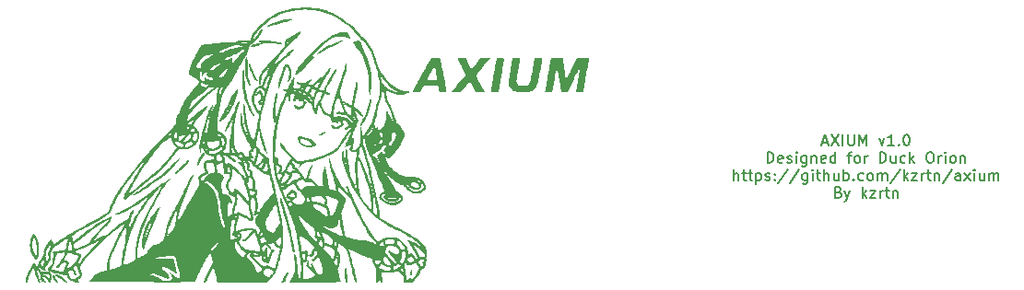
<source format=gbr>
%TF.GenerationSoftware,KiCad,Pcbnew,(6.0.5)*%
%TF.CreationDate,2022-07-03T10:27:10+08:00*%
%TF.ProjectId,orion-PCB,6f72696f-6e2d-4504-9342-2e6b69636164,rev?*%
%TF.SameCoordinates,Original*%
%TF.FileFunction,Legend,Top*%
%TF.FilePolarity,Positive*%
%FSLAX46Y46*%
G04 Gerber Fmt 4.6, Leading zero omitted, Abs format (unit mm)*
G04 Created by KiCad (PCBNEW (6.0.5)) date 2022-07-03 10:27:10*
%MOMM*%
%LPD*%
G01*
G04 APERTURE LIST*
%ADD10C,0.150000*%
%ADD11C,3.048000*%
%ADD12C,3.987800*%
%ADD13C,1.750000*%
%ADD14C,0.650000*%
%ADD15O,1.000000X1.600000*%
%ADD16O,1.000000X2.100000*%
G04 APERTURE END LIST*
D10*
X141145000Y-151254166D02*
X141621190Y-151254166D01*
X141049761Y-151539880D02*
X141383095Y-150539880D01*
X141716428Y-151539880D01*
X141954523Y-150539880D02*
X142621190Y-151539880D01*
X142621190Y-150539880D02*
X141954523Y-151539880D01*
X143002142Y-151539880D02*
X143002142Y-150539880D01*
X143478333Y-150539880D02*
X143478333Y-151349404D01*
X143525952Y-151444642D01*
X143573571Y-151492261D01*
X143668809Y-151539880D01*
X143859285Y-151539880D01*
X143954523Y-151492261D01*
X144002142Y-151444642D01*
X144049761Y-151349404D01*
X144049761Y-150539880D01*
X144525952Y-151539880D02*
X144525952Y-150539880D01*
X144859285Y-151254166D01*
X145192619Y-150539880D01*
X145192619Y-151539880D01*
X146335476Y-150873214D02*
X146573571Y-151539880D01*
X146811666Y-150873214D01*
X147716428Y-151539880D02*
X147145000Y-151539880D01*
X147430714Y-151539880D02*
X147430714Y-150539880D01*
X147335476Y-150682738D01*
X147240238Y-150777976D01*
X147145000Y-150825595D01*
X148145000Y-151444642D02*
X148192619Y-151492261D01*
X148145000Y-151539880D01*
X148097380Y-151492261D01*
X148145000Y-151444642D01*
X148145000Y-151539880D01*
X148811666Y-150539880D02*
X148906904Y-150539880D01*
X149002142Y-150587500D01*
X149049761Y-150635119D01*
X149097380Y-150730357D01*
X149145000Y-150920833D01*
X149145000Y-151158928D01*
X149097380Y-151349404D01*
X149049761Y-151444642D01*
X149002142Y-151492261D01*
X148906904Y-151539880D01*
X148811666Y-151539880D01*
X148716428Y-151492261D01*
X148668809Y-151444642D01*
X148621190Y-151349404D01*
X148573571Y-151158928D01*
X148573571Y-150920833D01*
X148621190Y-150730357D01*
X148668809Y-150635119D01*
X148716428Y-150587500D01*
X148811666Y-150539880D01*
X136073571Y-153149880D02*
X136073571Y-152149880D01*
X136311666Y-152149880D01*
X136454523Y-152197500D01*
X136549761Y-152292738D01*
X136597380Y-152387976D01*
X136645000Y-152578452D01*
X136645000Y-152721309D01*
X136597380Y-152911785D01*
X136549761Y-153007023D01*
X136454523Y-153102261D01*
X136311666Y-153149880D01*
X136073571Y-153149880D01*
X137454523Y-153102261D02*
X137359285Y-153149880D01*
X137168809Y-153149880D01*
X137073571Y-153102261D01*
X137025952Y-153007023D01*
X137025952Y-152626071D01*
X137073571Y-152530833D01*
X137168809Y-152483214D01*
X137359285Y-152483214D01*
X137454523Y-152530833D01*
X137502142Y-152626071D01*
X137502142Y-152721309D01*
X137025952Y-152816547D01*
X137883095Y-153102261D02*
X137978333Y-153149880D01*
X138168809Y-153149880D01*
X138264047Y-153102261D01*
X138311666Y-153007023D01*
X138311666Y-152959404D01*
X138264047Y-152864166D01*
X138168809Y-152816547D01*
X138025952Y-152816547D01*
X137930714Y-152768928D01*
X137883095Y-152673690D01*
X137883095Y-152626071D01*
X137930714Y-152530833D01*
X138025952Y-152483214D01*
X138168809Y-152483214D01*
X138264047Y-152530833D01*
X138740238Y-153149880D02*
X138740238Y-152483214D01*
X138740238Y-152149880D02*
X138692619Y-152197500D01*
X138740238Y-152245119D01*
X138787857Y-152197500D01*
X138740238Y-152149880D01*
X138740238Y-152245119D01*
X139645000Y-152483214D02*
X139645000Y-153292738D01*
X139597380Y-153387976D01*
X139549761Y-153435595D01*
X139454523Y-153483214D01*
X139311666Y-153483214D01*
X139216428Y-153435595D01*
X139645000Y-153102261D02*
X139549761Y-153149880D01*
X139359285Y-153149880D01*
X139264047Y-153102261D01*
X139216428Y-153054642D01*
X139168809Y-152959404D01*
X139168809Y-152673690D01*
X139216428Y-152578452D01*
X139264047Y-152530833D01*
X139359285Y-152483214D01*
X139549761Y-152483214D01*
X139645000Y-152530833D01*
X140121190Y-152483214D02*
X140121190Y-153149880D01*
X140121190Y-152578452D02*
X140168809Y-152530833D01*
X140264047Y-152483214D01*
X140406904Y-152483214D01*
X140502142Y-152530833D01*
X140549761Y-152626071D01*
X140549761Y-153149880D01*
X141406904Y-153102261D02*
X141311666Y-153149880D01*
X141121190Y-153149880D01*
X141025952Y-153102261D01*
X140978333Y-153007023D01*
X140978333Y-152626071D01*
X141025952Y-152530833D01*
X141121190Y-152483214D01*
X141311666Y-152483214D01*
X141406904Y-152530833D01*
X141454523Y-152626071D01*
X141454523Y-152721309D01*
X140978333Y-152816547D01*
X142311666Y-153149880D02*
X142311666Y-152149880D01*
X142311666Y-153102261D02*
X142216428Y-153149880D01*
X142025952Y-153149880D01*
X141930714Y-153102261D01*
X141883095Y-153054642D01*
X141835476Y-152959404D01*
X141835476Y-152673690D01*
X141883095Y-152578452D01*
X141930714Y-152530833D01*
X142025952Y-152483214D01*
X142216428Y-152483214D01*
X142311666Y-152530833D01*
X143406904Y-152483214D02*
X143787857Y-152483214D01*
X143549761Y-153149880D02*
X143549761Y-152292738D01*
X143597380Y-152197500D01*
X143692619Y-152149880D01*
X143787857Y-152149880D01*
X144264047Y-153149880D02*
X144168809Y-153102261D01*
X144121190Y-153054642D01*
X144073571Y-152959404D01*
X144073571Y-152673690D01*
X144121190Y-152578452D01*
X144168809Y-152530833D01*
X144264047Y-152483214D01*
X144406904Y-152483214D01*
X144502142Y-152530833D01*
X144549761Y-152578452D01*
X144597380Y-152673690D01*
X144597380Y-152959404D01*
X144549761Y-153054642D01*
X144502142Y-153102261D01*
X144406904Y-153149880D01*
X144264047Y-153149880D01*
X145025952Y-153149880D02*
X145025952Y-152483214D01*
X145025952Y-152673690D02*
X145073571Y-152578452D01*
X145121190Y-152530833D01*
X145216428Y-152483214D01*
X145311666Y-152483214D01*
X146406904Y-153149880D02*
X146406904Y-152149880D01*
X146645000Y-152149880D01*
X146787857Y-152197500D01*
X146883095Y-152292738D01*
X146930714Y-152387976D01*
X146978333Y-152578452D01*
X146978333Y-152721309D01*
X146930714Y-152911785D01*
X146883095Y-153007023D01*
X146787857Y-153102261D01*
X146645000Y-153149880D01*
X146406904Y-153149880D01*
X147835476Y-152483214D02*
X147835476Y-153149880D01*
X147406904Y-152483214D02*
X147406904Y-153007023D01*
X147454523Y-153102261D01*
X147549761Y-153149880D01*
X147692619Y-153149880D01*
X147787857Y-153102261D01*
X147835476Y-153054642D01*
X148740238Y-153102261D02*
X148645000Y-153149880D01*
X148454523Y-153149880D01*
X148359285Y-153102261D01*
X148311666Y-153054642D01*
X148264047Y-152959404D01*
X148264047Y-152673690D01*
X148311666Y-152578452D01*
X148359285Y-152530833D01*
X148454523Y-152483214D01*
X148645000Y-152483214D01*
X148740238Y-152530833D01*
X149168809Y-153149880D02*
X149168809Y-152149880D01*
X149264047Y-152768928D02*
X149549761Y-153149880D01*
X149549761Y-152483214D02*
X149168809Y-152864166D01*
X150930714Y-152149880D02*
X151121190Y-152149880D01*
X151216428Y-152197500D01*
X151311666Y-152292738D01*
X151359285Y-152483214D01*
X151359285Y-152816547D01*
X151311666Y-153007023D01*
X151216428Y-153102261D01*
X151121190Y-153149880D01*
X150930714Y-153149880D01*
X150835476Y-153102261D01*
X150740238Y-153007023D01*
X150692619Y-152816547D01*
X150692619Y-152483214D01*
X150740238Y-152292738D01*
X150835476Y-152197500D01*
X150930714Y-152149880D01*
X151787857Y-153149880D02*
X151787857Y-152483214D01*
X151787857Y-152673690D02*
X151835476Y-152578452D01*
X151883095Y-152530833D01*
X151978333Y-152483214D01*
X152073571Y-152483214D01*
X152406904Y-153149880D02*
X152406904Y-152483214D01*
X152406904Y-152149880D02*
X152359285Y-152197500D01*
X152406904Y-152245119D01*
X152454523Y-152197500D01*
X152406904Y-152149880D01*
X152406904Y-152245119D01*
X153025952Y-153149880D02*
X152930714Y-153102261D01*
X152883095Y-153054642D01*
X152835476Y-152959404D01*
X152835476Y-152673690D01*
X152883095Y-152578452D01*
X152930714Y-152530833D01*
X153025952Y-152483214D01*
X153168809Y-152483214D01*
X153264047Y-152530833D01*
X153311666Y-152578452D01*
X153359285Y-152673690D01*
X153359285Y-152959404D01*
X153311666Y-153054642D01*
X153264047Y-153102261D01*
X153168809Y-153149880D01*
X153025952Y-153149880D01*
X153787857Y-152483214D02*
X153787857Y-153149880D01*
X153787857Y-152578452D02*
X153835476Y-152530833D01*
X153930714Y-152483214D01*
X154073571Y-152483214D01*
X154168809Y-152530833D01*
X154216428Y-152626071D01*
X154216428Y-153149880D01*
X132978333Y-154759880D02*
X132978333Y-153759880D01*
X133406904Y-154759880D02*
X133406904Y-154236071D01*
X133359285Y-154140833D01*
X133264047Y-154093214D01*
X133121190Y-154093214D01*
X133025952Y-154140833D01*
X132978333Y-154188452D01*
X133740238Y-154093214D02*
X134121190Y-154093214D01*
X133883095Y-153759880D02*
X133883095Y-154617023D01*
X133930714Y-154712261D01*
X134025952Y-154759880D01*
X134121190Y-154759880D01*
X134311666Y-154093214D02*
X134692619Y-154093214D01*
X134454523Y-153759880D02*
X134454523Y-154617023D01*
X134502142Y-154712261D01*
X134597380Y-154759880D01*
X134692619Y-154759880D01*
X135025952Y-154093214D02*
X135025952Y-155093214D01*
X135025952Y-154140833D02*
X135121190Y-154093214D01*
X135311666Y-154093214D01*
X135406904Y-154140833D01*
X135454523Y-154188452D01*
X135502142Y-154283690D01*
X135502142Y-154569404D01*
X135454523Y-154664642D01*
X135406904Y-154712261D01*
X135311666Y-154759880D01*
X135121190Y-154759880D01*
X135025952Y-154712261D01*
X135883095Y-154712261D02*
X135978333Y-154759880D01*
X136168809Y-154759880D01*
X136264047Y-154712261D01*
X136311666Y-154617023D01*
X136311666Y-154569404D01*
X136264047Y-154474166D01*
X136168809Y-154426547D01*
X136025952Y-154426547D01*
X135930714Y-154378928D01*
X135883095Y-154283690D01*
X135883095Y-154236071D01*
X135930714Y-154140833D01*
X136025952Y-154093214D01*
X136168809Y-154093214D01*
X136264047Y-154140833D01*
X136740238Y-154664642D02*
X136787857Y-154712261D01*
X136740238Y-154759880D01*
X136692619Y-154712261D01*
X136740238Y-154664642D01*
X136740238Y-154759880D01*
X136740238Y-154140833D02*
X136787857Y-154188452D01*
X136740238Y-154236071D01*
X136692619Y-154188452D01*
X136740238Y-154140833D01*
X136740238Y-154236071D01*
X137930714Y-153712261D02*
X137073571Y-154997976D01*
X138978333Y-153712261D02*
X138121190Y-154997976D01*
X139740238Y-154093214D02*
X139740238Y-154902738D01*
X139692619Y-154997976D01*
X139645000Y-155045595D01*
X139549761Y-155093214D01*
X139406904Y-155093214D01*
X139311666Y-155045595D01*
X139740238Y-154712261D02*
X139645000Y-154759880D01*
X139454523Y-154759880D01*
X139359285Y-154712261D01*
X139311666Y-154664642D01*
X139264047Y-154569404D01*
X139264047Y-154283690D01*
X139311666Y-154188452D01*
X139359285Y-154140833D01*
X139454523Y-154093214D01*
X139645000Y-154093214D01*
X139740238Y-154140833D01*
X140216428Y-154759880D02*
X140216428Y-154093214D01*
X140216428Y-153759880D02*
X140168809Y-153807500D01*
X140216428Y-153855119D01*
X140264047Y-153807500D01*
X140216428Y-153759880D01*
X140216428Y-153855119D01*
X140549761Y-154093214D02*
X140930714Y-154093214D01*
X140692619Y-153759880D02*
X140692619Y-154617023D01*
X140740238Y-154712261D01*
X140835476Y-154759880D01*
X140930714Y-154759880D01*
X141264047Y-154759880D02*
X141264047Y-153759880D01*
X141692619Y-154759880D02*
X141692619Y-154236071D01*
X141645000Y-154140833D01*
X141549761Y-154093214D01*
X141406904Y-154093214D01*
X141311666Y-154140833D01*
X141264047Y-154188452D01*
X142597380Y-154093214D02*
X142597380Y-154759880D01*
X142168809Y-154093214D02*
X142168809Y-154617023D01*
X142216428Y-154712261D01*
X142311666Y-154759880D01*
X142454523Y-154759880D01*
X142549761Y-154712261D01*
X142597380Y-154664642D01*
X143073571Y-154759880D02*
X143073571Y-153759880D01*
X143073571Y-154140833D02*
X143168809Y-154093214D01*
X143359285Y-154093214D01*
X143454523Y-154140833D01*
X143502142Y-154188452D01*
X143549761Y-154283690D01*
X143549761Y-154569404D01*
X143502142Y-154664642D01*
X143454523Y-154712261D01*
X143359285Y-154759880D01*
X143168809Y-154759880D01*
X143073571Y-154712261D01*
X143978333Y-154664642D02*
X144025952Y-154712261D01*
X143978333Y-154759880D01*
X143930714Y-154712261D01*
X143978333Y-154664642D01*
X143978333Y-154759880D01*
X144883095Y-154712261D02*
X144787857Y-154759880D01*
X144597380Y-154759880D01*
X144502142Y-154712261D01*
X144454523Y-154664642D01*
X144406904Y-154569404D01*
X144406904Y-154283690D01*
X144454523Y-154188452D01*
X144502142Y-154140833D01*
X144597380Y-154093214D01*
X144787857Y-154093214D01*
X144883095Y-154140833D01*
X145454523Y-154759880D02*
X145359285Y-154712261D01*
X145311666Y-154664642D01*
X145264047Y-154569404D01*
X145264047Y-154283690D01*
X145311666Y-154188452D01*
X145359285Y-154140833D01*
X145454523Y-154093214D01*
X145597380Y-154093214D01*
X145692619Y-154140833D01*
X145740238Y-154188452D01*
X145787857Y-154283690D01*
X145787857Y-154569404D01*
X145740238Y-154664642D01*
X145692619Y-154712261D01*
X145597380Y-154759880D01*
X145454523Y-154759880D01*
X146216428Y-154759880D02*
X146216428Y-154093214D01*
X146216428Y-154188452D02*
X146264047Y-154140833D01*
X146359285Y-154093214D01*
X146502142Y-154093214D01*
X146597380Y-154140833D01*
X146645000Y-154236071D01*
X146645000Y-154759880D01*
X146645000Y-154236071D02*
X146692619Y-154140833D01*
X146787857Y-154093214D01*
X146930714Y-154093214D01*
X147025952Y-154140833D01*
X147073571Y-154236071D01*
X147073571Y-154759880D01*
X148264047Y-153712261D02*
X147406904Y-154997976D01*
X148597380Y-154759880D02*
X148597380Y-153759880D01*
X148692619Y-154378928D02*
X148978333Y-154759880D01*
X148978333Y-154093214D02*
X148597380Y-154474166D01*
X149311666Y-154093214D02*
X149835476Y-154093214D01*
X149311666Y-154759880D01*
X149835476Y-154759880D01*
X150216428Y-154759880D02*
X150216428Y-154093214D01*
X150216428Y-154283690D02*
X150264047Y-154188452D01*
X150311666Y-154140833D01*
X150406904Y-154093214D01*
X150502142Y-154093214D01*
X150692619Y-154093214D02*
X151073571Y-154093214D01*
X150835476Y-153759880D02*
X150835476Y-154617023D01*
X150883095Y-154712261D01*
X150978333Y-154759880D01*
X151073571Y-154759880D01*
X151406904Y-154093214D02*
X151406904Y-154759880D01*
X151406904Y-154188452D02*
X151454523Y-154140833D01*
X151549761Y-154093214D01*
X151692619Y-154093214D01*
X151787857Y-154140833D01*
X151835476Y-154236071D01*
X151835476Y-154759880D01*
X153025952Y-153712261D02*
X152168809Y-154997976D01*
X153787857Y-154759880D02*
X153787857Y-154236071D01*
X153740238Y-154140833D01*
X153645000Y-154093214D01*
X153454523Y-154093214D01*
X153359285Y-154140833D01*
X153787857Y-154712261D02*
X153692619Y-154759880D01*
X153454523Y-154759880D01*
X153359285Y-154712261D01*
X153311666Y-154617023D01*
X153311666Y-154521785D01*
X153359285Y-154426547D01*
X153454523Y-154378928D01*
X153692619Y-154378928D01*
X153787857Y-154331309D01*
X154168809Y-154759880D02*
X154692619Y-154093214D01*
X154168809Y-154093214D02*
X154692619Y-154759880D01*
X155073571Y-154759880D02*
X155073571Y-154093214D01*
X155073571Y-153759880D02*
X155025952Y-153807500D01*
X155073571Y-153855119D01*
X155121190Y-153807500D01*
X155073571Y-153759880D01*
X155073571Y-153855119D01*
X155978333Y-154093214D02*
X155978333Y-154759880D01*
X155549761Y-154093214D02*
X155549761Y-154617023D01*
X155597380Y-154712261D01*
X155692619Y-154759880D01*
X155835476Y-154759880D01*
X155930714Y-154712261D01*
X155978333Y-154664642D01*
X156454523Y-154759880D02*
X156454523Y-154093214D01*
X156454523Y-154188452D02*
X156502142Y-154140833D01*
X156597380Y-154093214D01*
X156740238Y-154093214D01*
X156835476Y-154140833D01*
X156883095Y-154236071D01*
X156883095Y-154759880D01*
X156883095Y-154236071D02*
X156930714Y-154140833D01*
X157025952Y-154093214D01*
X157168809Y-154093214D01*
X157264047Y-154140833D01*
X157311666Y-154236071D01*
X157311666Y-154759880D01*
X142597380Y-155846071D02*
X142740238Y-155893690D01*
X142787857Y-155941309D01*
X142835476Y-156036547D01*
X142835476Y-156179404D01*
X142787857Y-156274642D01*
X142740238Y-156322261D01*
X142645000Y-156369880D01*
X142264047Y-156369880D01*
X142264047Y-155369880D01*
X142597380Y-155369880D01*
X142692619Y-155417500D01*
X142740238Y-155465119D01*
X142787857Y-155560357D01*
X142787857Y-155655595D01*
X142740238Y-155750833D01*
X142692619Y-155798452D01*
X142597380Y-155846071D01*
X142264047Y-155846071D01*
X143168809Y-155703214D02*
X143406904Y-156369880D01*
X143645000Y-155703214D02*
X143406904Y-156369880D01*
X143311666Y-156607976D01*
X143264047Y-156655595D01*
X143168809Y-156703214D01*
X144787857Y-156369880D02*
X144787857Y-155369880D01*
X144883095Y-155988928D02*
X145168809Y-156369880D01*
X145168809Y-155703214D02*
X144787857Y-156084166D01*
X145502142Y-155703214D02*
X146025952Y-155703214D01*
X145502142Y-156369880D01*
X146025952Y-156369880D01*
X146406904Y-156369880D02*
X146406904Y-155703214D01*
X146406904Y-155893690D02*
X146454523Y-155798452D01*
X146502142Y-155750833D01*
X146597380Y-155703214D01*
X146692619Y-155703214D01*
X146883095Y-155703214D02*
X147264047Y-155703214D01*
X147025952Y-155369880D02*
X147025952Y-156227023D01*
X147073571Y-156322261D01*
X147168809Y-156369880D01*
X147264047Y-156369880D01*
X147597380Y-155703214D02*
X147597380Y-156369880D01*
X147597380Y-155798452D02*
X147645000Y-155750833D01*
X147740238Y-155703214D01*
X147883095Y-155703214D01*
X147978333Y-155750833D01*
X148025952Y-155846071D01*
X148025952Y-156369880D01*
%TO.C,G\u002A\u002A\u002A*%
G36*
X102573267Y-155213740D02*
G01*
X102493028Y-155205621D01*
X102404923Y-155177941D01*
X102311148Y-155130189D01*
X103307430Y-155130189D01*
X103345765Y-155230781D01*
X103445708Y-155316873D01*
X103584666Y-155381350D01*
X103740043Y-155417102D01*
X103889246Y-155417016D01*
X104009680Y-155373980D01*
X104030382Y-155357761D01*
X104075477Y-155269281D01*
X104048192Y-155164581D01*
X103954794Y-155058408D01*
X103881288Y-155006974D01*
X103699318Y-154917685D01*
X103556009Y-154895340D01*
X103439759Y-154938922D01*
X103407575Y-154965499D01*
X103337268Y-155051994D01*
X103307438Y-155129284D01*
X103307430Y-155130189D01*
X102311148Y-155130189D01*
X102301812Y-155125435D01*
X102176559Y-155042839D01*
X102022027Y-154924885D01*
X101831076Y-154766309D01*
X101702697Y-154654376D01*
X103368023Y-154654376D01*
X103409565Y-154661144D01*
X103464380Y-154653373D01*
X103465035Y-154638946D01*
X103408471Y-154628857D01*
X103384031Y-154635610D01*
X103368023Y-154654376D01*
X101702697Y-154654376D01*
X101596571Y-154561846D01*
X101311372Y-154306230D01*
X101173153Y-154180896D01*
X101019511Y-154042720D01*
X100898608Y-153936940D01*
X100818660Y-153870486D01*
X100787879Y-153850287D01*
X100795971Y-153862709D01*
X100895172Y-153990355D01*
X101017659Y-154162616D01*
X101155731Y-154367064D01*
X101301687Y-154591274D01*
X101447825Y-154822820D01*
X101586446Y-155049275D01*
X101709847Y-155258213D01*
X101810327Y-155437209D01*
X101880185Y-155573835D01*
X101911721Y-155655666D01*
X101912754Y-155664705D01*
X101947004Y-155718043D01*
X102031303Y-155779430D01*
X102050108Y-155789626D01*
X102282501Y-155935103D01*
X102453655Y-156096236D01*
X102559580Y-156264410D01*
X102596281Y-156431005D01*
X102559766Y-156587405D01*
X102472737Y-156701674D01*
X102273968Y-156846368D01*
X102035357Y-156958493D01*
X101815206Y-157015512D01*
X101576828Y-157015687D01*
X101306184Y-156963698D01*
X101029292Y-156868598D01*
X100772174Y-156739437D01*
X100560850Y-156585266D01*
X100550302Y-156575519D01*
X100439400Y-156422513D01*
X100404433Y-156255411D01*
X100420020Y-156187550D01*
X100623226Y-156187550D01*
X100625299Y-156301324D01*
X100705279Y-156417321D01*
X100865618Y-156538433D01*
X100972949Y-156599822D01*
X101254033Y-156730268D01*
X101499125Y-156798019D01*
X101726152Y-156805478D01*
X101953038Y-156755047D01*
X102001569Y-156737620D01*
X102201278Y-156646456D01*
X102323426Y-156551998D01*
X102374933Y-156448309D01*
X102377646Y-156415091D01*
X102349203Y-156331034D01*
X102279115Y-156228171D01*
X102190247Y-156132684D01*
X102105459Y-156070753D01*
X102067989Y-156060495D01*
X102063904Y-156082406D01*
X102116892Y-156134827D01*
X102134634Y-156148545D01*
X102233415Y-156260101D01*
X102253810Y-156380038D01*
X102199885Y-156498117D01*
X102075701Y-156604093D01*
X101926117Y-156674131D01*
X101670151Y-156723863D01*
X101394796Y-156706260D01*
X101125859Y-156625416D01*
X100930142Y-156516169D01*
X100840555Y-156410635D01*
X100833286Y-156377264D01*
X101117939Y-156377264D01*
X101166555Y-156402212D01*
X101264695Y-156441183D01*
X101303118Y-156455065D01*
X101509028Y-156497734D01*
X101723059Y-156493127D01*
X101907341Y-156442517D01*
X101924276Y-156434141D01*
X101965319Y-156408872D01*
X101967106Y-156391643D01*
X101919061Y-156380470D01*
X101810606Y-156373365D01*
X101631163Y-156368346D01*
X101566800Y-156367044D01*
X101381701Y-156365032D01*
X101234728Y-156366468D01*
X101141950Y-156370985D01*
X101117939Y-156377264D01*
X100833286Y-156377264D01*
X100812653Y-156282540D01*
X100850450Y-156161341D01*
X100877313Y-156128588D01*
X100927105Y-156057769D01*
X100940820Y-155996299D01*
X100917477Y-155974630D01*
X100831882Y-156002584D01*
X100729664Y-156068736D01*
X100647533Y-156146523D01*
X100623226Y-156187550D01*
X100420020Y-156187550D01*
X100442366Y-156090258D01*
X100550164Y-155943099D01*
X100688001Y-155847397D01*
X100789391Y-155788892D01*
X100849282Y-155741230D01*
X100856182Y-155728283D01*
X100841044Y-155666388D01*
X100800392Y-155545281D01*
X100741363Y-155383713D01*
X100671096Y-155200438D01*
X100596729Y-155014205D01*
X100525402Y-154843768D01*
X100483090Y-154748235D01*
X100412891Y-154584412D01*
X100329534Y-154374386D01*
X100246335Y-154152226D01*
X100208001Y-154044498D01*
X100120823Y-153805186D01*
X100018205Y-153541301D01*
X99906948Y-153268627D01*
X99793855Y-153002944D01*
X99685727Y-152760033D01*
X99589364Y-152555676D01*
X99529819Y-152440851D01*
X99807980Y-152440851D01*
X99808092Y-152441650D01*
X99840220Y-152507725D01*
X99925415Y-152529779D01*
X99947529Y-152530204D01*
X100018530Y-152537971D01*
X100073403Y-152572462D01*
X100128220Y-152650463D01*
X100199054Y-152788761D01*
X100203089Y-152797114D01*
X100292565Y-152963917D01*
X100372766Y-153078480D01*
X100435783Y-153130855D01*
X100464634Y-153126022D01*
X100455113Y-153084367D01*
X100417848Y-152988661D01*
X100371294Y-152882662D01*
X100309129Y-152733960D01*
X100261339Y-152596331D01*
X100243869Y-152527557D01*
X100239055Y-152453541D01*
X100265524Y-152394635D01*
X100338319Y-152330372D01*
X100439068Y-152261970D01*
X100565771Y-152184974D01*
X100642294Y-152155347D01*
X100684554Y-152167772D01*
X100692026Y-152177444D01*
X100725330Y-152260684D01*
X100728746Y-152287192D01*
X100768697Y-152324459D01*
X100879904Y-152339816D01*
X100898445Y-152340021D01*
X101004363Y-152336619D01*
X101063220Y-152328121D01*
X101067496Y-152324701D01*
X101043580Y-152285678D01*
X100982730Y-152203587D01*
X100940707Y-152149838D01*
X100866016Y-152047155D01*
X100820461Y-151967762D01*
X100813919Y-151945290D01*
X100841182Y-151889730D01*
X100909782Y-151803012D01*
X100944615Y-151765441D01*
X101024120Y-151674603D01*
X101049175Y-151610621D01*
X101029763Y-151545638D01*
X101025971Y-151538404D01*
X101002776Y-151503468D01*
X100973612Y-151492596D01*
X100927510Y-151512897D01*
X100853499Y-151571486D01*
X100740609Y-151675474D01*
X100587407Y-151822749D01*
X100362826Y-152029503D01*
X100179942Y-152173851D01*
X100030874Y-152261846D01*
X99996814Y-152276191D01*
X99874121Y-152330540D01*
X99816816Y-152380482D01*
X99807980Y-152440851D01*
X99529819Y-152440851D01*
X99511567Y-152405654D01*
X99477605Y-152349715D01*
X99408883Y-152218109D01*
X99333827Y-152025247D01*
X99258676Y-151793460D01*
X99189668Y-151545078D01*
X99162070Y-151426819D01*
X99926398Y-151426819D01*
X99946520Y-151536157D01*
X99998532Y-151577799D01*
X100069902Y-151544294D01*
X100089071Y-151523580D01*
X100110049Y-151456821D01*
X100070223Y-151374953D01*
X100038717Y-151345660D01*
X100382698Y-151345660D01*
X100394682Y-151391654D01*
X100421817Y-151422652D01*
X100471805Y-151465282D01*
X100514199Y-151467967D01*
X100530914Y-151452838D01*
X101284864Y-151452838D01*
X101295258Y-151526304D01*
X101327839Y-151569149D01*
X101367573Y-151597962D01*
X101408639Y-151591549D01*
X101463089Y-151539894D01*
X101542977Y-151432979D01*
X101611170Y-151333656D01*
X101779859Y-151065754D01*
X101901741Y-150831018D01*
X101970111Y-150642386D01*
X101970649Y-150640164D01*
X101975135Y-150547186D01*
X101930470Y-150455714D01*
X101873370Y-150386586D01*
X101748465Y-150248008D01*
X101656137Y-150339128D01*
X101603920Y-150406794D01*
X101574216Y-150497013D01*
X101560516Y-150634966D01*
X101557835Y-150719494D01*
X101548837Y-150889552D01*
X101523272Y-151011614D01*
X101470515Y-151121999D01*
X101415336Y-151206538D01*
X101323494Y-151352035D01*
X101284864Y-151452838D01*
X100530914Y-151452838D01*
X100565913Y-151421159D01*
X100643856Y-151315311D01*
X100664455Y-151285676D01*
X100733585Y-151175636D01*
X100753887Y-151106188D01*
X100731854Y-151054016D01*
X100729705Y-151051379D01*
X100679500Y-151002438D01*
X100633385Y-151000174D01*
X100574853Y-151052663D01*
X100487399Y-151167983D01*
X100485237Y-151170992D01*
X100410915Y-151279920D01*
X100382698Y-151345660D01*
X100038717Y-151345660D01*
X100000679Y-151310293D01*
X99948750Y-151325616D01*
X99926530Y-151416562D01*
X99926398Y-151426819D01*
X99162070Y-151426819D01*
X99133042Y-151302431D01*
X99095037Y-151087849D01*
X99090099Y-151029871D01*
X99848545Y-151029871D01*
X99855187Y-151089869D01*
X99869862Y-151082700D01*
X99875444Y-150996173D01*
X99869862Y-150977043D01*
X99854436Y-150971733D01*
X99848545Y-151029871D01*
X99090099Y-151029871D01*
X99081874Y-150933293D01*
X99074108Y-150853087D01*
X99039730Y-150841022D01*
X98996614Y-150860820D01*
X98937659Y-150937078D01*
X98912190Y-151072605D01*
X98920279Y-151249030D01*
X98961996Y-151447982D01*
X98993956Y-151546006D01*
X99080200Y-151798835D01*
X99178391Y-152115856D01*
X99283499Y-152478457D01*
X99390498Y-152868026D01*
X99494357Y-153265951D01*
X99590049Y-153653620D01*
X99672545Y-154012422D01*
X99716484Y-154220235D01*
X99780861Y-154530914D01*
X99858730Y-154894612D01*
X99943698Y-155282197D01*
X100029373Y-155664532D01*
X100109362Y-156012486D01*
X100115225Y-156037539D01*
X100213697Y-156466542D01*
X100291207Y-156825920D01*
X100349720Y-157127408D01*
X100391205Y-157382736D01*
X100417629Y-157603637D01*
X100430958Y-157801844D01*
X100433553Y-157935888D01*
X100433553Y-158200514D01*
X100972405Y-158518450D01*
X101227747Y-158664115D01*
X101520263Y-158823127D01*
X101813163Y-158975877D01*
X102060674Y-159098480D01*
X102438998Y-159287024D01*
X102817442Y-159490547D01*
X103182640Y-159700851D01*
X103521222Y-159909738D01*
X103819822Y-160109008D01*
X104065070Y-160290462D01*
X104219258Y-160422353D01*
X104482677Y-160702874D01*
X104666264Y-160973259D01*
X104773199Y-161239310D01*
X104806687Y-161494008D01*
X104798344Y-161652231D01*
X104774955Y-161772255D01*
X104753685Y-161816815D01*
X104721224Y-161885692D01*
X104742353Y-161975164D01*
X104750413Y-161993482D01*
X104778040Y-162086848D01*
X104761364Y-162181656D01*
X104730530Y-162253223D01*
X104682125Y-162394708D01*
X104659985Y-162538307D01*
X104659842Y-162547944D01*
X104627016Y-162697698D01*
X104540157Y-162809058D01*
X104416693Y-162861761D01*
X104388411Y-162863482D01*
X104312738Y-162881942D01*
X104261502Y-162951407D01*
X104235400Y-163021968D01*
X104083534Y-163373930D01*
X103868312Y-163695181D01*
X103672870Y-163902366D01*
X103419814Y-164131369D01*
X102673486Y-164131369D01*
X102673486Y-163878177D01*
X102671626Y-163757478D01*
X102658672Y-163669574D01*
X102623565Y-163592339D01*
X102555243Y-163503644D01*
X102442648Y-163381363D01*
X102405590Y-163342217D01*
X102137694Y-163059449D01*
X101887869Y-163162214D01*
X101734120Y-163217201D01*
X101583496Y-163248895D01*
X101402918Y-163262671D01*
X101257679Y-163264566D01*
X101069216Y-163260417D01*
X100897853Y-163249725D01*
X100772296Y-163234506D01*
X100744602Y-163228514D01*
X100611890Y-163192876D01*
X100644841Y-163376848D01*
X100667033Y-163519886D01*
X100690804Y-163702205D01*
X100706957Y-163846094D01*
X100721149Y-163996839D01*
X100721600Y-164082141D01*
X100703292Y-164120635D01*
X100661208Y-164130953D01*
X100630141Y-164131369D01*
X100569521Y-164124111D01*
X100533796Y-164088988D01*
X100511977Y-164005976D01*
X100496780Y-163888357D01*
X100473591Y-163712642D01*
X100441426Y-163505223D01*
X100414250Y-163349505D01*
X100359101Y-163053665D01*
X100354064Y-163592517D01*
X100351547Y-163813911D01*
X100347105Y-163964449D01*
X100338072Y-164057796D01*
X100321782Y-164107619D01*
X100295569Y-164127583D01*
X100256767Y-164131355D01*
X100248942Y-164131369D01*
X100148858Y-164131369D01*
X100127408Y-163465728D01*
X100105959Y-162800088D01*
X100075869Y-162743445D01*
X100391290Y-162743445D01*
X100426078Y-162792113D01*
X100515162Y-162860268D01*
X100635620Y-162933017D01*
X100764530Y-162995467D01*
X100801534Y-163010007D01*
X100984174Y-163057053D01*
X101165953Y-163070481D01*
X101320238Y-163050516D01*
X101412837Y-163004852D01*
X101474214Y-162910253D01*
X101490125Y-162835800D01*
X101488194Y-162824067D01*
X101701440Y-162824067D01*
X101705660Y-162932002D01*
X101726927Y-162974862D01*
X101778150Y-162971995D01*
X101796531Y-162966592D01*
X101833860Y-162951282D01*
X102321975Y-162951282D01*
X102463145Y-163096932D01*
X102548559Y-163178012D01*
X102608324Y-163221730D01*
X102622860Y-163224036D01*
X102628225Y-163174896D01*
X102620418Y-163071979D01*
X102612741Y-163014339D01*
X102589659Y-162896181D01*
X102564483Y-162818688D01*
X102554610Y-162804978D01*
X102504837Y-162815852D01*
X102425631Y-162867355D01*
X102423559Y-162869024D01*
X102321975Y-162951282D01*
X101833860Y-162951282D01*
X101889059Y-162928643D01*
X102016181Y-162865593D01*
X102081806Y-162829805D01*
X102207801Y-162754594D01*
X102312352Y-162685261D01*
X102346114Y-162659449D01*
X102389184Y-162613910D01*
X102377038Y-162576517D01*
X102345448Y-162554715D01*
X102731276Y-162554715D01*
X102744634Y-162652749D01*
X102779721Y-162793032D01*
X102810001Y-162943037D01*
X102838203Y-163148327D01*
X102860819Y-163379674D01*
X102872723Y-163568002D01*
X102895952Y-164082339D01*
X102999365Y-163959439D01*
X103110022Y-163845990D01*
X103231963Y-163744553D01*
X103233066Y-163743766D01*
X103363355Y-163650993D01*
X103308551Y-163925011D01*
X103429840Y-163838646D01*
X103669320Y-163619287D01*
X103866949Y-163337818D01*
X104011366Y-163010961D01*
X104028044Y-162958027D01*
X104057916Y-162840620D01*
X104054403Y-162767444D01*
X104013339Y-162703415D01*
X103995433Y-162683318D01*
X103914961Y-162577494D01*
X103840259Y-162452799D01*
X103838486Y-162449315D01*
X103767975Y-162309857D01*
X103621160Y-162400593D01*
X103491201Y-162466007D01*
X103334733Y-162524006D01*
X103178838Y-162566871D01*
X103050597Y-162586885D01*
X102986599Y-162581444D01*
X102943232Y-162526879D01*
X102927063Y-162438825D01*
X102911150Y-162328680D01*
X102869235Y-162297406D01*
X102810061Y-162347238D01*
X102778043Y-162400718D01*
X102742455Y-162480494D01*
X102731276Y-162554715D01*
X102345448Y-162554715D01*
X102300602Y-162523765D01*
X102291619Y-162518287D01*
X102208844Y-162472399D01*
X102148335Y-162465409D01*
X102075119Y-162500737D01*
X102006935Y-162546118D01*
X101894528Y-162611596D01*
X101799412Y-162648884D01*
X101776155Y-162652167D01*
X101726755Y-162670345D01*
X101704951Y-162738244D01*
X101701440Y-162824067D01*
X101488194Y-162824067D01*
X101479520Y-162771367D01*
X101431974Y-162743019D01*
X101323885Y-162736693D01*
X101323825Y-162736693D01*
X101131019Y-162717544D01*
X100966715Y-162650893D01*
X100801361Y-162527237D01*
X100652624Y-162396645D01*
X100521957Y-162555167D01*
X100445686Y-162653330D01*
X100398609Y-162724768D01*
X100391290Y-162743445D01*
X100075869Y-162743445D01*
X99952784Y-162511742D01*
X99878181Y-162356519D01*
X99823674Y-162214921D01*
X99799893Y-162115012D01*
X99799609Y-162107397D01*
X99797478Y-162090579D01*
X100026284Y-162090579D01*
X100035797Y-162176074D01*
X100072794Y-162280614D01*
X100138455Y-162433775D01*
X100191907Y-162512016D01*
X100248310Y-162520388D01*
X100322826Y-162463942D01*
X100394562Y-162387820D01*
X100483100Y-162285134D01*
X100542775Y-162206720D01*
X100558608Y-162176710D01*
X100522702Y-162155660D01*
X100432286Y-162145251D01*
X100414410Y-162145013D01*
X100278124Y-162130280D01*
X100160654Y-162095885D01*
X100132969Y-162087030D01*
X100764080Y-162087030D01*
X100804993Y-162168070D01*
X100884416Y-162268645D01*
X100986550Y-162376136D01*
X101082060Y-162457387D01*
X101126850Y-162484213D01*
X101254759Y-162514850D01*
X101395483Y-162519416D01*
X101507534Y-162497487D01*
X101525511Y-162488260D01*
X101535708Y-162455611D01*
X101505679Y-162388653D01*
X101430321Y-162279473D01*
X101304531Y-162120156D01*
X101229671Y-162029468D01*
X100877313Y-161606500D01*
X100848771Y-161793664D01*
X100821605Y-161920516D01*
X100787511Y-162015385D01*
X100775389Y-162034857D01*
X100764080Y-162087030D01*
X100132969Y-162087030D01*
X100066925Y-162065906D01*
X100026284Y-162090579D01*
X99797478Y-162090579D01*
X99790940Y-162038968D01*
X99752116Y-161991816D01*
X99663909Y-161950454D01*
X99563047Y-161916828D01*
X99407941Y-161864534D01*
X99229577Y-161797320D01*
X99015665Y-161710130D01*
X98753915Y-161597906D01*
X98432038Y-161455595D01*
X98320408Y-161405602D01*
X98128171Y-161319490D01*
X97951000Y-161240448D01*
X97939618Y-161235397D01*
X100946673Y-161235397D01*
X100953282Y-161296514D01*
X101002397Y-161390602D01*
X101099075Y-161527439D01*
X101242064Y-161709008D01*
X101435305Y-161945406D01*
X101584938Y-162121410D01*
X101698346Y-162244037D01*
X101782912Y-162320307D01*
X101846020Y-162357237D01*
X101895052Y-162361845D01*
X101919341Y-162352802D01*
X101982428Y-162309036D01*
X101997280Y-162286962D01*
X101988944Y-162271269D01*
X102297255Y-162271269D01*
X102411247Y-162330995D01*
X102498569Y-162368842D01*
X102548813Y-162376151D01*
X102548881Y-162376109D01*
X102578974Y-162333453D01*
X102633624Y-162237066D01*
X102691233Y-162126871D01*
X102716552Y-162065484D01*
X102985893Y-162065484D01*
X103048540Y-162139678D01*
X103069813Y-162155856D01*
X103146995Y-162228787D01*
X103180593Y-162293638D01*
X103180641Y-162295412D01*
X103203084Y-162327891D01*
X103275524Y-162318310D01*
X103405626Y-162264697D01*
X103419543Y-162257771D01*
X103983636Y-162257771D01*
X104008347Y-162322346D01*
X104068441Y-162419867D01*
X104142860Y-162520362D01*
X104210548Y-162593856D01*
X104229933Y-162608358D01*
X104341048Y-162648427D01*
X104414913Y-162622489D01*
X104430448Y-162596061D01*
X104432555Y-162516901D01*
X104410824Y-162431714D01*
X104392847Y-162343088D01*
X104430135Y-162269773D01*
X104469441Y-162229744D01*
X104540439Y-162137334D01*
X104542902Y-162069277D01*
X104490414Y-162029892D01*
X104396559Y-162023498D01*
X104274919Y-162054416D01*
X104141367Y-162125405D01*
X104046713Y-162194796D01*
X103990430Y-162245856D01*
X103983636Y-162257771D01*
X103419543Y-162257771D01*
X103519031Y-162208259D01*
X103604376Y-162155853D01*
X103644103Y-162115125D01*
X103644485Y-162112230D01*
X103619749Y-162058644D01*
X103559132Y-161967218D01*
X103480244Y-161860966D01*
X103400697Y-161762902D01*
X103338102Y-161696038D01*
X103313803Y-161680121D01*
X103272524Y-161714217D01*
X103230594Y-161785778D01*
X103165317Y-161866773D01*
X103099869Y-161891435D01*
X103020764Y-161928306D01*
X102988135Y-161983279D01*
X102985893Y-162065484D01*
X102716552Y-162065484D01*
X102760286Y-161959452D01*
X102809815Y-161778789D01*
X102837565Y-161604404D01*
X102841281Y-161455822D01*
X102818706Y-161352567D01*
X102784765Y-161317196D01*
X102691146Y-161306442D01*
X102609997Y-161317133D01*
X102550065Y-161339623D01*
X102518381Y-161383524D01*
X102506011Y-161471489D01*
X102504022Y-161585834D01*
X102468947Y-161863528D01*
X102400432Y-162049655D01*
X102297255Y-162271269D01*
X101988944Y-162271269D01*
X101970393Y-162236348D01*
X101896370Y-162135750D01*
X101822653Y-162044116D01*
X102096333Y-162044116D01*
X102102937Y-162060487D01*
X102140915Y-162100805D01*
X102147694Y-162102750D01*
X102165847Y-162070051D01*
X102166331Y-162060487D01*
X102133842Y-162019848D01*
X102121574Y-162018224D01*
X102096333Y-162044116D01*
X101822653Y-162044116D01*
X101785165Y-161997517D01*
X101646734Y-161833997D01*
X101623872Y-161808087D01*
X101923029Y-161808087D01*
X101937391Y-161854845D01*
X101969801Y-161886845D01*
X101988288Y-161855015D01*
X101988605Y-161789037D01*
X101980551Y-161776093D01*
X101953897Y-161769635D01*
X102208594Y-161769635D01*
X102225268Y-161826486D01*
X102250857Y-161828041D01*
X102286000Y-161768603D01*
X102293120Y-161717395D01*
X102276446Y-161660544D01*
X102250857Y-161658989D01*
X102215714Y-161718428D01*
X102208594Y-161769635D01*
X101953897Y-161769635D01*
X101939905Y-161766245D01*
X101923029Y-161808087D01*
X101623872Y-161808087D01*
X101491033Y-161657537D01*
X101479559Y-161644815D01*
X101368820Y-161515521D01*
X101284517Y-161404367D01*
X101240147Y-161329650D01*
X101236548Y-161315298D01*
X101265440Y-161246782D01*
X101346723Y-161236792D01*
X101472302Y-161284807D01*
X101557583Y-161335927D01*
X101697581Y-161419845D01*
X101835525Y-161488780D01*
X101894320Y-161511959D01*
X102002919Y-161536456D01*
X102088144Y-161514373D01*
X102159099Y-161467471D01*
X102240464Y-161395653D01*
X102263797Y-161323742D01*
X102249742Y-161231415D01*
X102182148Y-161043671D01*
X102071288Y-160912724D01*
X101907388Y-160832337D01*
X101680676Y-160796270D01*
X101562728Y-160792836D01*
X101336024Y-160814613D01*
X101167363Y-160877943D01*
X101064794Y-160978939D01*
X101040224Y-161045185D01*
X101011185Y-161143184D01*
X100977637Y-161197393D01*
X100977512Y-161197471D01*
X100946673Y-161235397D01*
X97939618Y-161235397D01*
X97810999Y-161178320D01*
X97740280Y-161147267D01*
X97603913Y-161088131D01*
X97647868Y-161203741D01*
X97672750Y-161281912D01*
X97714106Y-161425947D01*
X97767504Y-161619809D01*
X97828510Y-161847463D01*
X97878632Y-162038588D01*
X97956761Y-162338147D01*
X98044027Y-162670701D01*
X98131449Y-163002152D01*
X98210049Y-163298401D01*
X98234965Y-163391768D01*
X98293505Y-163613895D01*
X98343323Y-163809054D01*
X98380608Y-163961821D01*
X98401545Y-164056767D01*
X98404711Y-164078540D01*
X98369114Y-164119496D01*
X98308302Y-164131369D01*
X98270718Y-164125540D01*
X98238054Y-164100346D01*
X98205477Y-164044224D01*
X98168155Y-163945612D01*
X98121256Y-163792948D01*
X98059949Y-163574670D01*
X98030127Y-163465728D01*
X97958753Y-163201030D01*
X97886353Y-162927330D01*
X97819935Y-162671459D01*
X97766508Y-162460244D01*
X97751388Y-162398590D01*
X97644862Y-161975204D01*
X97541365Y-161600953D01*
X97431352Y-161241388D01*
X97426783Y-161227140D01*
X97382591Y-161098260D01*
X97337615Y-161008464D01*
X97273541Y-160936943D01*
X97172052Y-160862890D01*
X97026892Y-160772814D01*
X96899509Y-160696396D01*
X100407787Y-160696396D01*
X100453309Y-160715321D01*
X100550884Y-160747017D01*
X100670840Y-160782681D01*
X100783503Y-160813510D01*
X100859202Y-160830700D01*
X100861767Y-160831084D01*
X100866005Y-160798643D01*
X100844280Y-160712929D01*
X100831925Y-160676377D01*
X100794436Y-160553238D01*
X100774411Y-160452511D01*
X100773511Y-160439070D01*
X100766812Y-160388527D01*
X100735066Y-160386824D01*
X100655480Y-160432749D01*
X100655433Y-160432778D01*
X100554638Y-160506890D01*
X100467657Y-160589266D01*
X100413356Y-160659823D01*
X100407787Y-160696396D01*
X96899509Y-160696396D01*
X96883822Y-160686985D01*
X96770671Y-160621044D01*
X96704845Y-160585052D01*
X96695502Y-160581286D01*
X96679206Y-160618402D01*
X96658046Y-160710974D01*
X96651682Y-160746439D01*
X96619322Y-160874459D01*
X96575739Y-160976129D01*
X96567944Y-160987953D01*
X96543326Y-161038695D01*
X96550739Y-161099564D01*
X96596606Y-161191454D01*
X96663304Y-161298257D01*
X96764250Y-161479545D01*
X96806841Y-161625776D01*
X96809066Y-161680121D01*
X96798151Y-161965087D01*
X96788100Y-162179554D01*
X96777146Y-162337509D01*
X96763522Y-162452938D01*
X96745461Y-162539827D01*
X96721198Y-162612162D01*
X96688964Y-162683930D01*
X96679930Y-162702453D01*
X96624141Y-162824981D01*
X96604992Y-162912108D01*
X96618977Y-163002814D01*
X96645429Y-163085863D01*
X96683557Y-163217376D01*
X96727403Y-163397361D01*
X96768583Y-163590950D01*
X96775578Y-163627257D01*
X96809136Y-163799454D01*
X96839521Y-163945729D01*
X96861551Y-164041433D01*
X96866007Y-164057409D01*
X96867234Y-164073234D01*
X96855935Y-164086632D01*
X96825709Y-164097804D01*
X96770154Y-164106951D01*
X96682868Y-164114274D01*
X96557451Y-164119975D01*
X96387501Y-164124253D01*
X96166616Y-164127312D01*
X95888395Y-164129351D01*
X95546438Y-164130572D01*
X95134341Y-164131175D01*
X94645705Y-164131363D01*
X94512228Y-164131369D01*
X92135291Y-164131369D01*
X92220347Y-164036277D01*
X92360805Y-163845390D01*
X92490488Y-163595135D01*
X92595789Y-163330791D01*
X92645800Y-163187410D01*
X92676221Y-163075756D01*
X92689332Y-162969847D01*
X92687412Y-162843703D01*
X92672740Y-162671345D01*
X92662479Y-162570760D01*
X92629934Y-162252842D01*
X92606162Y-162008814D01*
X92590680Y-161828551D01*
X92583006Y-161701924D01*
X92582655Y-161618808D01*
X92589146Y-161569075D01*
X92601994Y-161542599D01*
X92612998Y-161533387D01*
X92684314Y-161527795D01*
X92744625Y-161596770D01*
X92787501Y-161730476D01*
X92800586Y-161820433D01*
X92813387Y-161943491D01*
X92833139Y-162127931D01*
X92857396Y-162351134D01*
X92883712Y-162590479D01*
X92890546Y-162652167D01*
X92918802Y-162917532D01*
X92946607Y-163197346D01*
X92970905Y-163459716D01*
X92988639Y-163672752D01*
X92989750Y-163687608D01*
X93020955Y-164110237D01*
X93124342Y-163793266D01*
X93164752Y-163661277D01*
X93192857Y-163541721D01*
X93210648Y-163414842D01*
X93220115Y-163260884D01*
X93223248Y-163060092D01*
X93222284Y-162821219D01*
X93196710Y-162195022D01*
X93132699Y-161571982D01*
X93128335Y-161546029D01*
X93344678Y-161546029D01*
X93354704Y-161627930D01*
X93378123Y-161777438D01*
X93400170Y-161919822D01*
X93400678Y-161923132D01*
X93439914Y-162023908D01*
X93502693Y-162063457D01*
X93566338Y-162037032D01*
X93602589Y-161965395D01*
X93617512Y-161868209D01*
X93626978Y-161727235D01*
X93628649Y-161646937D01*
X93626791Y-161518877D01*
X93614930Y-161458892D01*
X93584940Y-161450552D01*
X93541398Y-161470574D01*
X93447126Y-161498557D01*
X93391683Y-161493830D01*
X93353273Y-161493575D01*
X93344678Y-161546029D01*
X93128335Y-161546029D01*
X93033927Y-160984563D01*
X92993221Y-160799324D01*
X92957673Y-160636376D01*
X92934234Y-160505980D01*
X92926447Y-160428947D01*
X92928294Y-160418050D01*
X92927151Y-160367017D01*
X92910395Y-160249770D01*
X92881268Y-160082490D01*
X92843017Y-159881358D01*
X92810670Y-159720990D01*
X93027527Y-159720990D01*
X93056177Y-159865863D01*
X93081240Y-159997838D01*
X93110630Y-160159645D01*
X93121624Y-160222051D01*
X93179240Y-160552235D01*
X93224229Y-160808295D01*
X93258255Y-160999417D01*
X93282986Y-161134786D01*
X93300085Y-161223587D01*
X93311219Y-161275005D01*
X93315341Y-161290473D01*
X93345432Y-161316414D01*
X93418169Y-161298123D01*
X93491039Y-161263935D01*
X93629336Y-161211591D01*
X93737018Y-161216235D01*
X93749524Y-161220533D01*
X93795529Y-161242001D01*
X93823714Y-161275909D01*
X93837458Y-161339668D01*
X93840139Y-161450685D01*
X93835135Y-161626370D01*
X93834050Y-161656137D01*
X93811414Y-161923047D01*
X93764386Y-162113656D01*
X93690452Y-162233305D01*
X93587100Y-162287339D01*
X93535120Y-162291762D01*
X93430673Y-162290592D01*
X93450947Y-162678177D01*
X93454366Y-162908250D01*
X93444789Y-163160314D01*
X93424270Y-163385151D01*
X93420231Y-163414475D01*
X93396755Y-163592767D01*
X93389901Y-163705359D01*
X93399893Y-163769469D01*
X93425275Y-163801206D01*
X93520379Y-163827586D01*
X93668016Y-163827570D01*
X93841606Y-163804522D01*
X94014566Y-163761804D01*
X94146327Y-163710017D01*
X94282388Y-163631730D01*
X94400106Y-163546964D01*
X94439759Y-163510533D01*
X94533064Y-163411215D01*
X94121342Y-163020354D01*
X93709621Y-162629494D01*
X93737838Y-162440082D01*
X93774969Y-162299350D01*
X93831927Y-162200950D01*
X93896977Y-162161267D01*
X93931293Y-162169992D01*
X93952494Y-162221909D01*
X93965448Y-162328443D01*
X93967330Y-162393717D01*
X93978473Y-162537886D01*
X94020427Y-162635806D01*
X94073218Y-162694647D01*
X94179106Y-162794124D01*
X94152763Y-162601930D01*
X94144950Y-162455075D01*
X94172413Y-162381814D01*
X94177346Y-162378261D01*
X94223896Y-162365477D01*
X94268585Y-162395371D01*
X94317968Y-162478228D01*
X94378602Y-162624333D01*
X94436566Y-162784930D01*
X94513537Y-162985152D01*
X94587333Y-163125956D01*
X94671446Y-163230789D01*
X94717980Y-163273958D01*
X94840549Y-163369097D01*
X94930886Y-163403341D01*
X95013467Y-163378471D01*
X95106469Y-163302245D01*
X95179645Y-163220375D01*
X95209161Y-163136373D01*
X95207497Y-163011856D01*
X95206109Y-162995839D01*
X95183445Y-162822132D01*
X95149868Y-162642266D01*
X95142392Y-162609904D01*
X95100325Y-162459453D01*
X95043995Y-162288576D01*
X95021351Y-162226789D01*
X96253939Y-162226789D01*
X96477475Y-162626737D01*
X96531550Y-162502098D01*
X96564526Y-162355948D01*
X96562677Y-162170368D01*
X96562218Y-162166144D01*
X96557566Y-162014682D01*
X96572966Y-161877243D01*
X96585428Y-161833024D01*
X96608489Y-161731619D01*
X96606498Y-161637544D01*
X96583255Y-161577122D01*
X96547875Y-161572913D01*
X96520166Y-161624498D01*
X96493497Y-161726489D01*
X96488104Y-161756957D01*
X96445661Y-161900970D01*
X96374220Y-162048072D01*
X96357970Y-162073490D01*
X96253939Y-162226789D01*
X95021351Y-162226789D01*
X94980692Y-162115844D01*
X94917705Y-161959828D01*
X94862324Y-161839097D01*
X94821839Y-161772224D01*
X94810601Y-161764647D01*
X94767459Y-161798470D01*
X94712426Y-161881155D01*
X94705768Y-161893683D01*
X94593393Y-162064737D01*
X94468185Y-162159747D01*
X94329059Y-162187276D01*
X94223413Y-162175569D01*
X94159290Y-162146999D01*
X94156369Y-162143161D01*
X94156331Y-162076584D01*
X94210769Y-162011753D01*
X94293880Y-161976881D01*
X94309275Y-161975961D01*
X94376605Y-161942207D01*
X94471656Y-161850822D01*
X94562168Y-161739240D01*
X94737044Y-161502520D01*
X94662740Y-161337743D01*
X94609288Y-161236562D01*
X94563425Y-161178436D01*
X94551546Y-161172966D01*
X94507988Y-161211388D01*
X94463910Y-161312182D01*
X94427453Y-161453637D01*
X94413622Y-161540726D01*
X94386345Y-161671214D01*
X94332044Y-161739032D01*
X94229815Y-161760195D01*
X94131558Y-161756791D01*
X94013367Y-161741463D01*
X93958601Y-161710604D01*
X93946198Y-161659404D01*
X93975561Y-161589459D01*
X94071114Y-161553657D01*
X94157169Y-161525298D01*
X94204680Y-161461263D01*
X94230351Y-161366832D01*
X94277772Y-161214836D01*
X94346436Y-161069537D01*
X94347783Y-161067309D01*
X95334176Y-161067309D01*
X95591407Y-161342498D01*
X95728103Y-161496491D01*
X95858746Y-161656803D01*
X95959263Y-161793609D01*
X95975122Y-161817874D01*
X96051051Y-161924966D01*
X96114794Y-161992086D01*
X96143869Y-162004786D01*
X96180590Y-161960319D01*
X96228625Y-161860898D01*
X96258242Y-161782988D01*
X96302368Y-161619004D01*
X96328933Y-161450527D01*
X96332202Y-161392828D01*
X96319926Y-161269805D01*
X96272831Y-161167586D01*
X96179703Y-161075552D01*
X96029329Y-160983084D01*
X95810492Y-160879564D01*
X95772893Y-160863213D01*
X95535989Y-160760976D01*
X96270025Y-160760976D01*
X96272625Y-160867502D01*
X96304881Y-160900548D01*
X96365816Y-160857208D01*
X96383049Y-160837041D01*
X96439496Y-160720517D01*
X96460841Y-160581778D01*
X96447072Y-160465494D01*
X96413179Y-160384540D01*
X96405577Y-160376719D01*
X96371063Y-160367468D01*
X96341538Y-160412963D01*
X96310569Y-160525595D01*
X96298053Y-160583874D01*
X96270025Y-160760976D01*
X95535989Y-160760976D01*
X95425400Y-160713251D01*
X95334176Y-161067309D01*
X94347783Y-161067309D01*
X94351629Y-161060945D01*
X94438587Y-160920244D01*
X94354166Y-160803594D01*
X94224782Y-160650949D01*
X94148940Y-160576350D01*
X94885714Y-160576350D01*
X94889653Y-160655917D01*
X94926195Y-160714541D01*
X94990478Y-160772421D01*
X95097885Y-160852661D01*
X95160796Y-160867644D01*
X95190535Y-160815586D01*
X95197632Y-160739771D01*
X95196808Y-160559341D01*
X95174978Y-160435190D01*
X95125336Y-160340276D01*
X95084979Y-160292099D01*
X95013848Y-160225315D01*
X94969032Y-160201389D01*
X94965723Y-160202955D01*
X94948204Y-160251996D01*
X94923489Y-160357445D01*
X94906438Y-160444883D01*
X94885714Y-160576350D01*
X94148940Y-160576350D01*
X94048808Y-160477859D01*
X93852063Y-160307488D01*
X93660364Y-160163000D01*
X93586964Y-160115237D01*
X93430762Y-160015356D01*
X93275512Y-159909131D01*
X93191022Y-159847070D01*
X93027527Y-159720990D01*
X92810670Y-159720990D01*
X92798884Y-159662556D01*
X92752113Y-159442265D01*
X92705950Y-159236666D01*
X92663638Y-159061940D01*
X92635639Y-158958334D01*
X92588527Y-158812602D01*
X92515259Y-158605273D01*
X92422213Y-158352761D01*
X92315770Y-158071483D01*
X92202307Y-157777854D01*
X92124587Y-157580620D01*
X92761767Y-157580620D01*
X92763876Y-157614969D01*
X92803239Y-157710454D01*
X92873621Y-157855731D01*
X92968787Y-158039453D01*
X93082504Y-158250278D01*
X93208535Y-158476861D01*
X93340648Y-158707856D01*
X93472606Y-158931920D01*
X93598176Y-159137708D01*
X93711123Y-159313875D01*
X93729046Y-159340695D01*
X93823980Y-159473791D01*
X93956744Y-159649409D01*
X94110441Y-159845653D01*
X94268175Y-160040627D01*
X94283481Y-160059164D01*
X94663026Y-160517891D01*
X94703237Y-160330272D01*
X94723284Y-160206804D01*
X94713858Y-160143497D01*
X94688209Y-160124241D01*
X94618009Y-160081878D01*
X94551024Y-160023882D01*
X94502906Y-159959715D01*
X94485475Y-159877803D01*
X94493397Y-159748304D01*
X94496755Y-159720413D01*
X94501898Y-159595311D01*
X94708205Y-159595311D01*
X94708213Y-159597213D01*
X94709496Y-159881007D01*
X94847712Y-159909276D01*
X94949867Y-159935868D01*
X95010268Y-159962058D01*
X95011959Y-159963574D01*
X95047942Y-159983263D01*
X95045696Y-159936848D01*
X95006680Y-159832857D01*
X94979508Y-159773706D01*
X94870388Y-159550559D01*
X94859561Y-159530031D01*
X95115415Y-159530031D01*
X95241357Y-159833778D01*
X95307692Y-160012957D01*
X95361513Y-160193136D01*
X95391377Y-160335906D01*
X95391671Y-160338274D01*
X95416893Y-160470010D01*
X95455007Y-160530902D01*
X95484115Y-160539057D01*
X95560635Y-160553833D01*
X95681971Y-160591597D01*
X95763503Y-160621606D01*
X95905969Y-160675785D01*
X95990104Y-160698009D01*
X96036395Y-160686866D01*
X96065327Y-160640942D01*
X96081521Y-160599666D01*
X96108071Y-160485856D01*
X96121069Y-160343094D01*
X96121351Y-160314391D01*
X96112551Y-160204968D01*
X96077132Y-160121892D01*
X95998452Y-160035455D01*
X95932482Y-159977234D01*
X95798286Y-159879058D01*
X95622186Y-159772045D01*
X95440899Y-159678401D01*
X95430207Y-159673487D01*
X95115415Y-159530031D01*
X94859561Y-159530031D01*
X94792281Y-159402464D01*
X94743584Y-159326496D01*
X94728062Y-159314324D01*
X94717630Y-159352459D01*
X94710503Y-159453367D01*
X94708205Y-159595311D01*
X94501898Y-159595311D01*
X94504072Y-159542414D01*
X94487550Y-159369893D01*
X94477542Y-159324753D01*
X94450255Y-159245593D01*
X94406983Y-159174016D01*
X94335126Y-159097116D01*
X94222085Y-159001987D01*
X94204390Y-158988594D01*
X95292356Y-158988594D01*
X95312675Y-159021109D01*
X95393143Y-159083169D01*
X95518562Y-159166013D01*
X95673735Y-159260881D01*
X95843463Y-159359012D01*
X96012548Y-159451646D01*
X96165792Y-159530022D01*
X96287996Y-159585381D01*
X96363962Y-159608961D01*
X96369096Y-159609239D01*
X96425949Y-159626249D01*
X96535386Y-159670919D01*
X96674092Y-159733711D01*
X96678926Y-159735994D01*
X96861622Y-159819204D01*
X96978796Y-159859644D01*
X97039813Y-159853746D01*
X97054037Y-159797942D01*
X97030834Y-159688661D01*
X97007478Y-159610779D01*
X96954132Y-159414471D01*
X96898637Y-159169615D01*
X96847732Y-158910125D01*
X96808157Y-158669918D01*
X96788822Y-158510404D01*
X96775753Y-158362484D01*
X96677056Y-158573798D01*
X96611268Y-158714505D01*
X96552550Y-158839847D01*
X96529079Y-158889819D01*
X96439327Y-159006879D01*
X96303036Y-159109313D01*
X96154631Y-159174614D01*
X96075114Y-159186610D01*
X95978029Y-159173276D01*
X95830655Y-159138021D01*
X95662080Y-159087967D01*
X95633113Y-159078400D01*
X95481156Y-159030225D01*
X95362746Y-158998009D01*
X95298101Y-158987082D01*
X95292356Y-158988594D01*
X94204390Y-158988594D01*
X94055258Y-158875721D01*
X93998242Y-158833799D01*
X93744714Y-158636557D01*
X93495816Y-158422055D01*
X93266154Y-158204481D01*
X93070330Y-157998020D01*
X92922949Y-157816860D01*
X92871336Y-157739106D01*
X92810977Y-157642936D01*
X92769549Y-157586672D01*
X92761767Y-157580620D01*
X92124587Y-157580620D01*
X92088205Y-157488290D01*
X91979842Y-157219205D01*
X91883598Y-156987016D01*
X91853907Y-156918703D01*
X92091890Y-156918703D01*
X92109629Y-156972719D01*
X92161452Y-157096879D01*
X92207693Y-157150298D01*
X92270004Y-157142250D01*
X92367940Y-157083396D01*
X92480197Y-157009358D01*
X92375770Y-156887954D01*
X92298882Y-156810405D01*
X92236913Y-156791175D01*
X92169019Y-156813172D01*
X92099132Y-156857534D01*
X92091890Y-156918703D01*
X91853907Y-156918703D01*
X91805851Y-156808137D01*
X91771786Y-156735362D01*
X91681275Y-156541168D01*
X91572159Y-156291638D01*
X91452532Y-156006849D01*
X91330487Y-155706874D01*
X91324251Y-155691062D01*
X91558345Y-155691062D01*
X91574449Y-155748964D01*
X91617352Y-155860830D01*
X91678937Y-156008493D01*
X91751087Y-156173790D01*
X91825685Y-156338554D01*
X91894614Y-156484621D01*
X91949759Y-156593824D01*
X91983002Y-156648000D01*
X91987195Y-156650836D01*
X92045864Y-156637152D01*
X92126142Y-156609619D01*
X92206636Y-156562422D01*
X92233850Y-156513821D01*
X92200069Y-156484038D01*
X92174914Y-156481785D01*
X92104650Y-156448382D01*
X92020281Y-156366679D01*
X91944576Y-156264433D01*
X91900305Y-156169401D01*
X91899314Y-156162444D01*
X92116949Y-156162444D01*
X92178053Y-156229696D01*
X92201692Y-156246942D01*
X92324944Y-156304649D01*
X92459513Y-156299709D01*
X92548771Y-156271516D01*
X92631709Y-156219050D01*
X92650370Y-156140984D01*
X92605276Y-156024869D01*
X92562088Y-155953429D01*
X92485587Y-155846907D01*
X92435009Y-155812446D01*
X92399204Y-155846149D01*
X92382324Y-155890568D01*
X92327210Y-155969099D01*
X92232306Y-156039184D01*
X92231556Y-156039573D01*
X92134114Y-156103714D01*
X92116949Y-156162444D01*
X91899314Y-156162444D01*
X91896448Y-156142329D01*
X91924625Y-156075415D01*
X91999126Y-155971006D01*
X92104906Y-155849733D01*
X92125233Y-155828600D01*
X92281809Y-155681776D01*
X92406928Y-155604642D01*
X92513704Y-155599312D01*
X92615253Y-155667903D01*
X92724690Y-155812529D01*
X92800022Y-155937424D01*
X92870904Y-156115255D01*
X92862204Y-156266271D01*
X92773129Y-156392552D01*
X92602887Y-156496179D01*
X92584078Y-156504249D01*
X92482607Y-156556658D01*
X92453114Y-156612539D01*
X92491069Y-156694070D01*
X92533669Y-156751061D01*
X92694229Y-156897052D01*
X92887940Y-156984158D01*
X93093243Y-157007814D01*
X93288579Y-156963450D01*
X93305651Y-156954304D01*
X93971218Y-156954304D01*
X94001497Y-156983645D01*
X94009593Y-156988939D01*
X94073188Y-157025842D01*
X94092790Y-157014867D01*
X94093903Y-156993134D01*
X94332481Y-156993134D01*
X94338838Y-157074537D01*
X94359940Y-157142901D01*
X94410593Y-157212305D01*
X94503539Y-157295355D01*
X94651520Y-157404658D01*
X94722450Y-157454055D01*
X94908591Y-157587672D01*
X95098574Y-157732689D01*
X95262055Y-157865639D01*
X95319742Y-157916046D01*
X95436052Y-158018083D01*
X95528631Y-158093385D01*
X95579626Y-158127534D01*
X95582398Y-158128208D01*
X95623182Y-158096950D01*
X95660475Y-158040598D01*
X95686976Y-157941060D01*
X95669555Y-157803882D01*
X95662714Y-157776455D01*
X95630153Y-157631403D01*
X95608037Y-157496420D01*
X95605768Y-157474963D01*
X95587715Y-157396936D01*
X95537502Y-157335587D01*
X95436265Y-157272334D01*
X95362005Y-157234864D01*
X95148546Y-157140477D01*
X94923699Y-157057167D01*
X94711314Y-156992500D01*
X94535242Y-156954042D01*
X94453555Y-156946677D01*
X94362332Y-156954032D01*
X94332481Y-156993134D01*
X94093903Y-156993134D01*
X94094118Y-156988939D01*
X94059271Y-156953418D01*
X94020158Y-156947324D01*
X93971218Y-156954304D01*
X93305651Y-156954304D01*
X93358766Y-156925848D01*
X93444450Y-156837727D01*
X93448256Y-156831376D01*
X93736349Y-156831376D01*
X93760206Y-156863778D01*
X93799070Y-156829991D01*
X93813562Y-156798756D01*
X93869812Y-156750646D01*
X93945677Y-156735362D01*
X94020446Y-156725565D01*
X94036937Y-156678797D01*
X94025598Y-156619139D01*
X93978078Y-156472268D01*
X93917204Y-156352093D01*
X93916228Y-156350964D01*
X94158418Y-156350964D01*
X94158846Y-156352097D01*
X94187992Y-156434954D01*
X94226828Y-156553782D01*
X94234110Y-156576876D01*
X94270605Y-156674786D01*
X94318134Y-156721247D01*
X94406099Y-156735927D01*
X94474209Y-156737492D01*
X94613537Y-156752650D01*
X94791764Y-156790197D01*
X94960508Y-156838932D01*
X95138567Y-156897621D01*
X95253475Y-156928486D01*
X95322229Y-156930547D01*
X95361828Y-156902823D01*
X95389268Y-156844335D01*
X95400134Y-156813581D01*
X95439899Y-156658821D01*
X95426312Y-156539923D01*
X95351615Y-156425435D01*
X95288045Y-156359155D01*
X95154107Y-156228207D01*
X95490036Y-156228207D01*
X95573783Y-156365562D01*
X95646158Y-156545464D01*
X95643291Y-156735438D01*
X95594213Y-156890372D01*
X95556509Y-156992384D01*
X95557139Y-157049648D01*
X95597692Y-157093535D01*
X95604778Y-157098985D01*
X95675045Y-157144702D01*
X95705547Y-157156647D01*
X95740537Y-157196654D01*
X95780339Y-157299265D01*
X95820392Y-157443079D01*
X95856133Y-157606695D01*
X95883001Y-157768714D01*
X95896435Y-157907734D01*
X95891873Y-158002356D01*
X95888339Y-158014229D01*
X95881330Y-158076052D01*
X95926412Y-158078885D01*
X96016938Y-158024520D01*
X96099195Y-157957434D01*
X96255694Y-157779651D01*
X96397751Y-157543767D01*
X96512312Y-157276198D01*
X96586326Y-157003357D01*
X96594398Y-156955303D01*
X96616525Y-156794354D01*
X96621816Y-156695038D01*
X96608349Y-156635790D01*
X96574202Y-156595044D01*
X96561358Y-156584551D01*
X96375193Y-156465800D01*
X96146287Y-156359933D01*
X95906210Y-156278706D01*
X95686533Y-156233873D01*
X95605638Y-156228709D01*
X95490036Y-156228207D01*
X95154107Y-156228207D01*
X95129559Y-156204207D01*
X94631390Y-156245005D01*
X94417960Y-156263967D01*
X94276440Y-156281213D01*
X94194338Y-156299574D01*
X94159162Y-156321880D01*
X94158418Y-156350964D01*
X93916228Y-156350964D01*
X93855578Y-156280827D01*
X93827771Y-156270470D01*
X93790759Y-156310393D01*
X93776165Y-156425879D01*
X93776028Y-156450088D01*
X93768880Y-156595155D01*
X93749797Y-156725168D01*
X93744644Y-156745928D01*
X93736349Y-156831376D01*
X93448256Y-156831376D01*
X93523890Y-156705159D01*
X93576471Y-156566995D01*
X93586551Y-156496529D01*
X93549552Y-156329433D01*
X93444797Y-156133396D01*
X93279278Y-155918928D01*
X93059992Y-155696542D01*
X93045444Y-155683327D01*
X92856282Y-155502659D01*
X92727530Y-155354693D01*
X92648422Y-155226540D01*
X92632132Y-155188392D01*
X92586586Y-155079235D01*
X92551271Y-155012417D01*
X92541081Y-155002583D01*
X92500509Y-155027454D01*
X92415477Y-155092050D01*
X92324942Y-155165466D01*
X92184522Y-155271692D01*
X92008515Y-155390624D01*
X91843619Y-155491439D01*
X91708694Y-155572949D01*
X91608213Y-155641980D01*
X91560115Y-155685982D01*
X91558345Y-155691062D01*
X91324251Y-155691062D01*
X91214118Y-155411789D01*
X91135188Y-155203983D01*
X91344325Y-155203983D01*
X91394724Y-155314598D01*
X91448014Y-155398925D01*
X91515373Y-155417703D01*
X91620383Y-155375947D01*
X91638014Y-155366343D01*
X91699322Y-155321965D01*
X91693378Y-155287700D01*
X91613981Y-155257426D01*
X91503842Y-155233909D01*
X91344325Y-155203983D01*
X91135188Y-155203983D01*
X91111520Y-155141669D01*
X91073890Y-155036758D01*
X91892786Y-155036758D01*
X91893018Y-155083015D01*
X91906561Y-155094254D01*
X91965543Y-155121167D01*
X92025258Y-155114820D01*
X92102579Y-155066921D01*
X92189105Y-154991279D01*
X92806892Y-154991279D01*
X92815735Y-155062958D01*
X92848210Y-155136902D01*
X92907353Y-155226177D01*
X92999830Y-155335670D01*
X93106082Y-155445613D01*
X93206548Y-155536238D01*
X93281670Y-155587777D01*
X93299512Y-155593003D01*
X93346552Y-155567482D01*
X93426033Y-155502654D01*
X93447432Y-155483003D01*
X93594227Y-155370268D01*
X93759891Y-155299585D01*
X93966766Y-155264009D01*
X94177287Y-155256161D01*
X94334646Y-155252323D01*
X94453268Y-155242123D01*
X94513196Y-155227527D01*
X94516747Y-155222697D01*
X94488779Y-155177554D01*
X94416121Y-155094116D01*
X94333071Y-155008969D01*
X94149395Y-154828704D01*
X93996430Y-154918956D01*
X93874568Y-154974926D01*
X93766630Y-154979170D01*
X93651507Y-154926668D01*
X93508093Y-154812400D01*
X93493556Y-154799348D01*
X93324966Y-154647037D01*
X93093372Y-154771982D01*
X92935400Y-154861140D01*
X92843344Y-154929123D01*
X92806892Y-154991279D01*
X92189105Y-154991279D01*
X92214381Y-154969182D01*
X92272164Y-154914628D01*
X92398733Y-154800294D01*
X92487898Y-154739047D01*
X92557957Y-154720393D01*
X92601167Y-154725951D01*
X92703882Y-154723353D01*
X92845760Y-154668439D01*
X92934679Y-154620621D01*
X93066166Y-154538659D01*
X93136648Y-154472686D01*
X93162665Y-154405060D01*
X93164335Y-154375704D01*
X93135264Y-154267995D01*
X93085403Y-154212890D01*
X92992961Y-154169797D01*
X92859771Y-154123079D01*
X92720791Y-154083386D01*
X92610980Y-154061370D01*
X92583220Y-154059890D01*
X92496235Y-154072286D01*
X92453456Y-154117025D01*
X92429343Y-154208242D01*
X92387026Y-154324431D01*
X92305637Y-154480343D01*
X92200680Y-154651156D01*
X92087662Y-154812052D01*
X91982090Y-154938211D01*
X91958966Y-154961143D01*
X91892786Y-155036758D01*
X91073890Y-155036758D01*
X91037399Y-154935023D01*
X91367782Y-154935023D01*
X91394213Y-154964255D01*
X91501649Y-154999393D01*
X91618541Y-154965946D01*
X91743401Y-154874627D01*
X91854684Y-154761026D01*
X91961907Y-154625061D01*
X92052154Y-154486860D01*
X92112508Y-154366551D01*
X92130054Y-154284262D01*
X92127855Y-154275514D01*
X92085551Y-154230057D01*
X92003100Y-154172070D01*
X91908244Y-154117632D01*
X91828726Y-154082823D01*
X91793211Y-154081554D01*
X91773863Y-154123675D01*
X91730718Y-154222852D01*
X91672828Y-154358261D01*
X91668423Y-154368640D01*
X91591653Y-154532923D01*
X91507874Y-154686967D01*
X91443810Y-154785285D01*
X91379281Y-154880339D01*
X91367782Y-154935023D01*
X91037399Y-154935023D01*
X91030787Y-154916590D01*
X90996485Y-154812400D01*
X90832704Y-154175986D01*
X90717759Y-153480651D01*
X90712958Y-153426271D01*
X90929164Y-153426271D01*
X90941258Y-153549895D01*
X90968987Y-153730278D01*
X91010259Y-153954715D01*
X91062980Y-154210503D01*
X91100919Y-154381091D01*
X91148516Y-154570750D01*
X91190546Y-154679183D01*
X91234356Y-154708698D01*
X91287291Y-154661603D01*
X91356696Y-154540205D01*
X91390388Y-154472035D01*
X91446723Y-154338287D01*
X91451336Y-154257188D01*
X91398840Y-154210693D01*
X91304649Y-154184773D01*
X91197135Y-154143757D01*
X91152229Y-154069370D01*
X91167470Y-153950820D01*
X91220988Y-153817629D01*
X91275271Y-153690821D01*
X91291284Y-153612570D01*
X91272692Y-153558044D01*
X91261502Y-153543305D01*
X91188368Y-153478407D01*
X91091019Y-153417676D01*
X90998307Y-153376231D01*
X90939082Y-153369191D01*
X90934795Y-153372112D01*
X90929164Y-153426271D01*
X90712958Y-153426271D01*
X90660827Y-152835860D01*
X90850262Y-152835860D01*
X90856485Y-152871764D01*
X90879464Y-152957958D01*
X90882138Y-152985874D01*
X90897259Y-153010782D01*
X90930013Y-152985258D01*
X90958760Y-152908473D01*
X90952471Y-152871148D01*
X90905601Y-152813347D01*
X90878943Y-152804913D01*
X90850262Y-152835860D01*
X90660827Y-152835860D01*
X90652077Y-152736764D01*
X90647852Y-152530204D01*
X90831770Y-152530204D01*
X90982896Y-152625129D01*
X91113986Y-152743497D01*
X91167824Y-152880423D01*
X91140992Y-153026297D01*
X91131960Y-153044377D01*
X91097915Y-153124994D01*
X91116036Y-153170175D01*
X91150233Y-153192563D01*
X91227930Y-153246007D01*
X91332767Y-153329654D01*
X91370702Y-153362230D01*
X91484731Y-153506634D01*
X91517961Y-153663192D01*
X91468925Y-153822408D01*
X91447069Y-153856681D01*
X91403747Y-153932866D01*
X91415548Y-153976471D01*
X91436504Y-153992226D01*
X91519704Y-154027614D01*
X91555833Y-153995625D01*
X91558345Y-153968117D01*
X91590808Y-153901934D01*
X91612166Y-153882831D01*
X91938711Y-153882831D01*
X91972182Y-153914601D01*
X92050404Y-153961193D01*
X92140095Y-154004952D01*
X92207968Y-154028222D01*
X92213964Y-154028845D01*
X92261720Y-153996017D01*
X92298489Y-153935445D01*
X92335613Y-153878652D01*
X92398769Y-153850527D01*
X92513167Y-153842148D01*
X92562088Y-153842158D01*
X92686088Y-153841188D01*
X92766620Y-153836761D01*
X92783969Y-153832451D01*
X92749944Y-153808481D01*
X92663417Y-153760466D01*
X92604351Y-153729878D01*
X92466229Y-153651773D01*
X92397449Y-153587284D01*
X92387293Y-153522913D01*
X92404917Y-153478662D01*
X92412535Y-153405408D01*
X92350193Y-153321510D01*
X92344571Y-153316166D01*
X92246544Y-153224075D01*
X92177076Y-153330096D01*
X92132524Y-153411291D01*
X92075149Y-153532386D01*
X92016434Y-153666756D01*
X91967860Y-153787776D01*
X91940910Y-153868822D01*
X91938711Y-153882831D01*
X91612166Y-153882831D01*
X91664002Y-153836467D01*
X91739725Y-153771442D01*
X91769659Y-153716604D01*
X91789474Y-153650157D01*
X91841998Y-153530733D01*
X91916848Y-153378074D01*
X92003645Y-153211920D01*
X92092005Y-153052011D01*
X92122771Y-153000212D01*
X92380649Y-153000212D01*
X92401196Y-153055857D01*
X92475464Y-153139308D01*
X92503501Y-153166885D01*
X92593567Y-153271696D01*
X92649709Y-153370315D01*
X92658808Y-153409193D01*
X92699395Y-153504113D01*
X92796162Y-153586996D01*
X92909416Y-153684272D01*
X92997897Y-153803848D01*
X93000953Y-153809789D01*
X93084379Y-153927362D01*
X93197383Y-154032905D01*
X93212267Y-154043380D01*
X93329189Y-154154892D01*
X93367856Y-154253426D01*
X93403416Y-154350368D01*
X93479396Y-154471027D01*
X93533296Y-154537359D01*
X93685397Y-154706789D01*
X93778995Y-154336966D01*
X93829986Y-154147640D01*
X93883325Y-153969201D01*
X93929616Y-153832583D01*
X93941001Y-153803714D01*
X94003119Y-153672533D01*
X94080236Y-153533137D01*
X94159447Y-153406125D01*
X94227844Y-153312095D01*
X94272524Y-153271646D01*
X94274541Y-153271348D01*
X94288428Y-153280173D01*
X94289790Y-153315228D01*
X94276110Y-153386631D01*
X94244873Y-153504500D01*
X94193565Y-153678952D01*
X94119668Y-153920107D01*
X94087379Y-154024147D01*
X94025944Y-154227777D01*
X93975172Y-154407667D01*
X93939965Y-154545590D01*
X93925228Y-154623324D01*
X93925067Y-154627479D01*
X93930676Y-154678724D01*
X93962510Y-154684805D01*
X94043080Y-154647863D01*
X94058088Y-154640126D01*
X94191108Y-154571338D01*
X94531579Y-154922962D01*
X94686008Y-155078863D01*
X94797618Y-155180880D01*
X94879351Y-155238650D01*
X94944153Y-155261810D01*
X94987586Y-155262466D01*
X95110602Y-155271090D01*
X95194476Y-155299238D01*
X95254111Y-155326089D01*
X95270595Y-155305534D01*
X95253611Y-155221486D01*
X95249958Y-155207054D01*
X95218204Y-155000132D01*
X95208465Y-154737734D01*
X95211916Y-154640576D01*
X95408636Y-154640576D01*
X95414083Y-154772933D01*
X95431337Y-154929478D01*
X95456676Y-155090868D01*
X95486380Y-155237759D01*
X95516727Y-155350810D01*
X95543998Y-155410676D01*
X95557244Y-155413112D01*
X95558924Y-155367632D01*
X95551308Y-155257979D01*
X95535942Y-155103811D01*
X95526418Y-155021029D01*
X95501821Y-154831004D01*
X95475883Y-154655312D01*
X95453119Y-154523884D01*
X95447096Y-154495429D01*
X95429445Y-154430392D01*
X95418448Y-154427843D01*
X95412165Y-154495111D01*
X95408652Y-154639529D01*
X95408636Y-154640576D01*
X95211916Y-154640576D01*
X95218846Y-154445455D01*
X95247452Y-154148893D01*
X95292389Y-153873644D01*
X95351762Y-153645304D01*
X95369110Y-153597342D01*
X95414044Y-153506598D01*
X95449859Y-153493167D01*
X95478866Y-153559345D01*
X95503375Y-153707424D01*
X95506455Y-153733721D01*
X95533970Y-153916253D01*
X95572607Y-154102898D01*
X95595654Y-154190453D01*
X95625656Y-154315722D01*
X95660498Y-154498750D01*
X95695514Y-154713305D01*
X95721729Y-154899332D01*
X95749000Y-155102175D01*
X95774464Y-155278274D01*
X95795223Y-155408388D01*
X95808115Y-155472453D01*
X95862067Y-155524384D01*
X95982448Y-155577103D01*
X96070983Y-155603363D01*
X96216270Y-155643104D01*
X96336541Y-155679832D01*
X96389046Y-155698829D01*
X96431797Y-155710269D01*
X96450145Y-155684467D01*
X96448294Y-155604371D01*
X96436939Y-155504525D01*
X96374766Y-155164049D01*
X96604273Y-155164049D01*
X96648780Y-155505557D01*
X96672701Y-155675629D01*
X96697348Y-155784582D01*
X96733462Y-155855228D01*
X96791783Y-155910378D01*
X96862338Y-155959128D01*
X97075932Y-156113772D01*
X97217982Y-156253227D01*
X97296167Y-156391772D01*
X97318164Y-156543687D01*
X97291653Y-156723252D01*
X97285765Y-156746612D01*
X97231336Y-156922878D01*
X97159109Y-157116743D01*
X97117823Y-157213254D01*
X97034918Y-157397710D01*
X96980974Y-157536684D01*
X96951792Y-157656480D01*
X96943173Y-157783399D01*
X96950921Y-157943745D01*
X96969067Y-158145233D01*
X97034064Y-158693097D01*
X97118350Y-159177671D01*
X97220264Y-159589599D01*
X97232571Y-159630370D01*
X97277459Y-159775198D01*
X97311663Y-159883906D01*
X97328577Y-159935520D01*
X97329164Y-159936949D01*
X97379765Y-159965534D01*
X97498824Y-160004249D01*
X97671357Y-160049727D01*
X97882381Y-160098605D01*
X98116912Y-160147517D01*
X98359967Y-160193098D01*
X98596561Y-160231982D01*
X98721905Y-160249744D01*
X99115372Y-160308981D01*
X99440552Y-160374839D01*
X99713624Y-160450729D01*
X99778478Y-160472663D01*
X99943484Y-160529259D01*
X100075657Y-160571859D01*
X100156889Y-160594775D01*
X100173518Y-160596811D01*
X100154021Y-160563156D01*
X100089666Y-160480383D01*
X99991710Y-160362586D01*
X99918752Y-160277815D01*
X99770924Y-160101953D01*
X99617209Y-159909159D01*
X99485216Y-159734297D01*
X99456239Y-159693765D01*
X99314497Y-159477076D01*
X99147341Y-159196580D01*
X98962161Y-158866370D01*
X98766349Y-158500541D01*
X98567295Y-158113184D01*
X98372390Y-157718394D01*
X98189024Y-157330264D01*
X98026719Y-156967808D01*
X97945875Y-156783328D01*
X97878076Y-156640180D01*
X97811589Y-156521881D01*
X97734683Y-156411949D01*
X97635626Y-156293900D01*
X97502685Y-156151254D01*
X97324130Y-155967527D01*
X97289712Y-155932367D01*
X97113955Y-155750929D01*
X96953646Y-155581858D01*
X96820544Y-155437833D01*
X96726411Y-155331532D01*
X96688372Y-155284065D01*
X96604273Y-155164049D01*
X96374766Y-155164049D01*
X96352041Y-155039599D01*
X96214338Y-154560840D01*
X96213650Y-154558823D01*
X96099610Y-154220724D01*
X96011491Y-153947942D01*
X95945772Y-153726561D01*
X95898932Y-153542666D01*
X95867452Y-153382341D01*
X95847810Y-153231670D01*
X95836486Y-153076737D01*
X95835935Y-153065787D01*
X95831681Y-152873730D01*
X95838198Y-152730419D01*
X95852760Y-152642453D01*
X95872645Y-152616433D01*
X95895128Y-152658955D01*
X95917486Y-152776620D01*
X95925943Y-152847726D01*
X95968382Y-153084358D01*
X96048582Y-153374959D01*
X96159740Y-153701679D01*
X96295052Y-154046663D01*
X96447714Y-154392060D01*
X96610923Y-154720016D01*
X96703275Y-154887459D01*
X96782860Y-155011430D01*
X96891306Y-155160724D01*
X97017746Y-155322627D01*
X97151313Y-155484428D01*
X97281139Y-155633413D01*
X97396357Y-155756869D01*
X97486100Y-155842084D01*
X97539499Y-155876343D01*
X97547062Y-155874542D01*
X97539545Y-155830222D01*
X97501120Y-155734639D01*
X97456860Y-155642134D01*
X97376397Y-155457891D01*
X97352207Y-155331179D01*
X97383725Y-155256969D01*
X97411672Y-155240910D01*
X97441730Y-155234919D01*
X97472216Y-155246132D01*
X97507221Y-155282396D01*
X97550840Y-155351561D01*
X97607167Y-155461475D01*
X97680295Y-155619986D01*
X97774317Y-155834942D01*
X97893328Y-156114192D01*
X98003798Y-156376127D01*
X98199351Y-156826089D01*
X98417435Y-157302228D01*
X98648494Y-157785156D01*
X98882974Y-158255483D01*
X99111321Y-158693823D01*
X99323981Y-159080787D01*
X99409586Y-159228873D01*
X99572217Y-159482924D01*
X99772197Y-159762206D01*
X99985149Y-160034204D01*
X100186694Y-160266404D01*
X100190699Y-160270694D01*
X100315232Y-160403864D01*
X100360113Y-160375791D01*
X100982970Y-160375791D01*
X100996949Y-160487843D01*
X101031071Y-160591996D01*
X101073612Y-160657318D01*
X101092893Y-160665811D01*
X101143676Y-160648069D01*
X101201646Y-160619609D01*
X101291042Y-160593583D01*
X101428861Y-160575926D01*
X101531708Y-160571388D01*
X101669405Y-160567960D01*
X101746796Y-160552102D01*
X101759270Y-160539713D01*
X102031415Y-160539713D01*
X102053610Y-160626954D01*
X102087088Y-160660277D01*
X102174115Y-160713492D01*
X102272811Y-160807165D01*
X102360203Y-160914912D01*
X102413314Y-161010351D01*
X102419909Y-161042451D01*
X102428258Y-161097046D01*
X102468330Y-161116862D01*
X102562656Y-161109643D01*
X102599526Y-161104190D01*
X102712983Y-161084553D01*
X102784558Y-161067915D01*
X102794530Y-161063651D01*
X102785019Y-161021544D01*
X102736462Y-160932876D01*
X102661826Y-160817709D01*
X102574084Y-160696105D01*
X102489589Y-160591966D01*
X102366444Y-160472680D01*
X102243433Y-160388293D01*
X102138792Y-160348786D01*
X102071667Y-160363205D01*
X102036766Y-160438934D01*
X102031415Y-160539713D01*
X101759270Y-160539713D01*
X101788101Y-160511080D01*
X101817539Y-160432163D01*
X101821593Y-160418991D01*
X101847309Y-160317050D01*
X101852333Y-160255810D01*
X101850075Y-160250941D01*
X101787385Y-160229172D01*
X101665696Y-160214176D01*
X101510354Y-160207201D01*
X101346705Y-160209490D01*
X101218053Y-160219893D01*
X101084366Y-160239338D01*
X101014277Y-160263668D01*
X100987307Y-160306466D01*
X100982970Y-160375791D01*
X100360113Y-160375791D01*
X100575141Y-160241290D01*
X100815880Y-160111571D01*
X101054075Y-160032729D01*
X101321812Y-159996032D01*
X101496239Y-159990638D01*
X101870921Y-160027191D01*
X102207833Y-160138130D01*
X102502725Y-160321048D01*
X102751349Y-160573537D01*
X102889785Y-160780180D01*
X102971434Y-160942769D01*
X103018322Y-161098486D01*
X103042418Y-161289432D01*
X103044955Y-161326012D01*
X103064806Y-161635332D01*
X103146922Y-161530938D01*
X103228007Y-161456720D01*
X103305114Y-161426543D01*
X103374573Y-161457712D01*
X103474204Y-161538299D01*
X103585072Y-161648923D01*
X103688244Y-161770206D01*
X103764785Y-161882767D01*
X103780046Y-161912643D01*
X103837599Y-161992887D01*
X103897055Y-162015319D01*
X103936250Y-161976519D01*
X103941373Y-161937524D01*
X103919359Y-161844995D01*
X103859034Y-161697961D01*
X103768970Y-161512246D01*
X103657743Y-161303676D01*
X103533925Y-161088074D01*
X103406091Y-160881267D01*
X103288900Y-160708074D01*
X103586067Y-160708074D01*
X103594644Y-160740286D01*
X103640102Y-160824814D01*
X103712657Y-160943499D01*
X103714184Y-160945888D01*
X103818530Y-161122993D01*
X103929574Y-161333794D01*
X104031707Y-161546773D01*
X104109322Y-161730412D01*
X104127028Y-161779597D01*
X104176011Y-161835866D01*
X104219895Y-161832426D01*
X104310465Y-161813504D01*
X104411083Y-161806909D01*
X104522096Y-161772366D01*
X104584319Y-161685995D01*
X104582201Y-161573685D01*
X104569270Y-161543578D01*
X104502432Y-161451004D01*
X104389267Y-161329332D01*
X104244902Y-161191416D01*
X104084464Y-161050113D01*
X103923080Y-160918275D01*
X103775876Y-160808759D01*
X103657981Y-160734418D01*
X103586067Y-160708074D01*
X103288900Y-160708074D01*
X103282814Y-160699079D01*
X103236223Y-160636016D01*
X103126928Y-160487587D01*
X103043427Y-160364119D01*
X102995278Y-160280423D01*
X102988517Y-160252167D01*
X103044982Y-160248364D01*
X103157334Y-160276528D01*
X103306545Y-160329475D01*
X103473590Y-160400024D01*
X103639440Y-160480992D01*
X103733458Y-160533355D01*
X103897368Y-160638358D01*
X104083206Y-160769298D01*
X104240347Y-160889634D01*
X104367506Y-160986611D01*
X104435540Y-161024625D01*
X104444668Y-161004902D01*
X104395108Y-160928671D01*
X104287079Y-160797160D01*
X104207886Y-160707352D01*
X104034611Y-160542385D01*
X103790886Y-160352482D01*
X103485215Y-160142893D01*
X103126099Y-159918867D01*
X102722042Y-159685655D01*
X102281546Y-159448507D01*
X101813114Y-159212673D01*
X101694531Y-159155442D01*
X101300432Y-158961245D01*
X100968534Y-158783130D01*
X100681341Y-158609027D01*
X100421355Y-158426864D01*
X100171080Y-158224567D01*
X99913018Y-157990067D01*
X99691575Y-157773540D01*
X99276571Y-157333964D01*
X98902362Y-156883455D01*
X98561233Y-156409626D01*
X98245464Y-155900093D01*
X97947340Y-155342466D01*
X97659143Y-154724360D01*
X97393403Y-154084738D01*
X97243091Y-153693294D01*
X97128532Y-153365177D01*
X97047274Y-153088315D01*
X96996865Y-152850635D01*
X96974855Y-152640066D01*
X96978791Y-152444536D01*
X97006221Y-152251971D01*
X97013760Y-152215312D01*
X97053113Y-152073491D01*
X97089836Y-152012083D01*
X97118933Y-152031598D01*
X97135406Y-152132547D01*
X97137366Y-152202667D01*
X97155324Y-152478282D01*
X97204597Y-152796009D01*
X97279449Y-153121989D01*
X97313215Y-153240353D01*
X97357158Y-153379072D01*
X97392014Y-153477135D01*
X97410895Y-153515327D01*
X97411689Y-153515062D01*
X97412692Y-153469844D01*
X97403727Y-153365260D01*
X97389865Y-153248673D01*
X97367821Y-153048579D01*
X97349728Y-152822706D01*
X97336135Y-152587987D01*
X97327593Y-152361351D01*
X97324651Y-152159730D01*
X97327858Y-152000055D01*
X97337765Y-151899256D01*
X97345318Y-151876353D01*
X97395589Y-151840251D01*
X97437397Y-151876682D01*
X97457144Y-151973728D01*
X97463350Y-152052879D01*
X97477607Y-152193568D01*
X97497564Y-152373451D01*
X97513469Y-152509073D01*
X97578486Y-153037397D01*
X97636912Y-153482527D01*
X97688904Y-153845521D01*
X97734618Y-154127441D01*
X97774212Y-154329346D01*
X97795889Y-154415272D01*
X97831384Y-154517237D01*
X97889663Y-154663096D01*
X97963726Y-154837492D01*
X98046572Y-155025070D01*
X98131199Y-155210476D01*
X98210607Y-155378354D01*
X98277794Y-155513349D01*
X98325759Y-155600107D01*
X98347007Y-155624015D01*
X98346619Y-155579963D01*
X98337522Y-155465906D01*
X98321049Y-155295769D01*
X98298529Y-155083474D01*
X98277307Y-154894834D01*
X98221674Y-154316177D01*
X98196759Y-153798211D01*
X98201738Y-153420270D01*
X98412270Y-153420270D01*
X98419112Y-153697045D01*
X98432856Y-154007352D01*
X98452659Y-154338597D01*
X98477678Y-154678190D01*
X98507071Y-155013538D01*
X98539995Y-155332049D01*
X98575607Y-155621132D01*
X98613064Y-155868195D01*
X98651523Y-156060644D01*
X98652183Y-156063380D01*
X98694353Y-156174306D01*
X98770508Y-156322477D01*
X98864660Y-156476970D01*
X98870696Y-156486009D01*
X98958529Y-156609941D01*
X99072043Y-156760432D01*
X99200017Y-156923767D01*
X99331233Y-157086228D01*
X99454471Y-157234099D01*
X99558510Y-157353664D01*
X99632132Y-157431206D01*
X99662330Y-157453831D01*
X99668698Y-157414021D01*
X99671365Y-157304234D01*
X99670347Y-157138940D01*
X99665659Y-156932606D01*
X99661612Y-156809322D01*
X99649532Y-156548593D01*
X99631395Y-156312635D01*
X99604240Y-156089349D01*
X99565106Y-155866639D01*
X99511032Y-155632407D01*
X99439058Y-155374555D01*
X99346223Y-155080987D01*
X99229566Y-154739604D01*
X99086127Y-154338309D01*
X98997037Y-154093931D01*
X98862611Y-153736205D01*
X98742994Y-153436766D01*
X98640131Y-153199737D01*
X98555970Y-153029243D01*
X98492457Y-152929407D01*
X98451538Y-152904355D01*
X98441587Y-152917053D01*
X98422665Y-153017682D01*
X98413174Y-153189619D01*
X98412270Y-153420270D01*
X98201738Y-153420270D01*
X98203023Y-153322704D01*
X98240927Y-152871421D01*
X98308683Y-152440438D01*
X98542684Y-152440438D01*
X98551848Y-152537273D01*
X98591107Y-152641477D01*
X98667390Y-152783781D01*
X98779652Y-153002700D01*
X98908065Y-153287378D01*
X99046797Y-153621958D01*
X99190018Y-153990583D01*
X99331893Y-154377393D01*
X99466593Y-154766533D01*
X99588285Y-155142144D01*
X99691137Y-155488369D01*
X99763153Y-155763315D01*
X99800604Y-155947838D01*
X99828993Y-156157589D01*
X99849914Y-156409475D01*
X99864963Y-156720404D01*
X99870816Y-156904414D01*
X99892457Y-157686277D01*
X100046782Y-157847346D01*
X100201107Y-158008414D01*
X100215088Y-157869151D01*
X100215822Y-157760001D01*
X100204936Y-157599373D01*
X100184714Y-157419160D01*
X100180832Y-157391110D01*
X100156313Y-157246273D01*
X100115718Y-157037559D01*
X100062869Y-156783245D01*
X100001585Y-156501603D01*
X99935688Y-156210910D01*
X99920045Y-156143682D01*
X99840469Y-155797209D01*
X99752258Y-155402677D01*
X99662884Y-154994176D01*
X99579819Y-154605795D01*
X99521683Y-154326377D01*
X99471786Y-154095482D01*
X99409770Y-153829106D01*
X99338625Y-153538207D01*
X99261340Y-153233742D01*
X99180904Y-152926670D01*
X99100307Y-152627949D01*
X99022537Y-152348536D01*
X98950586Y-152099390D01*
X98887441Y-151891470D01*
X98836092Y-151735732D01*
X98799529Y-151643135D01*
X98783846Y-151621706D01*
X98742665Y-151656827D01*
X98689116Y-151743514D01*
X98637521Y-151853128D01*
X98602202Y-151957036D01*
X98595030Y-151999222D01*
X98584391Y-152106069D01*
X98565722Y-152251340D01*
X98555921Y-152318890D01*
X98542684Y-152440438D01*
X98308683Y-152440438D01*
X98310932Y-152426130D01*
X98343808Y-152265047D01*
X98373642Y-152126679D01*
X98143736Y-152153700D01*
X98002079Y-152165112D01*
X97909713Y-152152829D01*
X97833028Y-152109656D01*
X97795827Y-152079220D01*
X97677825Y-151977719D01*
X97745396Y-151750185D01*
X97778418Y-151621970D01*
X97792906Y-151529270D01*
X97789146Y-151498831D01*
X97741404Y-151502953D01*
X97649905Y-151541666D01*
X97609672Y-151563251D01*
X97482584Y-151626150D01*
X97360997Y-151671591D01*
X97266978Y-151693002D01*
X97222595Y-151683809D01*
X97221573Y-151678860D01*
X97239332Y-151632330D01*
X97287991Y-151525030D01*
X97360616Y-151371777D01*
X97450276Y-151187390D01*
X97474028Y-151139203D01*
X97577674Y-150925478D01*
X97675988Y-150715635D01*
X97758209Y-150533085D01*
X97813578Y-150401237D01*
X97815628Y-150395928D01*
X97904774Y-150163482D01*
X97792982Y-150268418D01*
X97693996Y-150378122D01*
X97600131Y-150507264D01*
X97590968Y-150521996D01*
X97509487Y-150653739D01*
X97396733Y-150832820D01*
X97267663Y-151035810D01*
X97137233Y-151239284D01*
X97020402Y-151419815D01*
X96932126Y-151553977D01*
X96931277Y-151555246D01*
X96774185Y-151765005D01*
X96594949Y-151964400D01*
X96413070Y-152133954D01*
X96248046Y-152254189D01*
X96211142Y-152274547D01*
X96105853Y-152324581D01*
X95940755Y-152399148D01*
X95734036Y-152490203D01*
X95503883Y-152589703D01*
X95357622Y-152652011D01*
X95091388Y-152762512D01*
X94866935Y-152848885D01*
X94660939Y-152918051D01*
X94450073Y-152976931D01*
X94211011Y-153032446D01*
X93920428Y-153091518D01*
X93794661Y-153115761D01*
X93624919Y-153151810D01*
X93507160Y-153192328D01*
X93409739Y-153254074D01*
X93301011Y-153353806D01*
X93252239Y-153403017D01*
X93135604Y-153517411D01*
X93069455Y-153565322D01*
X93048042Y-153543371D01*
X93065614Y-153448180D01*
X93104186Y-153316025D01*
X93115485Y-153246571D01*
X93095162Y-153239185D01*
X93029556Y-153238638D01*
X92919052Y-153201486D01*
X92788202Y-153139303D01*
X92661558Y-153063663D01*
X92568627Y-152990962D01*
X92491730Y-152925263D01*
X92444407Y-152916196D01*
X92404382Y-152951894D01*
X92380649Y-153000212D01*
X92122771Y-153000212D01*
X92171548Y-152918090D01*
X92231892Y-152829896D01*
X92242378Y-152817713D01*
X92329684Y-152724779D01*
X91917074Y-152268470D01*
X91733052Y-152063928D01*
X91597248Y-151908595D01*
X91500674Y-151789448D01*
X91434347Y-151693469D01*
X91389279Y-151607637D01*
X91356485Y-151518931D01*
X91326979Y-151414332D01*
X91326597Y-151412882D01*
X91299317Y-151270497D01*
X91309184Y-151201620D01*
X91351936Y-151206067D01*
X91423315Y-151283656D01*
X91511369Y-151420803D01*
X91582893Y-151526094D01*
X91698849Y-151675916D01*
X91847926Y-151857488D01*
X92018815Y-152058033D01*
X92200205Y-152264770D01*
X92380788Y-152464921D01*
X92549252Y-152645706D01*
X92694289Y-152794346D01*
X92804587Y-152898061D01*
X92851019Y-152934498D01*
X92940849Y-152982936D01*
X93039228Y-153007603D01*
X93164072Y-153008544D01*
X93333299Y-152985804D01*
X93564826Y-152939427D01*
X93579187Y-152936308D01*
X93805590Y-152888450D01*
X94056858Y-152837533D01*
X94281344Y-152794005D01*
X94296180Y-152791233D01*
X94460372Y-152749803D01*
X94681815Y-152678663D01*
X94941857Y-152585296D01*
X95221844Y-152477185D01*
X95503124Y-152361812D01*
X95767045Y-152246661D01*
X95994954Y-152139215D01*
X96168199Y-152046955D01*
X96200667Y-152027213D01*
X96328189Y-151931172D01*
X96465478Y-151795433D01*
X96618195Y-151612745D01*
X96792001Y-151375858D01*
X96992556Y-151077520D01*
X97213505Y-150729789D01*
X97416400Y-150419451D01*
X97594983Y-150180765D01*
X97755385Y-150006528D01*
X97903735Y-149889538D01*
X97952423Y-149861571D01*
X98062207Y-149787699D01*
X98114051Y-149701931D01*
X98107627Y-149591779D01*
X98042607Y-149444757D01*
X97936968Y-149275431D01*
X97768604Y-149059321D01*
X97585389Y-148901035D01*
X97436194Y-148825245D01*
X97982280Y-148825245D01*
X98008028Y-148940676D01*
X98055567Y-149061920D01*
X98093578Y-149128947D01*
X98177549Y-149240353D01*
X98241291Y-149295067D01*
X98275420Y-149286171D01*
X98278664Y-149265395D01*
X98262410Y-149204766D01*
X98220171Y-149099463D01*
X98163219Y-148973292D01*
X98102828Y-148850058D01*
X98050273Y-148753565D01*
X98016826Y-148707618D01*
X98014002Y-148706548D01*
X97982784Y-148739308D01*
X97982280Y-148825245D01*
X97436194Y-148825245D01*
X97370485Y-148791865D01*
X97107052Y-148723100D01*
X96800310Y-148687533D01*
X96613705Y-148665926D01*
X96505985Y-148631212D01*
X96472115Y-148580393D01*
X96505754Y-148512035D01*
X96550243Y-148475840D01*
X96620126Y-148459091D01*
X96736366Y-148459365D01*
X96871651Y-148469743D01*
X97020333Y-148480747D01*
X97129534Y-148484122D01*
X97178455Y-148479315D01*
X97179310Y-148477922D01*
X97164662Y-148432221D01*
X97125715Y-148328077D01*
X97069966Y-148185361D01*
X97051155Y-148138170D01*
X96977529Y-147946399D01*
X96893265Y-147714928D01*
X96813148Y-147484670D01*
X96789723Y-147414666D01*
X96727353Y-147239047D01*
X96675455Y-147118677D01*
X96638770Y-147063668D01*
X96626227Y-147065883D01*
X96601677Y-147125120D01*
X96556541Y-147247241D01*
X96497041Y-147414971D01*
X96429403Y-147611034D01*
X96422878Y-147630221D01*
X96331875Y-147917341D01*
X96271613Y-148159467D01*
X96235251Y-148387318D01*
X96221833Y-148533149D01*
X96193919Y-148926411D01*
X96380208Y-148894101D01*
X96761884Y-148857144D01*
X97097028Y-148888395D01*
X97391071Y-148989396D01*
X97649446Y-149161689D01*
X97782700Y-149292229D01*
X97884572Y-149415170D01*
X97970717Y-149536381D01*
X97999477Y-149585277D01*
X98039019Y-149675078D01*
X98032735Y-149729179D01*
X97991302Y-149773239D01*
X97900335Y-149837535D01*
X97770430Y-149910813D01*
X97624495Y-149982454D01*
X97485439Y-150041838D01*
X97376169Y-150078347D01*
X97322826Y-150083114D01*
X97267247Y-150032281D01*
X97281725Y-149961829D01*
X97359792Y-149888044D01*
X97411756Y-149859130D01*
X97519796Y-149788683D01*
X97558805Y-149706414D01*
X97559676Y-149688664D01*
X97531021Y-149540124D01*
X97456554Y-149399384D01*
X97353518Y-149287313D01*
X97239158Y-149224785D01*
X97172229Y-149219736D01*
X97095145Y-149260801D01*
X97057470Y-149335578D01*
X97067631Y-149411380D01*
X97112951Y-149449723D01*
X97171189Y-149499804D01*
X97160192Y-149582626D01*
X97078802Y-149703514D01*
X97050664Y-149736511D01*
X96871351Y-149896554D01*
X96670520Y-150002803D01*
X96467029Y-150048870D01*
X96279738Y-150028367D01*
X96237368Y-150011960D01*
X96146793Y-149943230D01*
X96060945Y-149837078D01*
X96004941Y-149727973D01*
X95995949Y-149680677D01*
X96026897Y-149648208D01*
X96100864Y-149653108D01*
X96189530Y-149687409D01*
X96264575Y-149743141D01*
X96278353Y-149760147D01*
X96361546Y-149830495D01*
X96475924Y-149837514D01*
X96633177Y-149781396D01*
X96663273Y-149766482D01*
X96830686Y-149665582D01*
X96920753Y-149569661D01*
X96939574Y-149470224D01*
X96920539Y-149408230D01*
X96848578Y-149318722D01*
X96762776Y-149304652D01*
X96684564Y-149366479D01*
X96664465Y-149402750D01*
X96613339Y-149480570D01*
X96568167Y-149508407D01*
X96485171Y-149471662D01*
X96428666Y-149383497D01*
X96418578Y-149323536D01*
X96413933Y-149271288D01*
X96387398Y-149273564D01*
X96320067Y-149332643D01*
X96316691Y-149335813D01*
X96227373Y-149393789D01*
X96140596Y-149412734D01*
X96081414Y-149391951D01*
X96071492Y-149342662D01*
X96051235Y-149275666D01*
X96012431Y-149235525D01*
X95960602Y-149150818D01*
X95965341Y-149081788D01*
X95970026Y-149019335D01*
X95937656Y-148970677D01*
X95851941Y-148918977D01*
X95770824Y-148880716D01*
X95570942Y-148789067D01*
X95432144Y-148720047D01*
X95338663Y-148661085D01*
X95274737Y-148599608D01*
X95224599Y-148523045D01*
X95172486Y-148418823D01*
X95160748Y-148394201D01*
X95086001Y-148227572D01*
X95018660Y-148060876D01*
X94981495Y-147955246D01*
X94941100Y-147847057D01*
X94903918Y-147783068D01*
X94891986Y-147775628D01*
X94856766Y-147813927D01*
X94817514Y-147914047D01*
X94779749Y-148053825D01*
X94748991Y-148211100D01*
X94730760Y-148363707D01*
X94728062Y-148433852D01*
X94713206Y-148593305D01*
X94669718Y-148677625D01*
X94599217Y-148684379D01*
X94571286Y-148669805D01*
X94515948Y-148604420D01*
X94446507Y-148480772D01*
X94373208Y-148321541D01*
X94306296Y-148149407D01*
X94256015Y-147987050D01*
X94248065Y-147954288D01*
X94210870Y-147823811D01*
X94180087Y-147754613D01*
X94436297Y-147754613D01*
X94446991Y-147894426D01*
X94450793Y-147921207D01*
X94479845Y-148053783D01*
X94513006Y-148106498D01*
X94546669Y-148077861D01*
X94576009Y-147972978D01*
X94614597Y-147868153D01*
X94690487Y-147728176D01*
X94787315Y-147583199D01*
X94788170Y-147582046D01*
X94900755Y-147406356D01*
X95009229Y-147197576D01*
X95081490Y-147023675D01*
X95189054Y-146715481D01*
X95095912Y-146679023D01*
X94956633Y-146622960D01*
X94863320Y-146592264D01*
X94800967Y-146596754D01*
X94754567Y-146646251D01*
X94709113Y-146750576D01*
X94649600Y-146919547D01*
X94625962Y-146986554D01*
X94536611Y-147247605D01*
X94477572Y-147450060D01*
X94445312Y-147612777D01*
X94436297Y-147754613D01*
X94180087Y-147754613D01*
X94170838Y-147733823D01*
X94143605Y-147706951D01*
X94068742Y-147697681D01*
X94059991Y-147696385D01*
X94018602Y-147661520D01*
X93948246Y-147577370D01*
X93891810Y-147500919D01*
X93788244Y-147375089D01*
X93698925Y-147317496D01*
X93654751Y-147310736D01*
X93556995Y-147339397D01*
X93523463Y-147416242D01*
X93534317Y-147469222D01*
X93586857Y-147510602D01*
X93651929Y-147522051D01*
X93717361Y-147530650D01*
X93731489Y-147573109D01*
X93713411Y-147650029D01*
X93627407Y-147829836D01*
X93484643Y-148005907D01*
X93309526Y-148150908D01*
X93221101Y-148201466D01*
X93103481Y-148255429D01*
X93027493Y-148273461D01*
X92959099Y-148257299D01*
X92882916Y-148218731D01*
X92784691Y-148145889D01*
X92685613Y-148042489D01*
X92607687Y-147935065D01*
X92572915Y-147850148D01*
X92572654Y-147844600D01*
X92604243Y-147814525D01*
X92680699Y-147820855D01*
X92774560Y-147856261D01*
X92858360Y-147913415D01*
X92868494Y-147923548D01*
X92993877Y-148009912D01*
X93127932Y-148012866D01*
X93268899Y-147932883D01*
X93408913Y-147778762D01*
X93467356Y-147691282D01*
X93476732Y-147627967D01*
X93440207Y-147546522D01*
X93427924Y-147524778D01*
X93350133Y-147423973D01*
X93278252Y-147397581D01*
X93227729Y-147437525D01*
X93165287Y-147479372D01*
X93092561Y-147453934D01*
X93037546Y-147374131D01*
X93001302Y-147296162D01*
X92977186Y-147268474D01*
X92890019Y-147295184D01*
X92793009Y-147357253D01*
X92726096Y-147427585D01*
X92718539Y-147443939D01*
X92671416Y-147500375D01*
X92600157Y-147521378D01*
X92540817Y-147502217D01*
X92525913Y-147469222D01*
X92533694Y-147270045D01*
X92575370Y-147111018D01*
X93851710Y-147111018D01*
X93875710Y-147132276D01*
X93926654Y-147174485D01*
X94002650Y-147264480D01*
X94054396Y-147335560D01*
X94148852Y-147457709D01*
X94218731Y-147517252D01*
X94257486Y-147509757D01*
X94263170Y-147476837D01*
X94239150Y-147414421D01*
X94178586Y-147312070D01*
X94098720Y-147195052D01*
X94016794Y-147088637D01*
X93950265Y-147018271D01*
X93893359Y-146986965D01*
X93859130Y-147027879D01*
X93854569Y-147039299D01*
X93851710Y-147111018D01*
X92575370Y-147111018D01*
X92582638Y-147083287D01*
X92601115Y-147042985D01*
X92643498Y-146920424D01*
X92615424Y-146839354D01*
X92511633Y-146789610D01*
X92464590Y-146779210D01*
X92357664Y-146769273D01*
X92290560Y-146795932D01*
X92257025Y-146871338D01*
X92250803Y-147007641D01*
X92261697Y-147173382D01*
X92273884Y-147331260D01*
X92273733Y-147422943D01*
X92257800Y-147466292D01*
X92222643Y-147479169D01*
X92202639Y-147479788D01*
X92145459Y-147471273D01*
X92106548Y-147434936D01*
X92078713Y-147354591D01*
X92054759Y-147214049D01*
X92042365Y-147119157D01*
X92011493Y-146872064D01*
X91895260Y-147101966D01*
X91616418Y-147712400D01*
X91383748Y-148352529D01*
X91195339Y-149030976D01*
X91049278Y-149756365D01*
X90943650Y-150537321D01*
X90876544Y-151382466D01*
X90858822Y-151774252D01*
X90831770Y-152530204D01*
X90647852Y-152530204D01*
X90636081Y-151954695D01*
X90670199Y-151144813D01*
X90754855Y-150317486D01*
X90799260Y-150007818D01*
X90835215Y-149775635D01*
X90859541Y-149614493D01*
X90873046Y-149511831D01*
X90876539Y-149455083D01*
X90870827Y-149431688D01*
X90856719Y-149429081D01*
X90836144Y-149434447D01*
X90803443Y-149402189D01*
X90759679Y-149307299D01*
X90713630Y-149169306D01*
X90707921Y-149149172D01*
X90662263Y-148952775D01*
X90643046Y-148768025D01*
X90646552Y-148552701D01*
X90650203Y-148494097D01*
X90669951Y-148264606D01*
X90698931Y-148005376D01*
X90734512Y-147733551D01*
X90774060Y-147466273D01*
X90814942Y-147220684D01*
X90854527Y-147013929D01*
X90890182Y-146863149D01*
X90909775Y-146803818D01*
X90953282Y-146711939D01*
X90985351Y-146688870D01*
X91022488Y-146723649D01*
X91025135Y-146727197D01*
X91043449Y-146769624D01*
X91050793Y-146841308D01*
X91046473Y-146954352D01*
X91029793Y-147120856D01*
X91000057Y-147352922D01*
X90981394Y-147487929D01*
X90933532Y-147857894D01*
X90895869Y-148208563D01*
X90869139Y-148528237D01*
X90854079Y-148805217D01*
X90851426Y-149027804D01*
X90861916Y-149184298D01*
X90871656Y-149231896D01*
X90890722Y-149284159D01*
X90908298Y-149289023D01*
X90929054Y-149236709D01*
X90957659Y-149117441D01*
X90982658Y-148999450D01*
X91129105Y-148431555D01*
X91339295Y-147834533D01*
X91615969Y-147200970D01*
X91745261Y-146936857D01*
X91842528Y-146743712D01*
X93431843Y-146743712D01*
X93440216Y-146828019D01*
X93484188Y-146874309D01*
X93582803Y-146917429D01*
X93666123Y-146906705D01*
X93700089Y-146865762D01*
X93677285Y-146817724D01*
X93603571Y-146757362D01*
X94000253Y-146757362D01*
X94163409Y-146946258D01*
X94253908Y-147042044D01*
X94323463Y-147099228D01*
X94352722Y-147106722D01*
X94379034Y-147054341D01*
X94421467Y-146946283D01*
X94464385Y-146824713D01*
X94513640Y-146680818D01*
X94555128Y-146563445D01*
X94576417Y-146506781D01*
X94562338Y-146436176D01*
X94479365Y-146369427D01*
X94388921Y-146319903D01*
X94333488Y-146296673D01*
X94331041Y-146296427D01*
X94296854Y-146328901D01*
X94231544Y-146413836D01*
X94153275Y-146526894D01*
X94000253Y-146757362D01*
X93603571Y-146757362D01*
X93602447Y-146756442D01*
X93587035Y-146746952D01*
X93500294Y-146700051D01*
X93457877Y-146698204D01*
X93432947Y-146740852D01*
X93431843Y-146743712D01*
X91842528Y-146743712D01*
X91894611Y-146640289D01*
X91817489Y-146592625D01*
X93016194Y-146592625D01*
X93026187Y-146636054D01*
X93086922Y-146672010D01*
X93164761Y-146688069D01*
X93226066Y-146671808D01*
X93227376Y-146670618D01*
X93237677Y-146619974D01*
X93206244Y-146591155D01*
X93101079Y-146552656D01*
X93025358Y-146580330D01*
X93016194Y-146592625D01*
X91817489Y-146592625D01*
X91747609Y-146549437D01*
X91664830Y-146487860D01*
X92511619Y-146487860D01*
X92551523Y-146507741D01*
X92652864Y-146539245D01*
X92733097Y-146544630D01*
X92767647Y-146523897D01*
X92762837Y-146507741D01*
X92719244Y-146485695D01*
X93547130Y-146485695D01*
X93683270Y-146557285D01*
X93776064Y-146601315D01*
X93829455Y-146601060D01*
X93877787Y-146553531D01*
X93888850Y-146539402D01*
X93962415Y-146435457D01*
X94028660Y-146330803D01*
X94072559Y-146247737D01*
X94064460Y-146205467D01*
X93996509Y-146172706D01*
X93988166Y-146169526D01*
X93866346Y-146134189D01*
X93781379Y-146148674D01*
X93706966Y-146223763D01*
X93653968Y-146306535D01*
X93547130Y-146485695D01*
X92719244Y-146485695D01*
X92706274Y-146479136D01*
X92605684Y-146468382D01*
X92601857Y-146468449D01*
X92518379Y-146473663D01*
X92511619Y-146487860D01*
X91664830Y-146487860D01*
X91632422Y-146463753D01*
X91598058Y-146401847D01*
X91643289Y-146367187D01*
X91766887Y-146363241D01*
X91811922Y-146367699D01*
X91938744Y-146378530D01*
X92002378Y-146369135D01*
X92019716Y-146340177D01*
X93291123Y-146340177D01*
X93313256Y-146380184D01*
X93363583Y-146362598D01*
X93417995Y-146296228D01*
X93419624Y-146293228D01*
X93446929Y-146232102D01*
X93419170Y-146231978D01*
X93378848Y-146252452D01*
X93310379Y-146304454D01*
X93291123Y-146340177D01*
X92019716Y-146340177D01*
X92022630Y-146335311D01*
X92023237Y-146322872D01*
X92043505Y-146226564D01*
X92064363Y-146179631D01*
X92098465Y-146111917D01*
X92158124Y-145986928D01*
X92234016Y-145824381D01*
X92293924Y-145694181D01*
X92398204Y-145480525D01*
X92480485Y-145343261D01*
X92539536Y-145284370D01*
X92549964Y-145282117D01*
X92623156Y-145314364D01*
X92643198Y-145402757D01*
X92618629Y-145504801D01*
X92593948Y-145601594D01*
X92568943Y-145751118D01*
X92548863Y-145921762D01*
X92548181Y-145929183D01*
X92519736Y-146243093D01*
X92762002Y-146273363D01*
X92903410Y-146287383D01*
X92992879Y-146280070D01*
X93061840Y-146244026D01*
X93125062Y-146187905D01*
X93207497Y-146090013D01*
X93207781Y-146087273D01*
X94453353Y-146087273D01*
X94559010Y-146169779D01*
X94651543Y-146235177D01*
X94705917Y-146240037D01*
X94747992Y-146179013D01*
X94770902Y-146125981D01*
X94821483Y-146020620D01*
X94898390Y-145878387D01*
X94966936Y-145760425D01*
X95037399Y-145637556D01*
X95083104Y-145546336D01*
X95094136Y-145507316D01*
X95059129Y-145527900D01*
X94977071Y-145595924D01*
X94861427Y-145699816D01*
X94765876Y-145789426D01*
X94453353Y-146087273D01*
X93207781Y-146087273D01*
X93213976Y-146027590D01*
X93144521Y-146001408D01*
X93120244Y-146000587D01*
X93039014Y-145975221D01*
X92944254Y-145912736D01*
X92858579Y-145833552D01*
X92804605Y-145758087D01*
X92800615Y-145712004D01*
X92845856Y-145687590D01*
X92936507Y-145708397D01*
X92978870Y-145725126D01*
X93117263Y-145770073D01*
X93280280Y-145806095D01*
X93325278Y-145812928D01*
X93424209Y-145822079D01*
X93506223Y-145814149D01*
X93593620Y-145781084D01*
X93708704Y-145714831D01*
X93848781Y-145623875D01*
X93993343Y-145529802D01*
X94110055Y-145456633D01*
X94182052Y-145414807D01*
X94196123Y-145408906D01*
X94205595Y-145439965D01*
X94171771Y-145522479D01*
X94102297Y-145640451D01*
X94046625Y-145721679D01*
X93980963Y-145823844D01*
X93947476Y-145898219D01*
X93947172Y-145917637D01*
X93998010Y-145945772D01*
X94096511Y-145973045D01*
X94109153Y-145975523D01*
X94177224Y-145983658D01*
X94237560Y-145972511D01*
X94305929Y-145932205D01*
X94398103Y-145852858D01*
X94529849Y-145724590D01*
X94563946Y-145690587D01*
X94725390Y-145539938D01*
X94897191Y-145396797D01*
X95052291Y-145283087D01*
X95114737Y-145244336D01*
X95248491Y-145159249D01*
X95359193Y-145061090D01*
X95468500Y-144927717D01*
X95572217Y-144776642D01*
X95714394Y-144574364D01*
X95825328Y-144448002D01*
X95904325Y-144398252D01*
X95939055Y-144408141D01*
X95936958Y-144456052D01*
X95908774Y-144552370D01*
X95864987Y-144669296D01*
X95816080Y-144779033D01*
X95772537Y-144853782D01*
X95769623Y-144857390D01*
X95720815Y-144926222D01*
X95643428Y-145047840D01*
X95545055Y-145209093D01*
X95433290Y-145396834D01*
X95315726Y-145597914D01*
X95199955Y-145799184D01*
X95093572Y-145987495D01*
X95004169Y-146149698D01*
X94939340Y-146272644D01*
X94906677Y-146343185D01*
X94904907Y-146354781D01*
X94969460Y-146386472D01*
X95068306Y-146430727D01*
X95170081Y-146474041D01*
X95243420Y-146502911D01*
X95260186Y-146507741D01*
X95286444Y-146472024D01*
X95337444Y-146376737D01*
X95403888Y-146239680D01*
X95431317Y-146180204D01*
X95499372Y-146041213D01*
X95594102Y-145862326D01*
X95708352Y-145655616D01*
X95834969Y-145433156D01*
X95966798Y-145207018D01*
X96096686Y-144989275D01*
X96217478Y-144792000D01*
X96322021Y-144627264D01*
X96403159Y-144507141D01*
X96453740Y-144443704D01*
X96464397Y-144436860D01*
X96498296Y-144470747D01*
X96490574Y-144565414D01*
X96445052Y-144710370D01*
X96365552Y-144895124D01*
X96255896Y-145109186D01*
X96156485Y-145282117D01*
X96023456Y-145510148D01*
X95885094Y-145758591D01*
X95758913Y-145995409D01*
X95672562Y-146167286D01*
X95581425Y-146363787D01*
X95532564Y-146499164D01*
X95528969Y-146587136D01*
X95573629Y-146641418D01*
X95669531Y-146675727D01*
X95788311Y-146698546D01*
X95923582Y-146732736D01*
X95975201Y-146775309D01*
X95942951Y-146825989D01*
X95906514Y-146848472D01*
X95793879Y-146875586D01*
X95640780Y-146872753D01*
X95485079Y-146841805D01*
X95439978Y-146825896D01*
X95384823Y-146826018D01*
X95350065Y-146892464D01*
X95342066Y-146924941D01*
X95299796Y-147037116D01*
X95226118Y-147170325D01*
X95191506Y-147221502D01*
X95100467Y-147359640D01*
X95053473Y-147477083D01*
X95049086Y-147598590D01*
X95085871Y-147748922D01*
X95150749Y-147923695D01*
X95280590Y-148209684D01*
X95411810Y-148414970D01*
X95547377Y-148543364D01*
X95674526Y-148596131D01*
X95788133Y-148632046D01*
X95867386Y-148682318D01*
X95870088Y-148685399D01*
X95938106Y-148742583D01*
X95980165Y-148719465D01*
X95995846Y-148616320D01*
X95995949Y-148603473D01*
X96015984Y-148371685D01*
X96074493Y-148075722D01*
X96169084Y-147725394D01*
X96297362Y-147330517D01*
X96326748Y-147247342D01*
X96512622Y-146717959D01*
X96687725Y-146199779D01*
X96848266Y-145704907D01*
X96990456Y-145245450D01*
X97110504Y-144833512D01*
X97204621Y-144481198D01*
X97243614Y-144318742D01*
X97293864Y-144134939D01*
X97341803Y-144024912D01*
X97383374Y-143990537D01*
X97414520Y-144033694D01*
X97431183Y-144156261D01*
X97432887Y-144231131D01*
X97418826Y-144411367D01*
X97375753Y-144645757D01*
X97302335Y-144939392D01*
X97197235Y-145297365D01*
X97059121Y-145724770D01*
X96981467Y-145953865D01*
X96787174Y-146519956D01*
X96860688Y-146862058D01*
X96911483Y-147064577D01*
X96983965Y-147309107D01*
X97070868Y-147575047D01*
X97164929Y-147841793D01*
X97258881Y-148088745D01*
X97345460Y-148295299D01*
X97417400Y-148440855D01*
X97417503Y-148441033D01*
X97496820Y-148550191D01*
X97593113Y-148644121D01*
X97687284Y-148708664D01*
X97760237Y-148729666D01*
X97786474Y-148714551D01*
X97798140Y-148658398D01*
X97809191Y-148542822D01*
X97817195Y-148393737D01*
X97827636Y-148105738D01*
X97556301Y-147961838D01*
X97344043Y-147835472D01*
X97208694Y-147720626D01*
X97144395Y-147611677D01*
X97137047Y-147559632D01*
X97152868Y-147493189D01*
X97205784Y-147491146D01*
X97303972Y-147553687D01*
X97316876Y-147563720D01*
X97399530Y-147619534D01*
X97518827Y-147689852D01*
X97650229Y-147761506D01*
X97769203Y-147821328D01*
X97851211Y-147856147D01*
X97869178Y-147860154D01*
X97885812Y-147822000D01*
X97905793Y-147723156D01*
X97920728Y-147617142D01*
X97943731Y-147472547D01*
X97982664Y-147276009D01*
X98031385Y-147057180D01*
X98067360Y-146909239D01*
X98123702Y-146668176D01*
X98177719Y-146405433D01*
X98221343Y-146161591D01*
X98237737Y-146052088D01*
X98264117Y-145879223D01*
X98291172Y-145740413D01*
X98314763Y-145655379D01*
X98324456Y-145638850D01*
X98355926Y-145658154D01*
X98383551Y-145744621D01*
X98404541Y-145880894D01*
X98416107Y-146049618D01*
X98416301Y-146210304D01*
X98397797Y-146406339D01*
X98359152Y-146623687D01*
X98324635Y-146759722D01*
X98272890Y-146950003D01*
X98221313Y-147170620D01*
X98174573Y-147397775D01*
X98137342Y-147607673D01*
X98114291Y-147776517D01*
X98109093Y-147857798D01*
X98124123Y-147933374D01*
X98179128Y-148006914D01*
X98288978Y-148095987D01*
X98342694Y-148133780D01*
X98516351Y-148270230D01*
X98667757Y-148420491D01*
X98787635Y-148571333D01*
X98866709Y-148709527D01*
X98895704Y-148821841D01*
X98872210Y-148888984D01*
X98824551Y-148882822D01*
X98731419Y-148812225D01*
X98590949Y-148675663D01*
X98516040Y-148596827D01*
X98387241Y-148463429D01*
X98279219Y-148359892D01*
X98204651Y-148297842D01*
X98177266Y-148286161D01*
X98172434Y-148341601D01*
X98196390Y-148453237D01*
X98242594Y-148600480D01*
X98304506Y-148762739D01*
X98375585Y-148919421D01*
X98383184Y-148934455D01*
X98442639Y-149061397D01*
X98481209Y-149164144D01*
X98489460Y-149204050D01*
X98473130Y-149289702D01*
X98430622Y-149426413D01*
X98371654Y-149588719D01*
X98305944Y-149751155D01*
X98243212Y-149888258D01*
X98197761Y-149968338D01*
X98131859Y-150092112D01*
X98088764Y-150221297D01*
X98045993Y-150367775D01*
X97974774Y-150560847D01*
X97886711Y-150772672D01*
X97793407Y-150975410D01*
X97706468Y-151141221D01*
X97702423Y-151148168D01*
X97643786Y-151255915D01*
X97611965Y-151329887D01*
X97610340Y-151348200D01*
X97645482Y-151332000D01*
X97706652Y-151264340D01*
X97778046Y-151167205D01*
X97843857Y-151062583D01*
X97888282Y-150972460D01*
X97894843Y-150952418D01*
X97947487Y-150860432D01*
X98006477Y-150839688D01*
X98052357Y-150849574D01*
X98076079Y-150892209D01*
X98083690Y-150987057D01*
X98082865Y-151085670D01*
X98067809Y-151265856D01*
X98034340Y-151472009D01*
X98003411Y-151606349D01*
X97963363Y-151780667D01*
X97961508Y-151888139D01*
X98003551Y-151939951D01*
X98095196Y-151947289D01*
X98171491Y-151935922D01*
X98264334Y-151908884D01*
X98340696Y-151856240D01*
X98421025Y-151759969D01*
X98493968Y-151651713D01*
X98576619Y-151512469D01*
X98636601Y-151389826D01*
X98661221Y-151309818D01*
X98661273Y-151308593D01*
X98662698Y-151237141D01*
X98664820Y-151097948D01*
X98667407Y-150907796D01*
X98670226Y-150683463D01*
X98671839Y-150547481D01*
X98677652Y-150261266D01*
X98687739Y-150054895D01*
X98702482Y-149923777D01*
X98722259Y-149863319D01*
X98728859Y-149858391D01*
X98762375Y-149888233D01*
X98790428Y-150001115D01*
X98806672Y-150129467D01*
X98825794Y-150296786D01*
X98847198Y-150446917D01*
X98864150Y-150537482D01*
X98893031Y-150657906D01*
X98914694Y-150635858D01*
X99252315Y-150635858D01*
X99290043Y-150643327D01*
X99387881Y-150596723D01*
X99468508Y-150545259D01*
X99575390Y-150445287D01*
X100448065Y-150445287D01*
X100476621Y-150524660D01*
X100550775Y-150664812D01*
X100628848Y-150749606D01*
X100699687Y-150771519D01*
X100752139Y-150723024D01*
X100756211Y-150713320D01*
X100754315Y-150649410D01*
X100728973Y-150545047D01*
X100690068Y-150428713D01*
X100647484Y-150328888D01*
X100611102Y-150274052D01*
X100602604Y-150270642D01*
X100556283Y-150294176D01*
X100501700Y-150332222D01*
X100450826Y-150383468D01*
X100448065Y-150445287D01*
X99575390Y-150445287D01*
X99651024Y-150374542D01*
X99778837Y-150157771D01*
X99819313Y-150027159D01*
X99835693Y-149902637D01*
X99819452Y-149853222D01*
X99775458Y-149878262D01*
X99708578Y-149977107D01*
X99671595Y-150046925D01*
X99572519Y-150214787D01*
X99449480Y-150382955D01*
X99372150Y-150470341D01*
X99278437Y-150577227D01*
X99252315Y-150635858D01*
X98914694Y-150635858D01*
X99135927Y-150410694D01*
X99307140Y-150203246D01*
X99480621Y-149934695D01*
X99645549Y-149627445D01*
X99661637Y-149591683D01*
X99967017Y-149591683D01*
X99969196Y-149597081D01*
X99995653Y-149673682D01*
X100023603Y-149795198D01*
X100032394Y-149844127D01*
X100063381Y-150031927D01*
X100123028Y-149918087D01*
X100178872Y-149830428D01*
X100222565Y-149816374D01*
X100262101Y-149879519D01*
X100298509Y-149996945D01*
X100350047Y-150189642D01*
X100469828Y-150104351D01*
X100570806Y-150020769D01*
X100688520Y-149907396D01*
X100692449Y-149903218D01*
X101377067Y-149903218D01*
X101379884Y-149948247D01*
X101405557Y-150039332D01*
X101409543Y-150050971D01*
X101461719Y-150157672D01*
X101514346Y-150180146D01*
X101555453Y-150139222D01*
X101547497Y-150090011D01*
X101504038Y-150015494D01*
X101446199Y-149943618D01*
X101395103Y-149902328D01*
X101377067Y-149903218D01*
X100692449Y-149903218D01*
X100738719Y-149854012D01*
X100881976Y-149653364D01*
X100976313Y-149416452D01*
X101025750Y-149129439D01*
X101035440Y-148833254D01*
X101037872Y-148609614D01*
X101052297Y-148465413D01*
X101078500Y-148402781D01*
X101078976Y-148402477D01*
X101147790Y-148400738D01*
X101213870Y-148447190D01*
X101236548Y-148502449D01*
X101256884Y-148555325D01*
X101310952Y-148660398D01*
X101388339Y-148797784D01*
X101414316Y-148841943D01*
X101511231Y-149016746D01*
X101600055Y-149196996D01*
X101662814Y-149346019D01*
X101666514Y-149356487D01*
X101709047Y-149465907D01*
X101733394Y-149500255D01*
X101739652Y-149466984D01*
X101727921Y-149373547D01*
X101698295Y-149227396D01*
X101662925Y-149081973D01*
X101539990Y-148664328D01*
X101396086Y-148275807D01*
X101239396Y-147936852D01*
X101124931Y-147737590D01*
X101035556Y-147591638D01*
X100974756Y-147469134D01*
X100932967Y-147342083D01*
X100900623Y-147182490D01*
X100873666Y-147002147D01*
X100841624Y-146795146D01*
X100805575Y-146598038D01*
X100771026Y-146439594D01*
X100754044Y-146377380D01*
X100695487Y-146190770D01*
X100690004Y-146402084D01*
X100633464Y-146973492D01*
X100495622Y-147531029D01*
X100477455Y-147585445D01*
X100324094Y-148087726D01*
X100222882Y-148549170D01*
X100201767Y-148683694D01*
X100171675Y-148829506D01*
X100120620Y-149015330D01*
X100059229Y-149202776D01*
X100054395Y-149216128D01*
X100000209Y-149382345D01*
X99969571Y-149514288D01*
X99967017Y-149591683D01*
X99661637Y-149591683D01*
X99791102Y-149303900D01*
X99906458Y-148986461D01*
X99980796Y-148697533D01*
X99990268Y-148642018D01*
X100029476Y-148413502D01*
X100078487Y-148189071D01*
X100143461Y-147944262D01*
X100230559Y-147654610D01*
X100271474Y-147525398D01*
X100347054Y-147279111D01*
X100398330Y-147079702D01*
X100431240Y-146895119D01*
X100451727Y-146693311D01*
X100463596Y-146488806D01*
X100470820Y-146193081D01*
X100460643Y-145921740D01*
X100430186Y-145648378D01*
X100376572Y-145346591D01*
X100324672Y-145113066D01*
X100538073Y-145113066D01*
X100540688Y-145150041D01*
X100560072Y-145245296D01*
X100581380Y-145334946D01*
X100619466Y-145494572D01*
X100653182Y-145647033D01*
X100664838Y-145704746D01*
X100698163Y-145799563D01*
X100769705Y-145900425D01*
X100892385Y-146023676D01*
X100975348Y-146097425D01*
X101134997Y-146226137D01*
X101302769Y-146345914D01*
X101447174Y-146434565D01*
X101471661Y-146447189D01*
X101610481Y-146508766D01*
X101769962Y-146569506D01*
X101934470Y-146624914D01*
X102088372Y-146670492D01*
X102216031Y-146701743D01*
X102301815Y-146714171D01*
X102330089Y-146703278D01*
X102322268Y-146691854D01*
X102271107Y-146662459D01*
X102166107Y-146613927D01*
X102058054Y-146568322D01*
X101830861Y-146463255D01*
X101625988Y-146337674D01*
X101430283Y-146180044D01*
X101230598Y-145978829D01*
X101013780Y-145722494D01*
X100844706Y-145503998D01*
X100727934Y-145350361D01*
X100630897Y-145225115D01*
X100564057Y-145141600D01*
X100538073Y-145113066D01*
X100324672Y-145113066D01*
X100303031Y-145015693D01*
X100279689Y-144893819D01*
X100273679Y-144809160D01*
X100278974Y-144788666D01*
X100275107Y-144740795D01*
X100239206Y-144644072D01*
X100203752Y-144568869D01*
X100156917Y-144458274D01*
X100095058Y-144286225D01*
X100024972Y-144072928D01*
X99953453Y-143838591D01*
X99924784Y-143739324D01*
X99855018Y-143502756D01*
X99784303Y-143279309D01*
X99719314Y-143089006D01*
X99666726Y-142951867D01*
X99649860Y-142914773D01*
X99532224Y-142713341D01*
X99362624Y-142471357D01*
X99152561Y-142204101D01*
X98913534Y-141926853D01*
X98871434Y-141880469D01*
X98722460Y-141715306D01*
X98568748Y-141541213D01*
X98437244Y-141388808D01*
X98404934Y-141350432D01*
X98114099Y-141023260D01*
X97825231Y-140746981D01*
X97508149Y-140494318D01*
X97284967Y-140338110D01*
X97088294Y-140205921D01*
X96895506Y-140076286D01*
X96728621Y-139964014D01*
X96609658Y-139883913D01*
X96608761Y-139883308D01*
X96162527Y-139621645D01*
X95675907Y-139405719D01*
X95177252Y-139246839D01*
X94833719Y-139175224D01*
X94384396Y-139111201D01*
X93985644Y-139072464D01*
X93615819Y-139059859D01*
X93253278Y-139074226D01*
X92876377Y-139116410D01*
X92463473Y-139187252D01*
X92002105Y-139285508D01*
X91620593Y-139386670D01*
X91272487Y-139512730D01*
X90936607Y-139673917D01*
X90591775Y-139880460D01*
X90216811Y-140142590D01*
X90196585Y-140157567D01*
X89863698Y-140417494D01*
X89590742Y-140661211D01*
X89359943Y-140905772D01*
X89177123Y-141135875D01*
X89066811Y-141296695D01*
X88968075Y-141460326D01*
X88889533Y-141609956D01*
X88839803Y-141728770D01*
X88827500Y-141799956D01*
X88832042Y-141809170D01*
X88877537Y-141801972D01*
X88951597Y-141739278D01*
X89039092Y-141637948D01*
X89124890Y-141514842D01*
X89174268Y-141427835D01*
X89262998Y-141280342D01*
X89373189Y-141134875D01*
X89488665Y-141009050D01*
X89593255Y-140920480D01*
X89670782Y-140886777D01*
X89671102Y-140886776D01*
X89721795Y-140893231D01*
X89733433Y-140921781D01*
X89701977Y-140986200D01*
X89623390Y-141100265D01*
X89598427Y-141134691D01*
X89496137Y-141286873D01*
X89398589Y-141450549D01*
X89361425Y-141520720D01*
X89199331Y-141772827D01*
X88976408Y-141989831D01*
X88768065Y-142133693D01*
X88660188Y-142201562D01*
X88586629Y-142260915D01*
X88533870Y-142332118D01*
X88488390Y-142435539D01*
X88436669Y-142591546D01*
X88412337Y-142669589D01*
X88326624Y-142920299D01*
X88225975Y-143161101D01*
X88100778Y-143411313D01*
X87941418Y-143690254D01*
X87753672Y-143993099D01*
X87621242Y-144210550D01*
X87478399Y-144459985D01*
X87349690Y-144698120D01*
X87311973Y-144771890D01*
X87101933Y-145167664D01*
X86885422Y-145532251D01*
X86673090Y-145848656D01*
X86490149Y-146083102D01*
X86364120Y-146232960D01*
X86269949Y-146357465D01*
X86196060Y-146478005D01*
X86130880Y-146615965D01*
X86062832Y-146792731D01*
X85984629Y-147017136D01*
X85881048Y-147366962D01*
X85785632Y-147777588D01*
X85702101Y-148225403D01*
X85634174Y-148686800D01*
X85585571Y-149138169D01*
X85560010Y-149555900D01*
X85557014Y-149731480D01*
X85557014Y-150213497D01*
X85726766Y-150264356D01*
X85939085Y-150368581D01*
X86128897Y-150536704D01*
X86281573Y-150748463D01*
X86382486Y-150983598D01*
X86417027Y-151220411D01*
X86398558Y-151388231D01*
X86353042Y-151579521D01*
X86289543Y-151767513D01*
X86217123Y-151925437D01*
X86144845Y-152026525D01*
X86143807Y-152027472D01*
X86083289Y-152092999D01*
X86064168Y-152130129D01*
X86102202Y-152177889D01*
X86199529Y-152216198D01*
X86330990Y-152239097D01*
X86471426Y-152240628D01*
X86511438Y-152236047D01*
X86628775Y-152214201D01*
X86680255Y-152186638D01*
X86684200Y-152139974D01*
X86677202Y-152114938D01*
X86661229Y-152031195D01*
X86644387Y-151889468D01*
X86629660Y-151716213D01*
X86626091Y-151661900D01*
X86621944Y-151539921D01*
X86828012Y-151539921D01*
X86836957Y-151728516D01*
X86863291Y-151921827D01*
X86889090Y-152033675D01*
X86931655Y-152161189D01*
X86979616Y-152231282D01*
X87059786Y-152268302D01*
X87173569Y-152292003D01*
X87205237Y-152282629D01*
X87205266Y-152281950D01*
X87186372Y-152239441D01*
X87137686Y-152146590D01*
X87091654Y-152062866D01*
X87021225Y-151911939D01*
X86951605Y-151722524D01*
X86904582Y-151560954D01*
X86831123Y-151262317D01*
X86828012Y-151539921D01*
X86621944Y-151539921D01*
X86619186Y-151458817D01*
X86629313Y-151285076D01*
X86660630Y-151103218D01*
X86710494Y-150901168D01*
X86764128Y-150664699D01*
X86810599Y-150397217D01*
X86841478Y-150148759D01*
X86845451Y-150100088D01*
X86865621Y-149880359D01*
X86893969Y-149651734D01*
X86925249Y-149455059D01*
X86933970Y-149410552D01*
X86963895Y-149262966D01*
X86985392Y-149149542D01*
X86993943Y-149094145D01*
X86993952Y-149093586D01*
X86975080Y-149116020D01*
X86923910Y-149198979D01*
X86848612Y-149328781D01*
X86771503Y-149466149D01*
X86619762Y-149732340D01*
X86485629Y-149952625D01*
X86372802Y-150122181D01*
X86284983Y-150236185D01*
X86225871Y-150289813D01*
X86199166Y-150278242D01*
X86207415Y-150201483D01*
X86235024Y-150127375D01*
X86294702Y-149992868D01*
X86379271Y-149812428D01*
X86481556Y-149600519D01*
X86594379Y-149371605D01*
X86710566Y-149140150D01*
X86822939Y-148920620D01*
X86924322Y-148727479D01*
X87007539Y-148575192D01*
X87051747Y-148499659D01*
X87125464Y-148356703D01*
X87189916Y-148193773D01*
X87201746Y-148155994D01*
X87282652Y-147900313D01*
X87359866Y-147700398D01*
X87429424Y-147565273D01*
X87487358Y-147503958D01*
X87488613Y-147503453D01*
X87561271Y-147491927D01*
X87595006Y-147532427D01*
X87590017Y-147631444D01*
X87546507Y-147795466D01*
X87501823Y-147928269D01*
X87372498Y-148346386D01*
X87261125Y-148808901D01*
X87170293Y-149296228D01*
X87102591Y-149788783D01*
X87060608Y-150266979D01*
X87046934Y-150711233D01*
X87064157Y-151101959D01*
X87072230Y-151177791D01*
X87107110Y-151436220D01*
X87145070Y-151632810D01*
X87192794Y-151790171D01*
X87256967Y-151930913D01*
X87333067Y-152060102D01*
X87412356Y-152175217D01*
X87467234Y-152225505D01*
X87510817Y-152221878D01*
X87519682Y-152215353D01*
X87600759Y-152169613D01*
X87707716Y-152130056D01*
X87807342Y-152113645D01*
X87876704Y-152148137D01*
X87924045Y-152202093D01*
X87993217Y-152309894D01*
X88033988Y-152406678D01*
X88088556Y-152491335D01*
X88175662Y-152550651D01*
X88266624Y-152576362D01*
X88338277Y-152552029D01*
X88398492Y-152501427D01*
X88470369Y-152412469D01*
X88474774Y-152331935D01*
X88470185Y-152318890D01*
X88433989Y-152161284D01*
X88469156Y-152042982D01*
X88551869Y-151969367D01*
X88632700Y-151907863D01*
X88649831Y-151845942D01*
X88636313Y-151797033D01*
X88616719Y-151707276D01*
X88623236Y-151660316D01*
X88612384Y-151608881D01*
X88559983Y-151515313D01*
X88513357Y-151449180D01*
X88794046Y-151449180D01*
X88797085Y-151528435D01*
X88808023Y-151568723D01*
X88840527Y-151583809D01*
X88882783Y-151554922D01*
X88895782Y-151520416D01*
X88861880Y-151454222D01*
X88836557Y-151438817D01*
X88794046Y-151449180D01*
X88513357Y-151449180D01*
X88500051Y-151430308D01*
X88413524Y-151303934D01*
X88308377Y-151131387D01*
X88202592Y-150942684D01*
X88164392Y-150869921D01*
X87940828Y-150385437D01*
X87780987Y-149929418D01*
X87686342Y-149507635D01*
X87658365Y-149125859D01*
X87671603Y-148937529D01*
X87690685Y-148786559D01*
X87704788Y-148669714D01*
X87710989Y-148611250D01*
X87711038Y-148610320D01*
X87744646Y-148579129D01*
X87751643Y-148578623D01*
X87776673Y-148616870D01*
X87801201Y-148715932D01*
X87816112Y-148821635D01*
X87873416Y-149281053D01*
X87945512Y-149676932D01*
X88037885Y-150029748D01*
X88156022Y-150359973D01*
X88305410Y-150688083D01*
X88328628Y-150734031D01*
X88432549Y-150930834D01*
X88517114Y-151078640D01*
X88578574Y-151173375D01*
X88613179Y-151210961D01*
X88617181Y-151187322D01*
X88586829Y-151098383D01*
X88518605Y-150940569D01*
X88374675Y-150590680D01*
X88237679Y-150194352D01*
X88119716Y-149789515D01*
X88034787Y-149423881D01*
X88012494Y-149279624D01*
X87991633Y-149089646D01*
X87972885Y-148868685D01*
X87956931Y-148631482D01*
X87944452Y-148392775D01*
X87936130Y-148167304D01*
X87932647Y-147969809D01*
X87934683Y-147815028D01*
X87942920Y-147717701D01*
X87954683Y-147691102D01*
X87985078Y-147730701D01*
X88021010Y-147839681D01*
X88059603Y-148003315D01*
X88097978Y-148206880D01*
X88133260Y-148435649D01*
X88162570Y-148674897D01*
X88177080Y-148829330D01*
X88275303Y-149517997D01*
X88456582Y-150196197D01*
X88719640Y-150859219D01*
X88734812Y-150891664D01*
X88822297Y-151064429D01*
X88886177Y-151162025D01*
X88925095Y-151182871D01*
X88937705Y-151127457D01*
X88945343Y-151064266D01*
X88966869Y-150931751D01*
X88999878Y-150743531D01*
X89041968Y-150513222D01*
X89090734Y-150254443D01*
X89104126Y-150184613D01*
X89158809Y-149899690D01*
X89212196Y-149620026D01*
X89260675Y-149364658D01*
X89300633Y-149152619D01*
X89328457Y-149002943D01*
X89330119Y-148993859D01*
X89389350Y-148669493D01*
X89142957Y-148384541D01*
X88914299Y-148068044D01*
X88769765Y-147744290D01*
X88709197Y-147412449D01*
X88713972Y-147342434D01*
X88911458Y-147342434D01*
X88917234Y-147449648D01*
X88984019Y-147697228D01*
X89097822Y-147947935D01*
X89240198Y-148163220D01*
X89281091Y-148210214D01*
X89367455Y-148298761D01*
X89429051Y-148354694D01*
X89445200Y-148364620D01*
X89462806Y-148326661D01*
X89495293Y-148222247D01*
X89538088Y-148067181D01*
X89586615Y-147877263D01*
X89588398Y-147870030D01*
X89637481Y-147672821D01*
X89680630Y-147503494D01*
X89713154Y-147380196D01*
X89730274Y-147321302D01*
X89715589Y-147275127D01*
X89688028Y-147268474D01*
X89643794Y-147298235D01*
X89645375Y-147369971D01*
X89640033Y-147457140D01*
X89577650Y-147499123D01*
X89516720Y-147537635D01*
X89508957Y-147614606D01*
X89514381Y-147646077D01*
X89514705Y-147755948D01*
X89470926Y-147803580D01*
X89398759Y-147780227D01*
X89353830Y-147735408D01*
X89284964Y-147598322D01*
X89295853Y-147468410D01*
X89381963Y-147359216D01*
X89500707Y-147296327D01*
X89551595Y-147253259D01*
X89546935Y-147219864D01*
X89528934Y-147148671D01*
X89521874Y-147032651D01*
X89522443Y-146997686D01*
X89516207Y-146871873D01*
X89493335Y-146775955D01*
X89485552Y-146761319D01*
X89449822Y-146731280D01*
X89402194Y-146753292D01*
X89324670Y-146835279D01*
X89218623Y-146934942D01*
X89133127Y-146970517D01*
X89078783Y-146940509D01*
X89064834Y-146871894D01*
X89094791Y-146792537D01*
X89169867Y-146688704D01*
X89267871Y-146583926D01*
X89366608Y-146501736D01*
X89443888Y-146465668D01*
X89448100Y-146465479D01*
X89561103Y-146504394D01*
X89656105Y-146608063D01*
X89720269Y-146756872D01*
X89741040Y-146913051D01*
X89752632Y-147008868D01*
X89781927Y-147029759D01*
X89820708Y-146981251D01*
X89860755Y-146868870D01*
X89871366Y-146825414D01*
X89896229Y-146674791D01*
X89883423Y-146565930D01*
X89821519Y-146478631D01*
X89699089Y-146392694D01*
X89593491Y-146334266D01*
X89481909Y-146277487D01*
X89415891Y-146258908D01*
X89366428Y-146276939D01*
X89316590Y-146319088D01*
X89200394Y-146462595D01*
X89092279Y-146663588D01*
X89001748Y-146895163D01*
X88938307Y-147130413D01*
X88911458Y-147342434D01*
X88713972Y-147342434D01*
X88732439Y-147071690D01*
X88831503Y-146740187D01*
X88968036Y-146444741D01*
X89104801Y-146231938D01*
X89163455Y-146176143D01*
X89781972Y-146176143D01*
X89877729Y-146256011D01*
X89953868Y-146313709D01*
X89998014Y-146337284D01*
X90019272Y-146299998D01*
X90058368Y-146197726D01*
X90109505Y-146046637D01*
X90160401Y-145884364D01*
X90231655Y-145657966D01*
X90310201Y-145421756D01*
X90384112Y-145211088D01*
X90419861Y-145115301D01*
X90475026Y-144967192D01*
X90513661Y-144853042D01*
X90529263Y-144792432D01*
X90528650Y-144787753D01*
X90494189Y-144806108D01*
X90431019Y-144887422D01*
X90346695Y-145018303D01*
X90248771Y-145185358D01*
X90144801Y-145375194D01*
X90042339Y-145574419D01*
X89948939Y-145769639D01*
X89872156Y-145947463D01*
X89866517Y-145961652D01*
X89781972Y-146176143D01*
X89163455Y-146176143D01*
X89243592Y-146099912D01*
X89386202Y-146046796D01*
X89489067Y-146055515D01*
X89529220Y-146056150D01*
X89570107Y-146028385D01*
X89619447Y-145960948D01*
X89684962Y-145842568D01*
X89774371Y-145661970D01*
X89811264Y-145585063D01*
X89912712Y-145367590D01*
X90011116Y-145147859D01*
X90094737Y-144952587D01*
X90148626Y-144817226D01*
X90225193Y-144633792D01*
X90324313Y-144426585D01*
X90415163Y-144257242D01*
X90491284Y-144123385D01*
X90546077Y-144023210D01*
X90570054Y-143974185D01*
X90570127Y-143971968D01*
X90536182Y-144002679D01*
X90461378Y-144085366D01*
X90357482Y-144205861D01*
X90236261Y-144349994D01*
X90109480Y-144503595D01*
X89988907Y-144652496D01*
X89886308Y-144782527D01*
X89813449Y-144879519D01*
X89798011Y-144901751D01*
X89710051Y-145038956D01*
X89652668Y-145151803D01*
X89617055Y-145268188D01*
X89594403Y-145416002D01*
X89577809Y-145599089D01*
X89562144Y-145768199D01*
X89544710Y-145869625D01*
X89519984Y-145920122D01*
X89482440Y-145936448D01*
X89466331Y-145937192D01*
X89425300Y-145930565D01*
X89400268Y-145899678D01*
X89387398Y-145828025D01*
X89382850Y-145699098D01*
X89382537Y-145576869D01*
X89386991Y-145382799D01*
X89403741Y-145240964D01*
X89439283Y-145119274D01*
X89500108Y-144985638D01*
X89503538Y-144978839D01*
X89589862Y-144836657D01*
X89725089Y-144648727D01*
X89897855Y-144428567D01*
X90096798Y-144189694D01*
X90310552Y-143945628D01*
X90527754Y-143709886D01*
X90737042Y-143495986D01*
X90807526Y-143427631D01*
X90972330Y-143263483D01*
X91137440Y-143087351D01*
X91278214Y-142926010D01*
X91337307Y-142852001D01*
X91452443Y-142704471D01*
X91567776Y-142563790D01*
X91656183Y-142462801D01*
X91733261Y-142369536D01*
X91752929Y-142307921D01*
X91732925Y-142266982D01*
X91708832Y-142209524D01*
X91719877Y-142120275D01*
X91725924Y-142101835D01*
X91939651Y-142101835D01*
X91941582Y-142137998D01*
X91957019Y-142144940D01*
X91997864Y-142114331D01*
X92076020Y-142037841D01*
X92172745Y-141938696D01*
X92279523Y-141827801D01*
X92330989Y-141768786D01*
X92330859Y-141753032D01*
X92282852Y-141771918D01*
X92234551Y-141795339D01*
X92097419Y-141882518D01*
X91992892Y-141985847D01*
X91941692Y-142083791D01*
X91939651Y-142101835D01*
X91725924Y-142101835D01*
X91758958Y-142001107D01*
X91794580Y-141915807D01*
X91839197Y-141841613D01*
X91903045Y-141770648D01*
X91996359Y-141695034D01*
X92129378Y-141606895D01*
X92312336Y-141498353D01*
X92555471Y-141361533D01*
X92678750Y-141293323D01*
X92869300Y-141189449D01*
X93000575Y-141122749D01*
X93086631Y-141088362D01*
X93141526Y-141081424D01*
X93179315Y-141097073D01*
X93198029Y-141113672D01*
X93215882Y-141139188D01*
X93216071Y-141171687D01*
X93192153Y-141218708D01*
X93137683Y-141287788D01*
X93046218Y-141386466D01*
X92911314Y-141522280D01*
X92726527Y-141702769D01*
X92542744Y-141880256D01*
X92324410Y-142093897D01*
X92114856Y-142304988D01*
X91925929Y-142501136D01*
X91769474Y-142669945D01*
X91657336Y-142799023D01*
X91623802Y-142841771D01*
X91495927Y-143012962D01*
X91356047Y-143197200D01*
X91247325Y-143338024D01*
X91127033Y-143501929D01*
X90997269Y-143693967D01*
X90902738Y-143845179D01*
X90813525Y-143995390D01*
X90733049Y-144130468D01*
X90678023Y-144222368D01*
X90676107Y-144225545D01*
X90680341Y-144237706D01*
X90736055Y-144197966D01*
X90834393Y-144113624D01*
X90966499Y-143991974D01*
X91011396Y-143949291D01*
X91196495Y-143774955D01*
X91393763Y-143593805D01*
X91577833Y-143428901D01*
X91706265Y-143317633D01*
X91868934Y-143177849D01*
X92034641Y-143031440D01*
X92172844Y-142905474D01*
X92197862Y-142881923D01*
X92331972Y-142772858D01*
X92442770Y-142717649D01*
X92519456Y-142719111D01*
X92551231Y-142780061D01*
X92551523Y-142789700D01*
X92542846Y-142819521D01*
X92512657Y-142863642D01*
X92454714Y-142928041D01*
X92362777Y-143018693D01*
X92230606Y-143141576D01*
X92051960Y-143302666D01*
X91820599Y-143507940D01*
X91585567Y-143714835D01*
X91390797Y-143889602D01*
X91246642Y-144030236D01*
X91137364Y-144154965D01*
X91047222Y-144282014D01*
X90960476Y-144429613D01*
X90946902Y-144454436D01*
X90865614Y-144606926D01*
X90795414Y-144747287D01*
X90731314Y-144888566D01*
X90668328Y-145043809D01*
X90601468Y-145226063D01*
X90525749Y-145448375D01*
X90436182Y-145723791D01*
X90327782Y-146065359D01*
X90311938Y-146115647D01*
X90190403Y-146512178D01*
X90071124Y-146921244D01*
X89956035Y-147334547D01*
X89847067Y-147743789D01*
X89746155Y-148140669D01*
X89655230Y-148516888D01*
X89576227Y-148864148D01*
X89511078Y-149174148D01*
X89461715Y-149438591D01*
X89430073Y-149649176D01*
X89418084Y-149797604D01*
X89427680Y-149875577D01*
X89434345Y-149883554D01*
X89458607Y-149931983D01*
X89497980Y-150047209D01*
X89547722Y-150213866D01*
X89603092Y-150416589D01*
X89625055Y-150501585D01*
X89696750Y-150776776D01*
X89779133Y-151082476D01*
X89861775Y-151380498D01*
X89930971Y-151621552D01*
X90006612Y-151878421D01*
X90060332Y-152063224D01*
X90093551Y-152185135D01*
X90107691Y-152253325D01*
X90104173Y-152276969D01*
X90084419Y-152265238D01*
X90049849Y-152227307D01*
X90019367Y-152192101D01*
X89920658Y-152063211D01*
X89833071Y-151924201D01*
X89829387Y-151917392D01*
X89757402Y-151753421D01*
X89679752Y-151527482D01*
X89602265Y-151261350D01*
X89530767Y-150976798D01*
X89471084Y-150695600D01*
X89429044Y-150439530D01*
X89424666Y-150405014D01*
X89402174Y-150224675D01*
X89383276Y-150083325D01*
X89370174Y-149996792D01*
X89365258Y-149978053D01*
X89355584Y-150027257D01*
X89332601Y-150142277D01*
X89299721Y-150306073D01*
X89260359Y-150501607D01*
X89259406Y-150506339D01*
X89199994Y-150802670D01*
X89157136Y-151030039D01*
X89131034Y-151202413D01*
X89121891Y-151333761D01*
X89129911Y-151438048D01*
X89155296Y-151529243D01*
X89198249Y-151621314D01*
X89258973Y-151728226D01*
X89277633Y-151760069D01*
X89430761Y-152003117D01*
X89579070Y-152191209D01*
X89745816Y-152349118D01*
X89954252Y-152501615D01*
X90005183Y-152535068D01*
X90138038Y-152622139D01*
X90238729Y-152690076D01*
X90290191Y-152727300D01*
X90293466Y-152730676D01*
X90297939Y-152775001D01*
X90306703Y-152880342D01*
X90317274Y-153016227D01*
X90339341Y-153203895D01*
X90376415Y-153422713D01*
X90416420Y-153607908D01*
X90458758Y-153789700D01*
X90508418Y-154018838D01*
X90557757Y-154259478D01*
X90583134Y-154389771D01*
X90632509Y-154627437D01*
X90696995Y-154906965D01*
X90767304Y-155189289D01*
X90819271Y-155382949D01*
X90870113Y-155579564D01*
X90932592Y-155844803D01*
X91003846Y-156164409D01*
X91081011Y-156524124D01*
X91161224Y-156909692D01*
X91241621Y-157306854D01*
X91319340Y-157701352D01*
X91391516Y-158078930D01*
X91455287Y-158425328D01*
X91507790Y-158726290D01*
X91546160Y-158967558D01*
X91561105Y-159076897D01*
X91586867Y-159393445D01*
X91595550Y-159762886D01*
X91588221Y-160158655D01*
X91565945Y-160554189D01*
X91529788Y-160922923D01*
X91480815Y-161238294D01*
X91472828Y-161277476D01*
X91418515Y-161512144D01*
X91348850Y-161782247D01*
X91275565Y-162043150D01*
X91245093Y-162143865D01*
X91175914Y-162366545D01*
X91104318Y-162598063D01*
X91041130Y-162803368D01*
X91013728Y-162892926D01*
X90859027Y-163262908D01*
X90633978Y-163605473D01*
X90352504Y-163899801D01*
X90324971Y-163923137D01*
X90074755Y-164131369D01*
X85518581Y-164131369D01*
X85491575Y-163972883D01*
X85469095Y-163854282D01*
X85434974Y-163690097D01*
X85393159Y-163497618D01*
X85347594Y-163294135D01*
X85333503Y-163232885D01*
X89756560Y-163232885D01*
X89810698Y-163377125D01*
X89944477Y-163502063D01*
X90058012Y-163564377D01*
X90179763Y-163618628D01*
X90268689Y-163654993D01*
X90297441Y-163664042D01*
X90334412Y-163633844D01*
X90406728Y-163551714D01*
X90500077Y-163434120D01*
X90519321Y-163408712D01*
X90612169Y-163280203D01*
X90680743Y-163175773D01*
X90712315Y-163115022D01*
X90713087Y-163110371D01*
X90677343Y-163074995D01*
X90582447Y-163017189D01*
X90446906Y-162947904D01*
X90406681Y-162929080D01*
X90253508Y-162860001D01*
X90156737Y-162823460D01*
X90096139Y-162816329D01*
X90051486Y-162835478D01*
X90013025Y-162868186D01*
X89933789Y-162927176D01*
X89880798Y-162948008D01*
X89835146Y-162983025D01*
X89786233Y-163067813D01*
X89784069Y-163072947D01*
X89756560Y-163232885D01*
X85333503Y-163232885D01*
X85302228Y-163096938D01*
X85261005Y-162923319D01*
X85227872Y-162790568D01*
X85206775Y-162715975D01*
X85202470Y-162706165D01*
X85177470Y-162733861D01*
X85123423Y-162823051D01*
X85047934Y-162959060D01*
X84958606Y-163127216D01*
X84863045Y-163312846D01*
X84768855Y-163501276D01*
X84683640Y-163677834D01*
X84615005Y-163827847D01*
X84587353Y-163893043D01*
X84525843Y-164029873D01*
X84473341Y-164102946D01*
X84415393Y-164129710D01*
X84389875Y-164131369D01*
X84312792Y-164118851D01*
X84289127Y-164096392D01*
X84308602Y-164019361D01*
X84363862Y-163878534D01*
X84450159Y-163684288D01*
X84562743Y-163446999D01*
X84696865Y-163177044D01*
X84814652Y-162948038D01*
X85134407Y-162335256D01*
X85020420Y-161880900D01*
X84972750Y-161698792D01*
X84930436Y-161551567D01*
X84898477Y-161455748D01*
X84883054Y-161427060D01*
X84846502Y-161463588D01*
X84778671Y-161564942D01*
X84685451Y-161720033D01*
X84572730Y-161917772D01*
X84446399Y-162147071D01*
X84312347Y-162396838D01*
X84176462Y-162655986D01*
X84044635Y-162913425D01*
X83922753Y-163158066D01*
X83816707Y-163378820D01*
X83732387Y-163564598D01*
X83680272Y-163691838D01*
X83618852Y-163847448D01*
X83561460Y-163978036D01*
X83519582Y-164057634D01*
X83516555Y-164061973D01*
X83503985Y-164072762D01*
X83480009Y-164082360D01*
X83440059Y-164090823D01*
X83379569Y-164098206D01*
X83293970Y-164104566D01*
X83178695Y-164109956D01*
X83029176Y-164114433D01*
X82840845Y-164118052D01*
X82609135Y-164120868D01*
X82329477Y-164122937D01*
X81997305Y-164124314D01*
X81608051Y-164125055D01*
X81157146Y-164125214D01*
X80640023Y-164124848D01*
X80052115Y-164124012D01*
X79388854Y-164122761D01*
X78645672Y-164121151D01*
X78639369Y-164121137D01*
X73813738Y-164110237D01*
X73975659Y-163856660D01*
X74127165Y-163630114D01*
X74251153Y-163470739D01*
X74310044Y-163413774D01*
X79389303Y-163413774D01*
X79393066Y-163444749D01*
X79448925Y-163455162D01*
X79532684Y-163472842D01*
X79670805Y-163520036D01*
X79842287Y-163587978D01*
X80026132Y-163667901D01*
X80201340Y-163751040D01*
X80346912Y-163828629D01*
X80355307Y-163833541D01*
X80602235Y-163956026D01*
X80833525Y-164015380D01*
X81080671Y-164018633D01*
X81151107Y-164011195D01*
X81242103Y-163964612D01*
X81323934Y-163869145D01*
X81370071Y-163758630D01*
X81372987Y-163728188D01*
X81350479Y-163614698D01*
X81292941Y-163466046D01*
X81215350Y-163315214D01*
X81132682Y-163195186D01*
X81129067Y-163191019D01*
X81080185Y-163126789D01*
X81091122Y-163114796D01*
X81157528Y-163152259D01*
X81275050Y-163236400D01*
X81439338Y-163364440D01*
X81581108Y-163479748D01*
X81760501Y-163625866D01*
X81886716Y-163722886D01*
X81970322Y-163777213D01*
X82021890Y-163795253D01*
X82051990Y-163783413D01*
X82061040Y-163770596D01*
X82082790Y-163668446D01*
X82076774Y-163500492D01*
X82044879Y-163280083D01*
X81988995Y-163020569D01*
X81917743Y-162757825D01*
X81860322Y-162548186D01*
X81810650Y-162337580D01*
X81776040Y-162158349D01*
X81766480Y-162088832D01*
X81741883Y-161922315D01*
X81699238Y-161815468D01*
X81622080Y-161755590D01*
X81493946Y-161729984D01*
X81298370Y-161725951D01*
X81296008Y-161725977D01*
X81110925Y-161732981D01*
X80895942Y-161748928D01*
X80666927Y-161771694D01*
X80439744Y-161799154D01*
X80230258Y-161829185D01*
X80054335Y-161859661D01*
X79927840Y-161888459D01*
X79866638Y-161913455D01*
X79863649Y-161917751D01*
X79875395Y-161959990D01*
X79947493Y-161987277D01*
X80086035Y-162000271D01*
X80297111Y-161999628D01*
X80527729Y-161989435D01*
X80753027Y-161977798D01*
X80976276Y-161967884D01*
X81167091Y-161960961D01*
X81266145Y-161958561D01*
X81518538Y-161954830D01*
X81553665Y-162163130D01*
X81580356Y-162293442D01*
X81623908Y-162476391D01*
X81677348Y-162683519D01*
X81713336Y-162814969D01*
X81779625Y-163055085D01*
X81819832Y-163220720D01*
X81831480Y-163318556D01*
X81812092Y-163355274D01*
X81759191Y-163337556D01*
X81670302Y-163272084D01*
X81573736Y-163191607D01*
X81346903Y-163022899D01*
X81104582Y-162882181D01*
X80869110Y-162780447D01*
X80662823Y-162728689D01*
X80626152Y-162725249D01*
X80518013Y-162726144D01*
X80467585Y-162754288D01*
X80451158Y-162808213D01*
X80468917Y-162893872D01*
X80558817Y-162963360D01*
X80558999Y-162963454D01*
X80675742Y-163045877D01*
X80813683Y-163174752D01*
X80949134Y-163324904D01*
X81058409Y-163471162D01*
X81094693Y-163532756D01*
X81153665Y-163666399D01*
X81154806Y-163745552D01*
X81090884Y-163783434D01*
X80954668Y-163793264D01*
X80952170Y-163793266D01*
X80825077Y-163783568D01*
X80694705Y-163749054D01*
X80536481Y-163681596D01*
X80390121Y-163607326D01*
X80124996Y-163475242D01*
X79913887Y-163389189D01*
X79742878Y-163344896D01*
X79598058Y-163338091D01*
X79538628Y-163345952D01*
X79441724Y-163376092D01*
X79389303Y-163413774D01*
X74310044Y-163413774D01*
X74356099Y-163369226D01*
X74450476Y-163316263D01*
X74473775Y-163309430D01*
X74562169Y-163285526D01*
X74708380Y-163243306D01*
X74889487Y-163189467D01*
X75023272Y-163148903D01*
X75215120Y-163088742D01*
X75338677Y-163044380D01*
X75407022Y-163008733D01*
X75433233Y-162974719D01*
X75430389Y-162935251D01*
X75428572Y-162929366D01*
X75408732Y-162802034D01*
X75408236Y-162749893D01*
X75625775Y-162749893D01*
X75632023Y-162872124D01*
X75666832Y-162934024D01*
X75743966Y-162945846D01*
X75877193Y-162917846D01*
X76052133Y-162868304D01*
X76233061Y-162811707D01*
X76414647Y-162747204D01*
X76527456Y-162701628D01*
X76643932Y-162645402D01*
X76702050Y-162593828D01*
X76722000Y-162520341D01*
X76724068Y-162442951D01*
X76725214Y-162423235D01*
X76935150Y-162423235D01*
X76939488Y-162508925D01*
X76949898Y-162525379D01*
X76994313Y-162512862D01*
X77095555Y-162480256D01*
X77214041Y-162440586D01*
X77391992Y-162373197D01*
X77592578Y-162287116D01*
X77727812Y-162222948D01*
X77991955Y-162090104D01*
X77992323Y-161599838D01*
X78017980Y-161134117D01*
X78091447Y-160619247D01*
X78208443Y-160072646D01*
X78364689Y-159511734D01*
X78555905Y-158953929D01*
X78770480Y-158432897D01*
X79192017Y-157548344D01*
X79679160Y-156622265D01*
X79966907Y-156109679D01*
X80097439Y-155879198D01*
X80210632Y-155673934D01*
X80300655Y-155504919D01*
X80361673Y-155383186D01*
X80387855Y-155319766D01*
X80387846Y-155313504D01*
X80348359Y-155330089D01*
X80264279Y-155400119D01*
X80146083Y-155512914D01*
X80004245Y-155657797D01*
X79849242Y-155824086D01*
X79691550Y-156001102D01*
X79552008Y-156165579D01*
X79302474Y-156486500D01*
X79032747Y-156866041D01*
X78755186Y-157284817D01*
X78482150Y-157723441D01*
X78226000Y-158162528D01*
X77999097Y-158582693D01*
X77952582Y-158674144D01*
X77819789Y-158967266D01*
X77680190Y-159326544D01*
X77539035Y-159734473D01*
X77401576Y-160173547D01*
X77273062Y-160626260D01*
X77158744Y-161075107D01*
X77063872Y-161502582D01*
X77000319Y-161849172D01*
X76966545Y-162080223D01*
X76944495Y-162275956D01*
X76935150Y-162423235D01*
X76725214Y-162423235D01*
X76734770Y-162258796D01*
X76764773Y-162012079D01*
X76810928Y-161721728D01*
X76870085Y-161406671D01*
X76939092Y-161085836D01*
X76975450Y-160932646D01*
X77087706Y-160345678D01*
X77124704Y-159939468D01*
X77139661Y-159710337D01*
X77161558Y-159478241D01*
X77163687Y-159461319D01*
X77358012Y-159461319D01*
X77379143Y-159482450D01*
X77400275Y-159461319D01*
X77379143Y-159440187D01*
X77358012Y-159461319D01*
X77163687Y-159461319D01*
X77186969Y-159276283D01*
X77203548Y-159177854D01*
X77227101Y-159040393D01*
X77236304Y-158945775D01*
X77229360Y-158913214D01*
X77228265Y-158913729D01*
X77180444Y-158969717D01*
X77102821Y-159092175D01*
X77000628Y-159270654D01*
X76879097Y-159494700D01*
X76743462Y-159753863D01*
X76598954Y-160037691D01*
X76450806Y-160335732D01*
X76304250Y-160637534D01*
X76164519Y-160932646D01*
X76036846Y-161210615D01*
X75926462Y-161460991D01*
X75838600Y-161673322D01*
X75811585Y-161743515D01*
X75730224Y-161976007D01*
X75678625Y-162169002D01*
X75648906Y-162358681D01*
X75634319Y-162557076D01*
X75625775Y-162749893D01*
X75408236Y-162749893D01*
X75407003Y-162620456D01*
X75421761Y-162412573D01*
X75451387Y-162206331D01*
X75477390Y-162088139D01*
X75550485Y-161852621D01*
X75660468Y-161558187D01*
X75800855Y-161218470D01*
X75965160Y-160847102D01*
X76146898Y-160457716D01*
X76339583Y-160063945D01*
X76536730Y-159679421D01*
X76731853Y-159317777D01*
X76918467Y-158992646D01*
X77055759Y-158770342D01*
X77060093Y-158741911D01*
X77003104Y-158764280D01*
X76883205Y-158838277D01*
X76742250Y-158934281D01*
X76324827Y-159234827D01*
X75934459Y-159537136D01*
X75551593Y-159857573D01*
X75156675Y-160212505D01*
X74730152Y-160618298D01*
X74729298Y-160619129D01*
X74309942Y-161034337D01*
X73951702Y-161405017D01*
X73648505Y-161737927D01*
X73394277Y-162039824D01*
X73182944Y-162317465D01*
X73113555Y-162416645D01*
X73000755Y-162597719D01*
X72943857Y-162743748D01*
X72940652Y-162881070D01*
X72988933Y-163036026D01*
X73050725Y-163166238D01*
X73120911Y-163358912D01*
X73126728Y-163526217D01*
X73068822Y-163655330D01*
X73024083Y-163696201D01*
X72883535Y-163795726D01*
X72801068Y-163860546D01*
X72766654Y-163906012D01*
X72770264Y-163947475D01*
X72801868Y-164000286D01*
X72813714Y-164018197D01*
X72887866Y-164131369D01*
X72626934Y-164131369D01*
X72495471Y-164126018D01*
X72409854Y-164112054D01*
X72388859Y-164094385D01*
X72367212Y-164065183D01*
X72285144Y-164038029D01*
X72253020Y-164032024D01*
X72122602Y-163982451D01*
X71984297Y-163886596D01*
X71863531Y-163767144D01*
X71785731Y-163646784D01*
X71772269Y-163603083D01*
X71720116Y-163527912D01*
X71652089Y-163504853D01*
X71563999Y-163486565D01*
X71421391Y-163449846D01*
X71250401Y-163401552D01*
X71191973Y-163384175D01*
X70932004Y-163319192D01*
X70694115Y-163284641D01*
X70589727Y-163280682D01*
X70438751Y-163276456D01*
X70360299Y-163256855D01*
X70353668Y-163246342D01*
X71525732Y-163246342D01*
X71557968Y-163284973D01*
X71567995Y-163286111D01*
X71595811Y-163260312D01*
X71784732Y-163260312D01*
X71887678Y-163355719D01*
X71959648Y-163446152D01*
X71990601Y-163532110D01*
X71990624Y-163533913D01*
X72025498Y-163621328D01*
X72111858Y-163715971D01*
X72222318Y-163794688D01*
X72329487Y-163834326D01*
X72347402Y-163835528D01*
X72451673Y-163809870D01*
X72544908Y-163756978D01*
X72655741Y-163681243D01*
X72781828Y-163608603D01*
X72783054Y-163607973D01*
X72885358Y-163531191D01*
X72917730Y-163432948D01*
X72882899Y-163298763D01*
X72853127Y-163236332D01*
X72801165Y-163116837D01*
X72746407Y-162962765D01*
X72724115Y-162889762D01*
X72677680Y-162727045D01*
X72645569Y-162631678D01*
X72616763Y-162590374D01*
X72580244Y-162589846D01*
X72524994Y-162616808D01*
X72506026Y-162626771D01*
X72384857Y-162703522D01*
X72317790Y-162775728D01*
X72315218Y-162830886D01*
X72327479Y-162841579D01*
X72378833Y-162901367D01*
X72443882Y-163012247D01*
X72508717Y-163145422D01*
X72559430Y-163272091D01*
X72582113Y-163363455D01*
X72582305Y-163369232D01*
X72564866Y-163438667D01*
X72540042Y-163455162D01*
X72470685Y-163459537D01*
X72467435Y-163460024D01*
X72433839Y-163428133D01*
X72375459Y-163339970D01*
X72307971Y-163220208D01*
X72234171Y-163091807D01*
X72168421Y-162997105D01*
X72127822Y-162958521D01*
X72072457Y-162977483D01*
X71986836Y-163044615D01*
X71930762Y-163100912D01*
X71784732Y-163260312D01*
X71595811Y-163260312D01*
X71605086Y-163251710D01*
X71610258Y-163220222D01*
X71589769Y-163176478D01*
X71567995Y-163180454D01*
X71527345Y-163234485D01*
X71525732Y-163246342D01*
X70353668Y-163246342D01*
X70342371Y-163228433D01*
X70305673Y-163183040D01*
X70213637Y-163135866D01*
X70171375Y-163121470D01*
X70031046Y-163055690D01*
X69955629Y-162972022D01*
X69939149Y-162916799D01*
X69943713Y-162897354D01*
X70223682Y-162897354D01*
X70399249Y-162962484D01*
X70554162Y-163009373D01*
X70730715Y-163048379D01*
X70786132Y-163057343D01*
X70946441Y-163086930D01*
X71099310Y-163126120D01*
X71145366Y-163141351D01*
X71248259Y-163177585D01*
X71312887Y-163197546D01*
X71318319Y-163198607D01*
X71345944Y-163164297D01*
X71398093Y-163070189D01*
X71465294Y-162933874D01*
X71493089Y-162874048D01*
X71589996Y-162657551D01*
X71649453Y-162505629D01*
X71670995Y-162406853D01*
X71654159Y-162349792D01*
X71598480Y-162323019D01*
X71503494Y-162315102D01*
X71470359Y-162314711D01*
X71395647Y-162329629D01*
X71308830Y-162382197D01*
X71195543Y-162482938D01*
X71081820Y-162599339D01*
X70954063Y-162732074D01*
X70869327Y-162810810D01*
X70813989Y-162844288D01*
X70774427Y-162841247D01*
X70743173Y-162816621D01*
X70715030Y-162779667D01*
X70714748Y-162736978D01*
X70750047Y-162673835D01*
X70828653Y-162575521D01*
X70931680Y-162457386D01*
X71048409Y-162311626D01*
X71171653Y-162135174D01*
X71205822Y-162080962D01*
X71483469Y-162080962D01*
X71520633Y-162093780D01*
X71613481Y-162112455D01*
X71651187Y-162118766D01*
X71787329Y-162160483D01*
X71867006Y-162237854D01*
X71891292Y-162358233D01*
X71861256Y-162528974D01*
X71777971Y-162757431D01*
X71752721Y-162815912D01*
X71686397Y-162971811D01*
X71657546Y-163054737D01*
X71665627Y-163067212D01*
X71710103Y-163011761D01*
X71711174Y-163010240D01*
X71769272Y-162948493D01*
X71876547Y-162851905D01*
X72014714Y-162736558D01*
X72094239Y-162673299D01*
X72296161Y-162502269D01*
X72452999Y-162333292D01*
X72595873Y-162131857D01*
X72626527Y-162082992D01*
X72713526Y-161934343D01*
X72775669Y-161812944D01*
X72804642Y-161735916D01*
X72803446Y-161718683D01*
X72746047Y-161689806D01*
X72629085Y-161644399D01*
X72474116Y-161589689D01*
X72302696Y-161532902D01*
X72136381Y-161481265D01*
X71996726Y-161442006D01*
X71934521Y-161427363D01*
X71824057Y-161412268D01*
X71768816Y-161429738D01*
X71750020Y-161463317D01*
X71721669Y-161535320D01*
X71669348Y-161657460D01*
X71605374Y-161801089D01*
X71545025Y-161935653D01*
X71501430Y-162035624D01*
X71483531Y-162080476D01*
X71483469Y-162080962D01*
X71205822Y-162080962D01*
X71290927Y-161945938D01*
X71395744Y-161761828D01*
X71475618Y-161600754D01*
X71520062Y-161480625D01*
X71525732Y-161442781D01*
X71495557Y-161391237D01*
X71472904Y-161386504D01*
X71395143Y-161395473D01*
X71271111Y-161415386D01*
X71125155Y-161441627D01*
X70981622Y-161469579D01*
X70864858Y-161494623D01*
X70799209Y-161512143D01*
X70792932Y-161515460D01*
X70756163Y-161588912D01*
X70709936Y-161713829D01*
X70661803Y-161864771D01*
X70619319Y-162016296D01*
X70590037Y-162142966D01*
X70581511Y-162219339D01*
X70582392Y-162224526D01*
X70580696Y-162363032D01*
X70520771Y-162527336D01*
X70412596Y-162693311D01*
X70366981Y-162745431D01*
X70223682Y-162897354D01*
X69943713Y-162897354D01*
X69952045Y-162861858D01*
X70004397Y-162790203D01*
X70106287Y-162684841D01*
X70153034Y-162639260D01*
X70274096Y-162518682D01*
X70343881Y-162435187D01*
X70373635Y-162368973D01*
X70374602Y-162300241D01*
X70368133Y-162260485D01*
X70365118Y-162130302D01*
X70402928Y-161962546D01*
X70447942Y-161832337D01*
X70502162Y-161681434D01*
X70526218Y-161587610D01*
X70522685Y-161530012D01*
X70494132Y-161487791D01*
X70490853Y-161484462D01*
X70432652Y-161399425D01*
X70445702Y-161347014D01*
X72456533Y-161347014D01*
X72493199Y-161371142D01*
X72589640Y-161407765D01*
X72704713Y-161443063D01*
X72846376Y-161490262D01*
X72957701Y-161540800D01*
X73005273Y-161574872D01*
X73036126Y-161658769D01*
X73016010Y-161782160D01*
X72942601Y-161953447D01*
X72858049Y-162106702D01*
X72779917Y-162252412D01*
X72750045Y-162344239D01*
X72763769Y-162394097D01*
X72809787Y-162435454D01*
X72819239Y-162440853D01*
X72846218Y-162409376D01*
X72908226Y-162327095D01*
X72986691Y-162218973D01*
X73222164Y-161911472D01*
X73515373Y-161564767D01*
X73856294Y-161190187D01*
X74234906Y-160799061D01*
X74301754Y-160732279D01*
X74843370Y-160193788D01*
X74272821Y-160487264D01*
X74012191Y-160617628D01*
X73708782Y-160763589D01*
X73397932Y-160908453D01*
X73114975Y-161035528D01*
X73079911Y-161050813D01*
X72869672Y-161143563D01*
X72689649Y-161225874D01*
X72552891Y-161291548D01*
X72472444Y-161334385D01*
X72456533Y-161347014D01*
X70445702Y-161347014D01*
X70447430Y-161340075D01*
X70479726Y-161323998D01*
X70540080Y-161312290D01*
X70666006Y-161291603D01*
X70839383Y-161264807D01*
X71042093Y-161234774D01*
X71052432Y-161233273D01*
X71252337Y-161202077D01*
X71419938Y-161171730D01*
X71517773Y-161150135D01*
X71846925Y-161150135D01*
X71852621Y-161177518D01*
X71914539Y-161205423D01*
X72011756Y-161226776D01*
X72112134Y-161241619D01*
X72170242Y-161251159D01*
X72196624Y-161222124D01*
X72201164Y-161183532D01*
X72194768Y-161099769D01*
X72178705Y-160964013D01*
X72156069Y-160796895D01*
X72138522Y-160677396D01*
X72354022Y-160677396D01*
X72382119Y-160868343D01*
X72404756Y-160989215D01*
X72426407Y-161053879D01*
X72451544Y-161076200D01*
X72481137Y-161071434D01*
X72539663Y-161046713D01*
X72660797Y-160993979D01*
X72829945Y-160919636D01*
X73032514Y-160830091D01*
X73170593Y-160768814D01*
X73417864Y-160656728D01*
X73597548Y-160569331D01*
X73720675Y-160500256D01*
X73798271Y-160443136D01*
X73841366Y-160391605D01*
X73848761Y-160377289D01*
X73957254Y-160187343D01*
X74132274Y-159947396D01*
X74372973Y-159658487D01*
X74678501Y-159321653D01*
X74915685Y-159073147D01*
X75100762Y-158881281D01*
X75264080Y-158709658D01*
X75397022Y-158567523D01*
X75490975Y-158464121D01*
X75537324Y-158408697D01*
X75540707Y-158402415D01*
X75508093Y-158398705D01*
X75416484Y-158438609D01*
X75275231Y-158516011D01*
X75093687Y-158624790D01*
X74881202Y-158758830D01*
X74647127Y-158912010D01*
X74400814Y-159078214D01*
X74151614Y-159251322D01*
X73908878Y-159425215D01*
X73681959Y-159593776D01*
X73482226Y-159749265D01*
X73267069Y-159919516D01*
X73052681Y-160085031D01*
X72856421Y-160232699D01*
X72695649Y-160349408D01*
X72611326Y-160407094D01*
X72467966Y-160506081D01*
X72386671Y-160579198D01*
X72354670Y-160639862D01*
X72354022Y-160677396D01*
X72138522Y-160677396D01*
X72129954Y-160619051D01*
X72103452Y-160451111D01*
X72079657Y-160313711D01*
X72061662Y-160227482D01*
X72055071Y-160209016D01*
X72037675Y-160206366D01*
X72018278Y-160240653D01*
X71993707Y-160322879D01*
X71960790Y-160464042D01*
X71916356Y-160675142D01*
X71905865Y-160726444D01*
X71872960Y-160905485D01*
X71852564Y-161053067D01*
X71846925Y-161150135D01*
X71517773Y-161150135D01*
X71538491Y-161145562D01*
X71591256Y-161126905D01*
X71592099Y-161125895D01*
X71606522Y-161078025D01*
X71634363Y-160967844D01*
X71670949Y-160815605D01*
X71711608Y-160641565D01*
X71751668Y-160465978D01*
X71786456Y-160309100D01*
X71811299Y-160191185D01*
X71821525Y-160132490D01*
X71821573Y-160131123D01*
X71789439Y-160119923D01*
X71701568Y-160150526D01*
X71570751Y-160215253D01*
X71409781Y-160306429D01*
X71231450Y-160416378D01*
X71048552Y-160537421D01*
X70873879Y-160661884D01*
X70720223Y-160782089D01*
X70680474Y-160815879D01*
X70512158Y-160978004D01*
X70391216Y-161127099D01*
X70341656Y-161216814D01*
X70294618Y-161325591D01*
X70256129Y-161397901D01*
X70248620Y-161407594D01*
X70237081Y-161461904D01*
X70236108Y-161574139D01*
X70244041Y-161697243D01*
X70252973Y-161860124D01*
X70237917Y-161981864D01*
X70191384Y-162104223D01*
X70159686Y-162167713D01*
X70067365Y-162316431D01*
X69944185Y-162478301D01*
X69855645Y-162577446D01*
X69752377Y-162686160D01*
X69700533Y-162755576D01*
X69691340Y-162805735D01*
X69716023Y-162856674D01*
X69726629Y-162872124D01*
X69788798Y-162989028D01*
X69788631Y-163060461D01*
X69737128Y-163082983D01*
X69645290Y-163053152D01*
X69524117Y-162967528D01*
X69497691Y-162943742D01*
X69337617Y-162804521D01*
X69227398Y-162730388D01*
X69168678Y-162720641D01*
X69163101Y-162774579D01*
X69212312Y-162891500D01*
X69292996Y-163031140D01*
X69367940Y-163138342D01*
X69427075Y-163198455D01*
X69454879Y-163201539D01*
X69510746Y-163175594D01*
X69624581Y-163156969D01*
X69770068Y-163146559D01*
X69920895Y-163145260D01*
X70050748Y-163153968D01*
X70133311Y-163173578D01*
X70140924Y-163178188D01*
X70252119Y-163299927D01*
X70327764Y-163458569D01*
X70360289Y-163626354D01*
X70342127Y-163775520D01*
X70317533Y-163825986D01*
X70273480Y-163937001D01*
X70269082Y-164030381D01*
X70271135Y-164102683D01*
X70223526Y-164128820D01*
X70167459Y-164131369D01*
X70073634Y-164112951D01*
X70046531Y-164072352D01*
X70016879Y-164010512D01*
X69942180Y-163923973D01*
X69902897Y-163887224D01*
X69772106Y-163757558D01*
X69680587Y-163637053D01*
X69638848Y-163541447D01*
X69643885Y-163499284D01*
X69694027Y-163459411D01*
X69767449Y-163478564D01*
X69874693Y-163560941D01*
X69930254Y-163613347D01*
X70029098Y-163702786D01*
X70088965Y-163735018D01*
X70125224Y-163717571D01*
X70129648Y-163711020D01*
X70141676Y-163621686D01*
X70114304Y-163521138D01*
X70079827Y-163449804D01*
X70034448Y-163410343D01*
X69954289Y-163392425D01*
X69815476Y-163385720D01*
X69800469Y-163385342D01*
X69643613Y-163387489D01*
X69560145Y-163404844D01*
X69539376Y-163432888D01*
X69531481Y-163511239D01*
X69513749Y-163614998D01*
X69507794Y-163697011D01*
X69534838Y-163773753D01*
X69606546Y-163869748D01*
X69667051Y-163937252D01*
X69845982Y-164131369D01*
X69712324Y-164131369D01*
X69580608Y-164109594D01*
X69476630Y-164064513D01*
X69383468Y-163962832D01*
X69315615Y-163814694D01*
X69288552Y-163657593D01*
X69290715Y-163614197D01*
X69273960Y-163505046D01*
X69209343Y-163344011D01*
X69102790Y-163144415D01*
X69026230Y-163019541D01*
X68939906Y-162884613D01*
X68965020Y-163061654D01*
X68990180Y-163175056D01*
X69038388Y-163342101D01*
X69102022Y-163537669D01*
X69154210Y-163685032D01*
X69318286Y-164131369D01*
X69200382Y-164131369D01*
X69142894Y-164125664D01*
X69098321Y-164098503D01*
X69056372Y-164034815D01*
X69006759Y-163919529D01*
X68947913Y-163761568D01*
X68877244Y-163552145D01*
X68810686Y-163328895D01*
X68760394Y-163133177D01*
X68752306Y-163095928D01*
X68720352Y-162943720D01*
X68694038Y-162823189D01*
X68678805Y-162759221D01*
X68678393Y-162757825D01*
X68656526Y-162771557D01*
X68609459Y-162848716D01*
X68544060Y-162974521D01*
X68467199Y-163134191D01*
X68385744Y-163312948D01*
X68306564Y-163496011D01*
X68236528Y-163668601D01*
X68182506Y-163815936D01*
X68172623Y-163846094D01*
X68120230Y-163998505D01*
X68076819Y-164085587D01*
X68031428Y-164124152D01*
X67986587Y-164131369D01*
X67912448Y-164111608D01*
X67891581Y-164078540D01*
X67910572Y-163973377D01*
X67961648Y-163809907D01*
X68037792Y-163604761D01*
X68131991Y-163374572D01*
X68237228Y-163135970D01*
X68346488Y-162905587D01*
X68452755Y-162700055D01*
X68528512Y-162568569D01*
X68628180Y-162429793D01*
X68709564Y-162372183D01*
X68777413Y-162395577D01*
X68836479Y-162499815D01*
X68856612Y-162557431D01*
X68913449Y-162736677D01*
X69008575Y-162596500D01*
X69078356Y-162476868D01*
X69103099Y-162419010D01*
X69340449Y-162419010D01*
X69361635Y-162526044D01*
X69392997Y-162569345D01*
X69478682Y-162642293D01*
X69538066Y-162639312D01*
X69554496Y-162619632D01*
X69567972Y-162564370D01*
X69585055Y-162448374D01*
X69602361Y-162295145D01*
X69604714Y-162270963D01*
X69634824Y-161954830D01*
X69501619Y-162120328D01*
X69386318Y-162287047D01*
X69340449Y-162419010D01*
X69103099Y-162419010D01*
X69126088Y-162365254D01*
X69130139Y-162350986D01*
X69172308Y-162248712D01*
X69243591Y-162127613D01*
X69262790Y-162100239D01*
X69351712Y-161963204D01*
X69436352Y-161809536D01*
X69450692Y-161779868D01*
X69469758Y-161743490D01*
X69722087Y-161743490D01*
X69733166Y-161774498D01*
X69766069Y-161789419D01*
X69809267Y-161830009D01*
X69830583Y-161921137D01*
X69835217Y-162043877D01*
X69838614Y-162169791D01*
X69847361Y-162252568D01*
X69855489Y-162271801D01*
X69885049Y-162237797D01*
X69936052Y-162151980D01*
X69961146Y-162104433D01*
X70031355Y-161905999D01*
X70040681Y-161718789D01*
X70002187Y-161591707D01*
X69982915Y-161513028D01*
X70011366Y-161412658D01*
X70041623Y-161351474D01*
X70143478Y-161116013D01*
X70211299Y-160846599D01*
X70235648Y-160686943D01*
X70262557Y-160475628D01*
X70027398Y-160834863D01*
X69920670Y-161000669D01*
X69853756Y-161117097D01*
X69819003Y-161204707D01*
X69808758Y-161284062D01*
X69815366Y-161375720D01*
X69818035Y-161397325D01*
X69827078Y-161539294D01*
X69805804Y-161631145D01*
X69770376Y-161681719D01*
X69722087Y-161743490D01*
X69469758Y-161743490D01*
X69509115Y-161668398D01*
X69560744Y-161592252D01*
X69576011Y-161577942D01*
X69598864Y-161521005D01*
X69601975Y-161406322D01*
X69597337Y-161351406D01*
X69590429Y-161257092D01*
X69598732Y-161175957D01*
X69629737Y-161088143D01*
X69690934Y-160973797D01*
X69789814Y-160813064D01*
X69816124Y-160771469D01*
X69966938Y-160539503D01*
X70084003Y-160374254D01*
X70173654Y-160268018D01*
X70242225Y-160213094D01*
X70285370Y-160200919D01*
X70360175Y-160238671D01*
X70422457Y-160333886D01*
X70458962Y-160459507D01*
X70461175Y-160559847D01*
X70457546Y-160670889D01*
X70483244Y-160703683D01*
X70540346Y-160659991D01*
X70556724Y-160641019D01*
X70651529Y-160552049D01*
X70814264Y-160428880D01*
X71037676Y-160275939D01*
X71314512Y-160097656D01*
X71637519Y-159898457D01*
X71671576Y-159878161D01*
X72170176Y-159878161D01*
X72190264Y-159944733D01*
X72224512Y-160059566D01*
X72244514Y-160126959D01*
X72283976Y-160242379D01*
X72318916Y-160314962D01*
X72332751Y-160327708D01*
X72392533Y-160301296D01*
X72510024Y-160225432D01*
X72678328Y-160105177D01*
X72890555Y-159945590D01*
X73139811Y-159751731D01*
X73398505Y-159545366D01*
X73647596Y-159351820D01*
X73933114Y-159141702D01*
X74225151Y-158936352D01*
X74493796Y-158757107D01*
X74579059Y-158703058D01*
X74816247Y-158559967D01*
X75052154Y-158425853D01*
X75275809Y-158306083D01*
X75476245Y-158206023D01*
X75642489Y-158131042D01*
X75763574Y-158086507D01*
X75828528Y-158077785D01*
X75836548Y-158087792D01*
X75822665Y-158145823D01*
X75786691Y-158256153D01*
X75747878Y-158363859D01*
X75706474Y-158458925D01*
X75649213Y-158556803D01*
X75567231Y-158668616D01*
X75451663Y-158805486D01*
X75293646Y-158978538D01*
X75084315Y-159198895D01*
X75073300Y-159210359D01*
X74834545Y-159462546D01*
X74621080Y-159695485D01*
X74439372Y-159901594D01*
X74295884Y-160073291D01*
X74197082Y-160202996D01*
X74149432Y-160283127D01*
X74146032Y-160297707D01*
X74179241Y-160290285D01*
X74267015Y-160248958D01*
X74391575Y-160183532D01*
X74535139Y-160103815D01*
X74679929Y-160019614D01*
X74808164Y-159940737D01*
X74880520Y-159892567D01*
X74974569Y-159838303D01*
X75043754Y-159837690D01*
X75083912Y-159858064D01*
X75130524Y-159876351D01*
X75184451Y-159865489D01*
X75261169Y-159817042D01*
X75376160Y-159722575D01*
X75448259Y-159659499D01*
X75675045Y-159468501D01*
X75954238Y-159248068D01*
X76266198Y-159012964D01*
X76591287Y-158777957D01*
X76909865Y-158557811D01*
X76943927Y-158534964D01*
X77134592Y-158405794D01*
X77268525Y-158307142D01*
X77359894Y-158223512D01*
X77422870Y-158139408D01*
X77471623Y-158039335D01*
X77520324Y-157907795D01*
X77522113Y-157902686D01*
X77606421Y-157686140D01*
X77681447Y-157548143D01*
X77750581Y-157483671D01*
X77805641Y-157482295D01*
X77837803Y-157500285D01*
X77852943Y-157532515D01*
X77848651Y-157592277D01*
X77822517Y-157692861D01*
X77772133Y-157847560D01*
X77703495Y-158045654D01*
X77641536Y-158238234D01*
X77579294Y-158458558D01*
X77520890Y-158688523D01*
X77470446Y-158910028D01*
X77432084Y-159104969D01*
X77409926Y-159255244D01*
X77408094Y-159342752D01*
X77408116Y-159342863D01*
X77428021Y-159347237D01*
X77466807Y-159281619D01*
X77518278Y-159156735D01*
X77522816Y-159144347D01*
X77635017Y-158868298D01*
X77788186Y-158541055D01*
X77973838Y-158179975D01*
X78153169Y-157855329D01*
X78243337Y-157702654D01*
X78359954Y-157513206D01*
X78493274Y-157301966D01*
X78633551Y-157083914D01*
X78771036Y-156874033D01*
X78895985Y-156687302D01*
X78998649Y-156538703D01*
X79069282Y-156443216D01*
X79081181Y-156428956D01*
X79125768Y-156370874D01*
X79113818Y-156361654D01*
X79043126Y-156402554D01*
X78911483Y-156494830D01*
X78733836Y-156626790D01*
X78290914Y-156939928D01*
X77797251Y-157252086D01*
X77284468Y-157543298D01*
X77269295Y-157551409D01*
X77064602Y-157651429D01*
X76846770Y-157742512D01*
X76633359Y-157818939D01*
X76441928Y-157874997D01*
X76290036Y-157904968D01*
X76195243Y-157903138D01*
X76192135Y-157902040D01*
X76156140Y-157887876D01*
X76141068Y-157874065D01*
X76157216Y-157854098D01*
X76214882Y-157821466D01*
X76324363Y-157769660D01*
X76495958Y-157692173D01*
X76593289Y-157648490D01*
X77091094Y-157403233D01*
X77623252Y-157101407D01*
X78173210Y-156753926D01*
X78724417Y-156371700D01*
X79260322Y-155965640D01*
X79710000Y-155593902D01*
X79862706Y-155470193D01*
X80050431Y-155330688D01*
X80259936Y-155183869D01*
X80477983Y-155038222D01*
X80691333Y-154902230D01*
X80886746Y-154784376D01*
X81050985Y-154693144D01*
X81170810Y-154637018D01*
X81224970Y-154623069D01*
X81217251Y-154649998D01*
X81159233Y-154720794D01*
X81062508Y-154821753D01*
X81029790Y-154853828D01*
X80932003Y-154957554D01*
X80829467Y-155086583D01*
X80714829Y-155251853D01*
X80580734Y-155464300D01*
X80419828Y-155734862D01*
X80312817Y-155920114D01*
X79993163Y-156489294D01*
X79689419Y-157052777D01*
X79407688Y-157598397D01*
X79154069Y-158113986D01*
X78934662Y-158587374D01*
X78755570Y-159006394D01*
X78717476Y-159102084D01*
X78583051Y-159485259D01*
X78461879Y-159906793D01*
X78358648Y-160344282D01*
X78278043Y-160775325D01*
X78224751Y-161177517D01*
X78203459Y-161528456D01*
X78203270Y-161560193D01*
X78203270Y-161982855D01*
X78340624Y-161899003D01*
X78455365Y-161829926D01*
X78603429Y-161742029D01*
X78701719Y-161684242D01*
X78824928Y-161615101D01*
X78919109Y-161567657D01*
X78958637Y-161553332D01*
X78993049Y-161518207D01*
X79047583Y-161427401D01*
X79094132Y-161334645D01*
X79235189Y-161084662D01*
X84956574Y-161084662D01*
X84978499Y-161136080D01*
X85026251Y-161198940D01*
X85049459Y-161215205D01*
X85085345Y-161185864D01*
X85163261Y-161107346D01*
X85269340Y-160993878D01*
X85324568Y-160932981D01*
X85477801Y-160760631D01*
X85580240Y-160639733D01*
X85639021Y-160560190D01*
X85661280Y-160511904D01*
X85656417Y-160493389D01*
X87151448Y-160493389D01*
X87156322Y-160663511D01*
X87156892Y-160676377D01*
X87179869Y-160923764D01*
X87231674Y-161123519D01*
X87324361Y-161303119D01*
X87469986Y-161490040D01*
X87554167Y-161581928D01*
X87704086Y-161724318D01*
X87822120Y-161794974D01*
X87918120Y-161795665D01*
X87962464Y-161759952D01*
X88276257Y-161759952D01*
X88301808Y-161826578D01*
X88330951Y-161873099D01*
X88397122Y-161957759D01*
X88504407Y-162078129D01*
X88632578Y-162211770D01*
X88668426Y-162247497D01*
X88811065Y-162396852D01*
X88904158Y-162520792D01*
X88965104Y-162645504D01*
X88996069Y-162740599D01*
X89054635Y-162903979D01*
X89127669Y-163048370D01*
X89203103Y-163153934D01*
X89268871Y-163200830D01*
X89276465Y-163201585D01*
X89339826Y-163187756D01*
X89423222Y-163159644D01*
X89517927Y-163090740D01*
X89589902Y-162983647D01*
X89646268Y-162849591D01*
X89260460Y-162486736D01*
X89013380Y-162252166D01*
X88823743Y-162065529D01*
X88685686Y-161918745D01*
X88595900Y-161806909D01*
X88884360Y-161806909D01*
X89218659Y-162142558D01*
X89372555Y-162292255D01*
X89523308Y-162430606D01*
X89650499Y-162539282D01*
X89715334Y-162588397D01*
X89818121Y-162653210D01*
X89880707Y-162672044D01*
X89930191Y-162650063D01*
X89950057Y-162633115D01*
X90013178Y-162588328D01*
X90083867Y-162573857D01*
X90179716Y-162592520D01*
X90318316Y-162647136D01*
X90465928Y-162715796D01*
X90614666Y-162783217D01*
X90735522Y-162830883D01*
X90807581Y-162850761D01*
X90816082Y-162850281D01*
X90844351Y-162804784D01*
X90878205Y-162699187D01*
X90908585Y-162564772D01*
X90948191Y-162384544D01*
X90996282Y-162205085D01*
X91029318Y-162102750D01*
X91066308Y-161988249D01*
X91112780Y-161826112D01*
X91163498Y-161637031D01*
X91213225Y-161441700D01*
X91256724Y-161260810D01*
X91288761Y-161115053D01*
X91304098Y-161025123D01*
X91304713Y-161014480D01*
X91266437Y-160976514D01*
X91164127Y-160961668D01*
X91159915Y-160961652D01*
X91024692Y-160934977D01*
X90927469Y-160850295D01*
X90867241Y-160761658D01*
X90840010Y-160697742D01*
X90839875Y-160695137D01*
X90813960Y-160632260D01*
X90771350Y-160575616D01*
X90716875Y-160527659D01*
X90659807Y-160527140D01*
X90576615Y-160565161D01*
X90445995Y-160606313D01*
X90346177Y-160604267D01*
X90241947Y-160578107D01*
X90375490Y-160772204D01*
X90458165Y-160917233D01*
X90482162Y-161022287D01*
X90446842Y-161079806D01*
X90402255Y-161088440D01*
X90349693Y-161056359D01*
X90266584Y-160971739D01*
X90169798Y-160852016D01*
X90157917Y-160835914D01*
X89973486Y-160583387D01*
X89647010Y-160909005D01*
X89677652Y-161173021D01*
X89708295Y-161437038D01*
X89840890Y-161167648D01*
X89925456Y-161011963D01*
X89993958Y-160925889D01*
X90055361Y-160898302D01*
X90058012Y-160898257D01*
X90121565Y-160919810D01*
X90125386Y-160982783D01*
X90115375Y-161086135D01*
X90111492Y-161253720D01*
X90113673Y-161465472D01*
X90121852Y-161701325D01*
X90128110Y-161820988D01*
X90142538Y-162067512D01*
X90240160Y-161845030D01*
X90309734Y-161668430D01*
X90373985Y-161476319D01*
X90396465Y-161397250D01*
X90433656Y-161264297D01*
X90466329Y-161164118D01*
X90480954Y-161130196D01*
X90548555Y-161091616D01*
X90650117Y-161104425D01*
X90736706Y-161151306D01*
X90791334Y-161199919D01*
X90784099Y-161238298D01*
X90726624Y-161288661D01*
X90661432Y-161369597D01*
X90592073Y-161498251D01*
X90552347Y-161595595D01*
X90446126Y-161892194D01*
X90363278Y-162114327D01*
X90301423Y-162268039D01*
X90258181Y-162359371D01*
X90241216Y-162385512D01*
X90173862Y-162418303D01*
X90108620Y-162388259D01*
X90079144Y-162310966D01*
X90079143Y-162310449D01*
X90069130Y-162258174D01*
X90023218Y-162258800D01*
X89972265Y-162280048D01*
X89883878Y-162305386D01*
X89803462Y-162279441D01*
X89750385Y-162243192D01*
X89673594Y-162167181D01*
X89635097Y-162066738D01*
X89622311Y-161956473D01*
X89622871Y-161902001D01*
X89826213Y-161902001D01*
X89837902Y-162012786D01*
X89868075Y-162059011D01*
X89907670Y-162032678D01*
X89927552Y-161991419D01*
X89938205Y-161904034D01*
X89928237Y-161785125D01*
X89926586Y-161775924D01*
X89899135Y-161689585D01*
X89868947Y-161678649D01*
X89842853Y-161734538D01*
X89827683Y-161848672D01*
X89826213Y-161902001D01*
X89622871Y-161902001D01*
X89623891Y-161802873D01*
X89643574Y-161660209D01*
X89653868Y-161622622D01*
X89681674Y-161535611D01*
X89676786Y-161521210D01*
X89633678Y-161571990D01*
X89624677Y-161583374D01*
X89498392Y-161687774D01*
X89319617Y-161765582D01*
X89119154Y-161804594D01*
X89060480Y-161806909D01*
X88884360Y-161806909D01*
X88595900Y-161806909D01*
X88593351Y-161803734D01*
X88540875Y-161712417D01*
X88522398Y-161636714D01*
X88532059Y-161568546D01*
X88555572Y-161515006D01*
X88559496Y-161503185D01*
X88811257Y-161503185D01*
X88848496Y-161547003D01*
X88941475Y-161577108D01*
X89062087Y-161590469D01*
X89182222Y-161584053D01*
X89273772Y-161554828D01*
X89276148Y-161553332D01*
X89309979Y-161519106D01*
X89297280Y-161510690D01*
X89233794Y-161505310D01*
X89117398Y-161493365D01*
X89033137Y-161484127D01*
X88890913Y-161475999D01*
X88818724Y-161490299D01*
X88811257Y-161503185D01*
X88559496Y-161503185D01*
X88578287Y-161446580D01*
X88562623Y-161426543D01*
X88489474Y-161412539D01*
X88460033Y-161402638D01*
X88407812Y-161415349D01*
X88353794Y-161499930D01*
X88325802Y-161567093D01*
X88284450Y-161685083D01*
X88276257Y-161759952D01*
X87962464Y-161759952D01*
X88001940Y-161728160D01*
X88042259Y-161669555D01*
X88123943Y-161522670D01*
X88153695Y-161424059D01*
X88130702Y-161354678D01*
X88054149Y-161295485D01*
X88025593Y-161279533D01*
X87874513Y-161172108D01*
X87708535Y-161013051D01*
X87549456Y-160826872D01*
X87419075Y-160638084D01*
X87365075Y-160536794D01*
X87300166Y-160419159D01*
X87256189Y-160366397D01*
X87529698Y-160366397D01*
X87554984Y-160436188D01*
X87594271Y-160515442D01*
X87693312Y-160666728D01*
X87833363Y-160825119D01*
X87992202Y-160969993D01*
X88147607Y-161080729D01*
X88258868Y-161132173D01*
X88374874Y-161158728D01*
X88541366Y-161188541D01*
X88724804Y-161215678D01*
X88747862Y-161218664D01*
X88934515Y-161244163D01*
X89111960Y-161271390D01*
X89244755Y-161294871D01*
X89255017Y-161296971D01*
X89370013Y-161320441D01*
X89448252Y-161335394D01*
X89459124Y-161337157D01*
X89477609Y-161305387D01*
X89472408Y-161225795D01*
X89454041Y-161113151D01*
X89432957Y-160963759D01*
X89424560Y-160898257D01*
X89381501Y-160657594D01*
X89307240Y-160403365D01*
X89209086Y-160151073D01*
X89465710Y-160151073D01*
X89467880Y-160194909D01*
X89506119Y-160298722D01*
X89557552Y-160451041D01*
X89598091Y-160577430D01*
X89626597Y-160602267D01*
X89687110Y-160567005D01*
X89734036Y-160524602D01*
X89828564Y-160450948D01*
X89911222Y-160413443D01*
X89922970Y-160412234D01*
X89984300Y-160433924D01*
X89994618Y-160456991D01*
X90020165Y-160482960D01*
X90034471Y-160477118D01*
X90036649Y-160431701D01*
X90019707Y-160369281D01*
X90909074Y-160369281D01*
X91004228Y-160559809D01*
X91071188Y-160677286D01*
X91132720Y-160734279D01*
X91210848Y-160750247D01*
X91219843Y-160750337D01*
X91285949Y-160745664D01*
X91324869Y-160718733D01*
X91347495Y-160650177D01*
X91364723Y-160520630D01*
X91368426Y-160486194D01*
X91381416Y-160321209D01*
X91385701Y-160169916D01*
X91382356Y-160089518D01*
X91368162Y-159956985D01*
X90909074Y-160369281D01*
X90019707Y-160369281D01*
X90010958Y-160337047D01*
X89967483Y-160219446D01*
X89916305Y-160105188D01*
X89867507Y-160020564D01*
X89852384Y-160002335D01*
X89801945Y-160001658D01*
X89701174Y-160027703D01*
X89633551Y-160051453D01*
X89515160Y-160104449D01*
X89465710Y-160151073D01*
X89209086Y-160151073D01*
X89195010Y-160114892D01*
X89104823Y-159913579D01*
X89361303Y-159913579D01*
X89394163Y-159914058D01*
X89474825Y-159888386D01*
X89575308Y-159847850D01*
X89667633Y-159803737D01*
X89723819Y-159767336D01*
X89723824Y-159767332D01*
X89724351Y-159716707D01*
X89696169Y-159646628D01*
X89644450Y-159549990D01*
X89503191Y-159716969D01*
X89422839Y-159817098D01*
X89371374Y-159891108D01*
X89361303Y-159913579D01*
X89104823Y-159913579D01*
X89095796Y-159893429D01*
X88922998Y-159522545D01*
X88587728Y-159884204D01*
X88390319Y-160088524D01*
X88231621Y-160231475D01*
X88101375Y-160320587D01*
X87989323Y-160363388D01*
X87925834Y-160369971D01*
X87851509Y-160345732D01*
X87836033Y-160287104D01*
X87874518Y-160215218D01*
X87962079Y-160151204D01*
X87978075Y-160144032D01*
X88063048Y-160089398D01*
X88185307Y-159986537D01*
X88327028Y-159851314D01*
X88441612Y-159731402D01*
X88766283Y-159376793D01*
X88633844Y-159363027D01*
X88507170Y-159362246D01*
X88328599Y-159376056D01*
X88128690Y-159400454D01*
X87938002Y-159431437D01*
X87787094Y-159465003D01*
X87739558Y-159480167D01*
X87624025Y-159524093D01*
X87710486Y-159616898D01*
X87774869Y-159726184D01*
X87796947Y-159829880D01*
X87773655Y-159984188D01*
X87713872Y-160137987D01*
X87632740Y-160257188D01*
X87592035Y-160291255D01*
X87542138Y-160326990D01*
X87529698Y-160366397D01*
X87256189Y-160366397D01*
X87237234Y-160343656D01*
X87205200Y-160327708D01*
X87173743Y-160340960D01*
X87156540Y-160391029D01*
X87151448Y-160493389D01*
X85656417Y-160493389D01*
X85654155Y-160484775D01*
X85645893Y-160478319D01*
X85594249Y-160490232D01*
X85498330Y-160546271D01*
X85375912Y-160633166D01*
X85244769Y-160737646D01*
X85122675Y-160846439D01*
X85042293Y-160928979D01*
X84971794Y-161020275D01*
X84956574Y-161084662D01*
X79235189Y-161084662D01*
X79253790Y-161051697D01*
X79432305Y-160848666D01*
X79633765Y-160722242D01*
X79862257Y-160669117D01*
X79918933Y-160666920D01*
X80079780Y-160641365D01*
X80168153Y-160581663D01*
X80251450Y-160508736D01*
X80371067Y-160424645D01*
X80420484Y-160394267D01*
X80507386Y-160339527D01*
X80564780Y-160284714D01*
X80604670Y-160208185D01*
X80610424Y-160188123D01*
X86740375Y-160188123D01*
X86983386Y-160149685D01*
X87134238Y-160131383D01*
X87263833Y-160125185D01*
X87321489Y-160129091D01*
X87401121Y-160135313D01*
X87404111Y-160110599D01*
X87331834Y-160056538D01*
X87189843Y-159976899D01*
X87049127Y-159889037D01*
X87007134Y-159851618D01*
X87432043Y-159851618D01*
X87445905Y-159878053D01*
X87513095Y-159905523D01*
X87571822Y-159880264D01*
X87585633Y-159841685D01*
X87553081Y-159785625D01*
X87524732Y-159778291D01*
X87455556Y-159801687D01*
X87432043Y-159851618D01*
X87007134Y-159851618D01*
X86946369Y-159797472D01*
X86913926Y-159750158D01*
X86889122Y-159669870D01*
X86895621Y-159643397D01*
X87158356Y-159643397D01*
X87173540Y-159694324D01*
X87237884Y-159699062D01*
X87311027Y-159660199D01*
X87374051Y-159595982D01*
X87369380Y-159534233D01*
X87358971Y-159515843D01*
X87335468Y-159454242D01*
X87358512Y-159403182D01*
X87438420Y-159355099D01*
X87585511Y-159302427D01*
X87694195Y-159270076D01*
X87901394Y-159221356D01*
X88131709Y-159184440D01*
X88364967Y-159160672D01*
X88580993Y-159151400D01*
X88759613Y-159157967D01*
X88880654Y-159181720D01*
X88898248Y-159189767D01*
X88985986Y-159228384D01*
X89037585Y-159236369D01*
X89106740Y-159252485D01*
X89155267Y-159320403D01*
X89160473Y-159402255D01*
X89162801Y-159503461D01*
X89193244Y-159591137D01*
X89248439Y-159694270D01*
X89366233Y-159556663D01*
X89439818Y-159460026D01*
X89481998Y-159384030D01*
X89485745Y-159368087D01*
X89463357Y-159292439D01*
X89403278Y-159175350D01*
X89320867Y-159041182D01*
X89231483Y-158914297D01*
X89150486Y-158819059D01*
X89125343Y-158796424D01*
X89047328Y-158698814D01*
X89044876Y-158683506D01*
X89967458Y-158683506D01*
X89977262Y-158835226D01*
X90020758Y-159016360D01*
X90062794Y-159152380D01*
X90116898Y-159285471D01*
X90189867Y-159368869D01*
X90303579Y-159433310D01*
X90491507Y-159516255D01*
X90624023Y-159554156D01*
X90720284Y-159541769D01*
X90799448Y-159473847D01*
X90880672Y-159345147D01*
X90924401Y-159263329D01*
X91015632Y-159097022D01*
X91110708Y-158936206D01*
X91186426Y-158819568D01*
X91300531Y-158658324D01*
X91124165Y-157781369D01*
X91070766Y-157521734D01*
X91021377Y-157292618D01*
X90978792Y-157106101D01*
X90945801Y-156974264D01*
X90925197Y-156909186D01*
X90921493Y-156904414D01*
X90887028Y-156939232D01*
X90819491Y-157035043D01*
X90726734Y-157178881D01*
X90616608Y-157357781D01*
X90496966Y-157558776D01*
X90375660Y-157768901D01*
X90260541Y-157975192D01*
X90166469Y-158151169D01*
X90059435Y-158366843D01*
X89993973Y-158535833D01*
X89967458Y-158683506D01*
X89044876Y-158683506D01*
X89026233Y-158567120D01*
X89062440Y-158392088D01*
X89150958Y-158175762D01*
X89218005Y-158023511D01*
X89245278Y-157929778D01*
X89236256Y-157880461D01*
X89225967Y-157871566D01*
X89157139Y-157873860D01*
X89097311Y-157919491D01*
X89016399Y-157970437D01*
X88939827Y-157968426D01*
X88897521Y-157916591D01*
X88895782Y-157898384D01*
X88909639Y-157828576D01*
X88944613Y-157714721D01*
X88964026Y-157659894D01*
X89003661Y-157494428D01*
X89026877Y-157276868D01*
X89033356Y-157037384D01*
X89022778Y-156806146D01*
X88994824Y-156613326D01*
X88975813Y-156545179D01*
X88929137Y-156436213D01*
X88875345Y-156387374D01*
X88789941Y-156376127D01*
X88663336Y-156376127D01*
X88634813Y-156693099D01*
X88619346Y-156855560D01*
X88605044Y-156989663D01*
X88594744Y-157069008D01*
X88593937Y-157073465D01*
X88600296Y-157140572D01*
X88627849Y-157265523D01*
X88671365Y-157425874D01*
X88692438Y-157496094D01*
X88766161Y-157761410D01*
X88814321Y-157992074D01*
X88835689Y-158177177D01*
X88829038Y-158305812D01*
X88793139Y-158367068D01*
X88790627Y-158368139D01*
X88734133Y-158421978D01*
X88726731Y-158452857D01*
X88698069Y-158520976D01*
X88623596Y-158532883D01*
X88520574Y-158488633D01*
X88471439Y-158452052D01*
X88343691Y-158358925D01*
X88166009Y-158247660D01*
X87965854Y-158134090D01*
X87770691Y-158034050D01*
X87658441Y-157983327D01*
X87557789Y-157943389D01*
X87516132Y-157940338D01*
X87514554Y-157978281D01*
X87522613Y-158012805D01*
X87519364Y-158100290D01*
X87487231Y-158243814D01*
X87431231Y-158421987D01*
X87418014Y-158458792D01*
X87346223Y-158675368D01*
X87306501Y-158859566D01*
X87290984Y-159053503D01*
X87289792Y-159145564D01*
X87285947Y-159326660D01*
X87271698Y-159444622D01*
X87242973Y-159520602D01*
X87209493Y-159562750D01*
X87158356Y-159643397D01*
X86895621Y-159643397D01*
X86907083Y-159596709D01*
X86971512Y-159501541D01*
X87033880Y-159403629D01*
X87066500Y-159298017D01*
X87077911Y-159151895D01*
X87078478Y-159090489D01*
X87088323Y-158908129D01*
X87113672Y-158725549D01*
X87137195Y-158624574D01*
X87170017Y-158505766D01*
X87172262Y-158438614D01*
X87138893Y-158394200D01*
X87091266Y-158360903D01*
X87014166Y-158316534D01*
X86976026Y-158306278D01*
X86920059Y-158421759D01*
X86868293Y-158607800D01*
X86822742Y-158850462D01*
X86785421Y-159135807D01*
X86758342Y-159449898D01*
X86743520Y-159778795D01*
X86741376Y-159930378D01*
X86740375Y-160188123D01*
X80610424Y-160188123D01*
X80639056Y-160088297D01*
X80671904Y-159940878D01*
X80701786Y-159818042D01*
X80921374Y-159818042D01*
X80933153Y-159841909D01*
X80973112Y-159816760D01*
X81046836Y-159737621D01*
X81159904Y-159599520D01*
X81295486Y-159426424D01*
X81453282Y-159217951D01*
X81564205Y-159055099D01*
X81636671Y-158919551D01*
X81679092Y-158792989D01*
X81699882Y-158657097D01*
X81706532Y-158531535D01*
X81737033Y-158170009D01*
X81803610Y-157790960D01*
X81861534Y-157562867D01*
X81893345Y-157442398D01*
X81908780Y-157360524D01*
X81907775Y-157340588D01*
X81882170Y-157367378D01*
X81828666Y-157456699D01*
X81754423Y-157594170D01*
X81666602Y-157765408D01*
X81572363Y-157956034D01*
X81478866Y-158151666D01*
X81393272Y-158337923D01*
X81322740Y-158500423D01*
X81291318Y-158578739D01*
X81202193Y-158827929D01*
X81108022Y-159118668D01*
X81019910Y-159414730D01*
X80948963Y-159679891D01*
X80932195Y-159750134D01*
X80921374Y-159818042D01*
X80701786Y-159818042D01*
X80793267Y-159441985D01*
X80941215Y-158941620D01*
X81106486Y-158468601D01*
X81277039Y-158057809D01*
X81330357Y-157949651D01*
X81416255Y-157784720D01*
X81525596Y-157579756D01*
X81649243Y-157351499D01*
X81778057Y-157116691D01*
X81902903Y-156892071D01*
X82014644Y-156694380D01*
X82104141Y-156540360D01*
X82117049Y-156518787D01*
X82198561Y-156370609D01*
X82294745Y-156176635D01*
X82389544Y-155969813D01*
X82426005Y-155884844D01*
X82530814Y-155643778D01*
X82662534Y-155354904D01*
X82808494Y-155045099D01*
X82956025Y-154741241D01*
X83092456Y-154470209D01*
X83096999Y-154461406D01*
X83175924Y-154337427D01*
X83266661Y-154231320D01*
X83269181Y-154228960D01*
X83369202Y-154136194D01*
X83338806Y-154284114D01*
X83315456Y-154373991D01*
X83275472Y-154490983D01*
X83215024Y-154644275D01*
X83130279Y-154843050D01*
X83017406Y-155096491D01*
X82872572Y-155413782D01*
X82818586Y-155530870D01*
X82643328Y-155931336D01*
X82476556Y-156352427D01*
X82323277Y-156778579D01*
X82188501Y-157194227D01*
X82077235Y-157583809D01*
X81994487Y-157931759D01*
X81945266Y-158222515D01*
X81941432Y-158256826D01*
X81913068Y-158531535D01*
X82040387Y-158362484D01*
X82104669Y-158267037D01*
X82198681Y-158114353D01*
X82312186Y-157921673D01*
X82434943Y-157706239D01*
X82504717Y-157580620D01*
X82645550Y-157328678D01*
X82799700Y-157059752D01*
X82951120Y-156801433D01*
X83083764Y-156581309D01*
X83119245Y-156524048D01*
X83367626Y-156122203D01*
X83567390Y-155788705D01*
X83718854Y-155522977D01*
X83822335Y-155324444D01*
X83878148Y-155192531D01*
X83887532Y-155129065D01*
X83870842Y-155044504D01*
X83857712Y-154934760D01*
X84383454Y-154934760D01*
X84394198Y-154981642D01*
X84474283Y-155010904D01*
X84540507Y-155023344D01*
X84633669Y-155049246D01*
X84726183Y-155101842D01*
X84835377Y-155193771D01*
X84978580Y-155337676D01*
X84994834Y-155354773D01*
X85138228Y-155516855D01*
X85251215Y-155674746D01*
X85340265Y-155844635D01*
X85411852Y-156042711D01*
X85472446Y-156285162D01*
X85528520Y-156588178D01*
X85555211Y-156756494D01*
X85624449Y-157201356D01*
X85684697Y-157570417D01*
X85737514Y-157871741D01*
X85784459Y-158113391D01*
X85827090Y-158303431D01*
X85866966Y-158449925D01*
X85902360Y-158552667D01*
X86002746Y-158793779D01*
X86087872Y-158968257D01*
X86155489Y-159073048D01*
X86203347Y-159105098D01*
X86229196Y-159061353D01*
X86233220Y-159001822D01*
X86220329Y-158915383D01*
X86186137Y-158775868D01*
X86137364Y-158609945D01*
X86124061Y-158568627D01*
X86076737Y-158401939D01*
X86023394Y-158178003D01*
X86012464Y-158126007D01*
X87144171Y-158126007D01*
X87163004Y-158151169D01*
X87221745Y-158204170D01*
X87248183Y-158214563D01*
X87289731Y-158181062D01*
X87305076Y-158151169D01*
X87300205Y-158102935D01*
X87226234Y-158087812D01*
X87219897Y-158087775D01*
X87146300Y-158095015D01*
X87144171Y-158126007D01*
X86012464Y-158126007D01*
X85969847Y-157923265D01*
X85921911Y-157664168D01*
X85911474Y-157601751D01*
X85836123Y-157144254D01*
X85770568Y-156761381D01*
X85711914Y-156444191D01*
X85657268Y-156183741D01*
X85603735Y-155971087D01*
X85548419Y-155797289D01*
X85488426Y-155653403D01*
X85420861Y-155530486D01*
X85342829Y-155419597D01*
X85251436Y-155311792D01*
X85143787Y-155198129D01*
X85128279Y-155182285D01*
X84915005Y-154984017D01*
X84733703Y-154855722D01*
X84586820Y-154798552D01*
X84476808Y-154813659D01*
X84431927Y-154854517D01*
X84383454Y-154934760D01*
X83857712Y-154934760D01*
X83855306Y-154914652D01*
X83849941Y-154849691D01*
X83835597Y-154702809D01*
X83816353Y-154574652D01*
X83808330Y-154537692D01*
X83808320Y-154537634D01*
X84045913Y-154537634D01*
X84053405Y-154595272D01*
X84071713Y-154714640D01*
X84077812Y-154799046D01*
X84085815Y-154851088D01*
X84114035Y-154852042D01*
X84168786Y-154796067D01*
X84256384Y-154677321D01*
X84336725Y-154559542D01*
X84438559Y-154414912D01*
X84524293Y-154320678D01*
X84621074Y-154254612D01*
X84756047Y-154194486D01*
X84806500Y-154174875D01*
X84966936Y-154115119D01*
X85111747Y-154064156D01*
X85207998Y-154033495D01*
X85295822Y-153988370D01*
X85312218Y-153920834D01*
X85302207Y-153838121D01*
X85288343Y-153702215D01*
X85275184Y-153559862D01*
X85260280Y-153418230D01*
X85479319Y-153418230D01*
X85480265Y-153528560D01*
X85497840Y-153681023D01*
X85517855Y-153791587D01*
X85552344Y-153933667D01*
X85590623Y-154017306D01*
X85649295Y-154067613D01*
X85722338Y-154100840D01*
X85891472Y-154172323D01*
X85999071Y-154231701D01*
X86064206Y-154292310D01*
X86105947Y-154367485D01*
X86106887Y-154369740D01*
X86130577Y-154523794D01*
X86096319Y-154690856D01*
X86013943Y-154833427D01*
X85975638Y-154870539D01*
X85909402Y-154975058D01*
X85881966Y-155140330D01*
X85893137Y-155352113D01*
X85942723Y-155596164D01*
X85987393Y-155742184D01*
X86088716Y-156038024D01*
X86304189Y-156050636D01*
X86416792Y-156061075D01*
X86502240Y-156085589D01*
X86574298Y-156136933D01*
X86646733Y-156227864D01*
X86733310Y-156371137D01*
X86820300Y-156528880D01*
X86904946Y-156690665D01*
X86949851Y-156795793D01*
X86959861Y-156859419D01*
X86939823Y-156896694D01*
X86938329Y-156897964D01*
X86863264Y-156917263D01*
X86776253Y-156857761D01*
X86674661Y-156717574D01*
X86666303Y-156703625D01*
X86584874Y-156566231D01*
X86537594Y-156851545D01*
X86493159Y-157136340D01*
X86465735Y-157360282D01*
X86453847Y-157544997D01*
X86456017Y-157712113D01*
X86468565Y-157863434D01*
X86486151Y-157997715D01*
X86503279Y-158082876D01*
X86516493Y-158102204D01*
X86517444Y-158099940D01*
X86562354Y-158046344D01*
X86651894Y-157977205D01*
X86679198Y-157959615D01*
X86777582Y-157907885D01*
X86845768Y-157888361D01*
X86855827Y-157890585D01*
X86873962Y-157864421D01*
X86885765Y-157775707D01*
X86888337Y-157692807D01*
X86920935Y-157447888D01*
X87009869Y-157179122D01*
X87090955Y-156937290D01*
X87142812Y-156691818D01*
X87152135Y-156608146D01*
X87172910Y-156333010D01*
X86914827Y-156209657D01*
X86771388Y-156135760D01*
X86678375Y-156065677D01*
X86657819Y-156038024D01*
X87036215Y-156038024D01*
X87057346Y-156059156D01*
X87078478Y-156038024D01*
X87057346Y-156016893D01*
X87036215Y-156038024D01*
X86657819Y-156038024D01*
X86608817Y-155972105D01*
X86535747Y-155827740D01*
X86534094Y-155824208D01*
X86418850Y-155539064D01*
X86355784Y-155291309D01*
X86351806Y-155201386D01*
X86577862Y-155201386D01*
X86595549Y-155370112D01*
X86659974Y-155574456D01*
X86727146Y-155730510D01*
X86792696Y-155815230D01*
X86872145Y-155840050D01*
X86981017Y-155816405D01*
X86986060Y-155814662D01*
X87128475Y-155799245D01*
X87240566Y-155860692D01*
X87320653Y-155996344D01*
X87367056Y-156203540D01*
X87378744Y-156436328D01*
X87359451Y-156715273D01*
X87298695Y-156979098D01*
X87266484Y-157076594D01*
X87187761Y-157302219D01*
X87133699Y-157462830D01*
X87100599Y-157573040D01*
X87084759Y-157647462D01*
X87082478Y-157700707D01*
X87090056Y-157747387D01*
X87093263Y-157760566D01*
X87130140Y-157836711D01*
X87203589Y-157848388D01*
X87224219Y-157844958D01*
X87301679Y-157820689D01*
X87325506Y-157797868D01*
X87330082Y-157702953D01*
X87385449Y-157671356D01*
X87449366Y-157678042D01*
X87577831Y-157717888D01*
X87754133Y-157791055D01*
X87954500Y-157885962D01*
X88155158Y-157991029D01*
X88332332Y-158094673D01*
X88409759Y-158145893D01*
X88521383Y-158224140D01*
X88599988Y-158278830D01*
X88626448Y-158296761D01*
X88626012Y-158260448D01*
X88618888Y-158165402D01*
X88612848Y-158098340D01*
X88590365Y-157951322D01*
X88550496Y-157766483D01*
X88506902Y-157601751D01*
X88462112Y-157439251D01*
X88427699Y-157295571D01*
X88410991Y-157201357D01*
X88410894Y-157200254D01*
X88401036Y-157086342D01*
X88395243Y-157020637D01*
X88362923Y-156957824D01*
X88332258Y-156946677D01*
X88281336Y-156914103D01*
X88202290Y-156828760D01*
X88113354Y-156710683D01*
X88022288Y-156594948D01*
X87884864Y-156440647D01*
X87717710Y-156265582D01*
X87537457Y-156087552D01*
X87483002Y-156035935D01*
X87304563Y-155867606D01*
X87180624Y-155746592D01*
X87103523Y-155662932D01*
X87065600Y-155606665D01*
X87059193Y-155567831D01*
X87076639Y-155536470D01*
X87088852Y-155523514D01*
X87134372Y-155486006D01*
X87178739Y-155484696D01*
X87242823Y-155527246D01*
X87342378Y-155616573D01*
X87642931Y-155898268D01*
X87883713Y-156131069D01*
X88069860Y-156320227D01*
X88206508Y-156470995D01*
X88298793Y-156588625D01*
X88312336Y-156608573D01*
X88437546Y-156798756D01*
X88408663Y-156418390D01*
X88383966Y-156202532D01*
X88346579Y-156005839D01*
X88302603Y-155859967D01*
X88299678Y-155853035D01*
X88249518Y-155701447D01*
X88221619Y-155547712D01*
X88219576Y-155506860D01*
X88209286Y-155396024D01*
X88183833Y-155325826D01*
X88176709Y-155319182D01*
X88115406Y-155249719D01*
X88053997Y-155134304D01*
X88016114Y-155031661D01*
X88249482Y-155031661D01*
X88289734Y-155105160D01*
X88320217Y-155147684D01*
X88390550Y-155267578D01*
X88428146Y-155385695D01*
X88430147Y-155411827D01*
X88441342Y-155506716D01*
X88471236Y-155641217D01*
X88513022Y-155793184D01*
X88559893Y-155940474D01*
X88605043Y-156060943D01*
X88641665Y-156132445D01*
X88654869Y-156142923D01*
X88711962Y-156125711D01*
X88807849Y-156082500D01*
X88823921Y-156074390D01*
X88964386Y-155986067D01*
X89021026Y-155908163D01*
X88993865Y-155840972D01*
X88882923Y-155784788D01*
X88800691Y-155761996D01*
X88624560Y-155713286D01*
X88525722Y-155665705D01*
X88497160Y-155614390D01*
X88520070Y-155567525D01*
X88598520Y-155520799D01*
X88663990Y-155509738D01*
X88738378Y-155493340D01*
X88783678Y-155434599D01*
X88805866Y-155319200D01*
X88811021Y-155157613D01*
X88795650Y-154922033D01*
X88753217Y-154729874D01*
X88688418Y-154591616D01*
X88605948Y-154517743D01*
X88522762Y-154514229D01*
X88460003Y-154552726D01*
X88434084Y-154631833D01*
X88430890Y-154706572D01*
X88408004Y-154847125D01*
X88348617Y-154953258D01*
X88266639Y-155001723D01*
X88253804Y-155002583D01*
X88249482Y-155031661D01*
X88016114Y-155031661D01*
X88007401Y-155008054D01*
X87990536Y-154906084D01*
X87993093Y-154886972D01*
X87989309Y-154793684D01*
X87950756Y-154676625D01*
X87942063Y-154658851D01*
X87882549Y-154574430D01*
X87774786Y-154449026D01*
X87633732Y-154297775D01*
X87474343Y-154135819D01*
X87311575Y-153978294D01*
X87160385Y-153840341D01*
X87035729Y-153737097D01*
X87019320Y-153724865D01*
X86896769Y-153635402D01*
X86921260Y-153843535D01*
X86921742Y-154073558D01*
X86880792Y-154339422D01*
X86805792Y-154607960D01*
X86704123Y-154846006D01*
X86694035Y-154864589D01*
X86610207Y-155042957D01*
X86577862Y-155201386D01*
X86351806Y-155201386D01*
X86346909Y-155090700D01*
X86365257Y-155005696D01*
X86404943Y-154916701D01*
X86440169Y-154876050D01*
X86442250Y-154875795D01*
X86476738Y-154839868D01*
X86525871Y-154749006D01*
X86577944Y-154628591D01*
X86621254Y-154504001D01*
X86632269Y-154463731D01*
X86662744Y-154346319D01*
X86679828Y-154284114D01*
X86685839Y-154236116D01*
X86656905Y-154210776D01*
X86575089Y-154200992D01*
X86466357Y-154199588D01*
X86330044Y-154196696D01*
X86252094Y-154179463D01*
X86206355Y-154135059D01*
X86167669Y-154053026D01*
X86135919Y-153935343D01*
X86124910Y-153858088D01*
X86508416Y-153858088D01*
X86508601Y-153936431D01*
X86527611Y-153974642D01*
X86567040Y-153987127D01*
X86609543Y-153988274D01*
X86681878Y-153983522D01*
X86710598Y-153953914D01*
X86706691Y-153876423D01*
X86695254Y-153808657D01*
X86664713Y-153660595D01*
X86629753Y-153524056D01*
X86623109Y-153502251D01*
X86582683Y-153375462D01*
X86558154Y-153523382D01*
X86525465Y-153725207D01*
X86508416Y-153858088D01*
X86124910Y-153858088D01*
X86112323Y-153769758D01*
X86102218Y-153598700D01*
X86096426Y-153433068D01*
X86085224Y-153291097D01*
X86071001Y-153202738D01*
X86070521Y-153201127D01*
X86043037Y-153111318D01*
X85768328Y-153202585D01*
X85621000Y-153255043D01*
X85536292Y-153298911D01*
X85495383Y-153348233D01*
X85479455Y-153417050D01*
X85479319Y-153418230D01*
X85260280Y-153418230D01*
X85259215Y-153408110D01*
X85236409Y-153315459D01*
X85194330Y-153256672D01*
X85120541Y-153206509D01*
X85093494Y-153191128D01*
X84918042Y-153124798D01*
X84759308Y-153121334D01*
X84618449Y-153141035D01*
X84539641Y-153176458D01*
X84508685Y-153247253D01*
X84511385Y-153373068D01*
X84519794Y-153452837D01*
X84555605Y-153669379D01*
X84609315Y-153818339D01*
X84687134Y-153915848D01*
X84702707Y-153928100D01*
X84747551Y-153995979D01*
X84713894Y-154077186D01*
X84600439Y-154173182D01*
X84405887Y-154285425D01*
X84367699Y-154304715D01*
X84206901Y-154386370D01*
X84108730Y-154444034D01*
X84059596Y-154490268D01*
X84045913Y-154537634D01*
X83808320Y-154537634D01*
X83795952Y-154466222D01*
X83808928Y-154407720D01*
X83858945Y-154349457D01*
X83957693Y-154278703D01*
X84116857Y-154182731D01*
X84154216Y-154160988D01*
X84315745Y-154061078D01*
X84405209Y-153989722D01*
X84428220Y-153942146D01*
X84423295Y-153932154D01*
X84387942Y-153854188D01*
X84350991Y-153720381D01*
X84318328Y-153559088D01*
X84295842Y-153398661D01*
X84289127Y-153286077D01*
X84302227Y-153145860D01*
X84349540Y-153043734D01*
X84375145Y-153023854D01*
X85265062Y-153023854D01*
X85295340Y-153053196D01*
X85303436Y-153058490D01*
X85367031Y-153095393D01*
X85386633Y-153084418D01*
X85387962Y-153058490D01*
X85353115Y-153022969D01*
X85314002Y-153016874D01*
X85265062Y-153023854D01*
X84375145Y-153023854D01*
X84443086Y-152971104D01*
X84594885Y-152919376D01*
X84816956Y-152879956D01*
X84866303Y-152873377D01*
X85046926Y-152847414D01*
X85158203Y-152820801D01*
X85214985Y-152785404D01*
X85232119Y-152733089D01*
X85227537Y-152675477D01*
X85196182Y-152581801D01*
X85193569Y-152580608D01*
X85448742Y-152580608D01*
X85468067Y-152733000D01*
X85508563Y-152831773D01*
X85573659Y-152948709D01*
X85627081Y-152998043D01*
X85674625Y-152996125D01*
X85770647Y-152966622D01*
X85867052Y-152943864D01*
X85964908Y-152908629D01*
X86003457Y-152846764D01*
X85983537Y-152746689D01*
X85905984Y-152596820D01*
X85893613Y-152576208D01*
X85816245Y-152453065D01*
X85791990Y-152424547D01*
X86090628Y-152424547D01*
X86092733Y-152457567D01*
X86127234Y-152540923D01*
X86150442Y-152587464D01*
X86195630Y-152706070D01*
X86240593Y-152877138D01*
X86277354Y-153068960D01*
X86285241Y-153123192D01*
X86309803Y-153295089D01*
X86328610Y-153391706D01*
X86344627Y-153421839D01*
X86360821Y-153394283D01*
X86368074Y-153368840D01*
X86436890Y-153246016D01*
X86513099Y-153190613D01*
X86591003Y-153165155D01*
X86662887Y-153177046D01*
X86760495Y-153233619D01*
X86791728Y-153254973D01*
X86939278Y-153366715D01*
X87119324Y-153517493D01*
X87317235Y-153693470D01*
X87518379Y-153880811D01*
X87708126Y-154065680D01*
X87871844Y-154234240D01*
X87994902Y-154372657D01*
X88048527Y-154443461D01*
X88125063Y-154558005D01*
X88180177Y-154637884D01*
X88200701Y-154664480D01*
X88198278Y-154626876D01*
X88185304Y-154530458D01*
X88172969Y-154449504D01*
X88131230Y-154288275D01*
X88061032Y-154107769D01*
X88010230Y-154006384D01*
X87937514Y-153853643D01*
X87891262Y-153709409D01*
X87881473Y-153636797D01*
X87872142Y-153549717D01*
X87832569Y-153481354D01*
X87745387Y-153408829D01*
X87670158Y-153358427D01*
X87547250Y-153260678D01*
X87476627Y-153169275D01*
X87457968Y-153097029D01*
X87490949Y-153056753D01*
X87575248Y-153061259D01*
X87676556Y-153104177D01*
X87757938Y-153136706D01*
X87777262Y-153115446D01*
X87735376Y-153043066D01*
X87633130Y-152922233D01*
X87611043Y-152898386D01*
X87562454Y-152843354D01*
X87884189Y-152843354D01*
X87946225Y-152991828D01*
X87988199Y-153120011D01*
X88008025Y-153235132D01*
X88008261Y-153244822D01*
X88023650Y-153334844D01*
X88050524Y-153375462D01*
X88077495Y-153430853D01*
X88091993Y-153536033D01*
X88092787Y-153568779D01*
X88126218Y-153752849D01*
X88219576Y-153960634D01*
X88288035Y-154096605D01*
X88334071Y-154216124D01*
X88346365Y-154277324D01*
X88355206Y-154340643D01*
X88397265Y-154336270D01*
X88430890Y-154316569D01*
X88497252Y-154259085D01*
X88515993Y-154221119D01*
X88526680Y-154148482D01*
X88541217Y-154086567D01*
X88541128Y-154012967D01*
X88482369Y-153953927D01*
X88433167Y-153926057D01*
X88306592Y-153828063D01*
X88252145Y-153696757D01*
X88266010Y-153521868D01*
X88272857Y-153494547D01*
X88296477Y-153372301D01*
X88281143Y-153278194D01*
X88223734Y-153170875D01*
X88130989Y-153048401D01*
X88024573Y-152944148D01*
X88006640Y-152930547D01*
X87884189Y-152843354D01*
X87562454Y-152843354D01*
X87530861Y-152807571D01*
X88239622Y-152807571D01*
X88243766Y-152839766D01*
X88290639Y-152900004D01*
X88423938Y-153069855D01*
X88492253Y-153221913D01*
X88503924Y-153380438D01*
X88489414Y-153478225D01*
X88466448Y-153603122D01*
X88468773Y-153671538D01*
X88503761Y-153709600D01*
X88562341Y-153736628D01*
X88711569Y-153820450D01*
X88782722Y-153921205D01*
X88782003Y-154049341D01*
X88770944Y-154088021D01*
X88748483Y-154174653D01*
X88751938Y-154250896D01*
X88787627Y-154344088D01*
X88861865Y-154481569D01*
X88861884Y-154481602D01*
X88925466Y-154598789D01*
X88966089Y-154696023D01*
X88988872Y-154798238D01*
X88998938Y-154930368D01*
X89001407Y-155117346D01*
X89001440Y-155161069D01*
X89003323Y-155359956D01*
X89010392Y-155488458D01*
X89024777Y-155560663D01*
X89048608Y-155590656D01*
X89066947Y-155594264D01*
X89163050Y-155629100D01*
X89218961Y-155720784D01*
X89231311Y-155850080D01*
X89196729Y-155997754D01*
X89153013Y-156085608D01*
X89103390Y-156178780D01*
X89101071Y-156235719D01*
X89134282Y-156279543D01*
X89173992Y-156360809D01*
X89207196Y-156506281D01*
X89232323Y-156695780D01*
X89247800Y-156909131D01*
X89252057Y-157126156D01*
X89243522Y-157326679D01*
X89226384Y-157461888D01*
X89214471Y-157569539D01*
X89243980Y-157624553D01*
X89334021Y-157654062D01*
X89366113Y-157660243D01*
X89398238Y-157628942D01*
X89441934Y-157545851D01*
X89447956Y-157531704D01*
X89546771Y-157338593D01*
X89697759Y-157103197D01*
X89890444Y-156839975D01*
X90114347Y-156563381D01*
X90314300Y-156336295D01*
X90725369Y-155887070D01*
X90572662Y-155286341D01*
X90515819Y-155059544D01*
X90464790Y-154850054D01*
X90424192Y-154677252D01*
X90398642Y-154560525D01*
X90394314Y-154537692D01*
X90365064Y-154385386D01*
X90337927Y-154300772D01*
X90304217Y-154267708D01*
X90255251Y-154270055D01*
X90250918Y-154271156D01*
X90134998Y-154263206D01*
X89965399Y-154194455D01*
X89745365Y-154066589D01*
X89693372Y-154030537D01*
X90184801Y-154030537D01*
X90194382Y-154066718D01*
X90224569Y-154072800D01*
X90282394Y-154050734D01*
X90290458Y-154030537D01*
X90260125Y-153989484D01*
X90250689Y-153988274D01*
X90193451Y-154018995D01*
X90184801Y-154030537D01*
X89693372Y-154030537D01*
X89478138Y-153881294D01*
X89424068Y-153841066D01*
X89294160Y-153740562D01*
X89712378Y-153740562D01*
X89735562Y-153783149D01*
X89804435Y-153843399D01*
X89902503Y-153917407D01*
X89968179Y-153937285D01*
X90034340Y-153902611D01*
X90105164Y-153839524D01*
X90171447Y-153772116D01*
X90198791Y-153711671D01*
X90193705Y-153626415D01*
X90170736Y-153519328D01*
X90141346Y-153365837D01*
X90123692Y-153223143D01*
X90121406Y-153173602D01*
X90114924Y-153095452D01*
X90093278Y-153082287D01*
X90053167Y-153138146D01*
X89991288Y-153267069D01*
X89932542Y-153404663D01*
X89865532Y-153547740D01*
X89799844Y-153658048D01*
X89748989Y-153713116D01*
X89746326Y-153714324D01*
X89712378Y-153740562D01*
X89294160Y-153740562D01*
X89150403Y-153629344D01*
X88989439Y-153493532D01*
X89333523Y-153493532D01*
X89404688Y-153556455D01*
X89456320Y-153591387D01*
X89593120Y-153680523D01*
X89662878Y-153506861D01*
X89720813Y-153362145D01*
X89788901Y-153191406D01*
X89820747Y-153111319D01*
X89866080Y-152991420D01*
X89892177Y-152910853D01*
X89894578Y-152889439D01*
X89863623Y-152920153D01*
X89794741Y-153001402D01*
X89701700Y-153116845D01*
X89683125Y-153140408D01*
X89576282Y-153266176D01*
X89477873Y-153364472D01*
X89407471Y-153415958D01*
X89402182Y-153417964D01*
X89333842Y-153451066D01*
X89333523Y-153493532D01*
X88989439Y-153493532D01*
X88946947Y-153457680D01*
X88810952Y-153323454D01*
X88775114Y-153273476D01*
X89056004Y-153273476D01*
X89114114Y-153329131D01*
X89186273Y-153372056D01*
X89225945Y-153360316D01*
X89250226Y-153322373D01*
X89320728Y-153232877D01*
X89359250Y-153199565D01*
X89416799Y-153141612D01*
X89503206Y-153035797D01*
X89600270Y-152904471D01*
X89605032Y-152897701D01*
X89782330Y-152644945D01*
X89683763Y-152580361D01*
X89589181Y-152507791D01*
X89479790Y-152409892D01*
X89456908Y-152387490D01*
X89328621Y-152259203D01*
X89301213Y-152436967D01*
X89273223Y-152572974D01*
X89229075Y-152739848D01*
X89176541Y-152912866D01*
X89123394Y-153067305D01*
X89077406Y-153178441D01*
X89057194Y-153213168D01*
X89056004Y-153273476D01*
X88775114Y-153273476D01*
X88739668Y-153224046D01*
X88726731Y-153176702D01*
X88704794Y-153112868D01*
X88679024Y-153100753D01*
X88622616Y-153074309D01*
X88530449Y-153006654D01*
X88467588Y-152952833D01*
X88363159Y-152867576D01*
X88283295Y-152817998D01*
X88239622Y-152807571D01*
X87530861Y-152807571D01*
X87512424Y-152786689D01*
X87442449Y-152695476D01*
X87416581Y-152645441D01*
X87378165Y-152605176D01*
X87276317Y-152558515D01*
X87152415Y-152518794D01*
X87496548Y-152518794D01*
X87636182Y-152614785D01*
X87746037Y-152672015D01*
X87806101Y-152660010D01*
X88558546Y-152660010D01*
X88587628Y-152728522D01*
X88679362Y-152835491D01*
X88688637Y-152844843D01*
X88773176Y-152950275D01*
X88797032Y-153031413D01*
X88794443Y-153041347D01*
X88795947Y-153091193D01*
X88837405Y-153093258D01*
X88890525Y-153044569D01*
X88949383Y-152927497D01*
X88985462Y-152826044D01*
X89035805Y-152637948D01*
X89077127Y-152434203D01*
X89092408Y-152328144D01*
X89112401Y-152192895D01*
X89136214Y-152095526D01*
X89153394Y-152062818D01*
X89151670Y-152020859D01*
X89120255Y-151937827D01*
X89074065Y-151844447D01*
X89028017Y-151771446D01*
X89000722Y-151748340D01*
X88916000Y-151780280D01*
X88884840Y-151876807D01*
X88887863Y-151939400D01*
X88889937Y-152044321D01*
X88853981Y-152099700D01*
X88805276Y-152123410D01*
X88714912Y-152143949D01*
X88666720Y-152137943D01*
X88646892Y-152149401D01*
X88656154Y-152188624D01*
X88680909Y-152282396D01*
X88684468Y-152319103D01*
X88709970Y-152386247D01*
X88773006Y-152480272D01*
X88790125Y-152501365D01*
X88859098Y-152599894D01*
X88894528Y-152682873D01*
X88895782Y-152694791D01*
X88864693Y-152748854D01*
X88792861Y-152759454D01*
X88712442Y-152725910D01*
X88684468Y-152699256D01*
X88623459Y-152646127D01*
X88594767Y-152635861D01*
X88558546Y-152660010D01*
X87806101Y-152660010D01*
X87811575Y-152658916D01*
X87837659Y-152573902D01*
X87838563Y-152548847D01*
X87815262Y-152461771D01*
X87784964Y-152408780D01*
X87743197Y-152363465D01*
X87698304Y-152366565D01*
X87620659Y-152421178D01*
X87613633Y-152426694D01*
X87496548Y-152518794D01*
X87152415Y-152518794D01*
X87131141Y-152511974D01*
X86962738Y-152472073D01*
X86803769Y-152446736D01*
X86684645Y-152435221D01*
X86637846Y-152439270D01*
X86652179Y-152461405D01*
X86672998Y-152476206D01*
X86853366Y-152603245D01*
X87018791Y-152730822D01*
X87155108Y-152846927D01*
X87248151Y-152939547D01*
X87283385Y-152993836D01*
X87279804Y-153078528D01*
X87223287Y-153099299D01*
X87113260Y-153056023D01*
X86949146Y-152948573D01*
X86894574Y-152907846D01*
X86746260Y-152800890D01*
X86579760Y-152690258D01*
X86412858Y-152586639D01*
X86263336Y-152500724D01*
X86148977Y-152443204D01*
X86090628Y-152424547D01*
X85791990Y-152424547D01*
X85762154Y-152389467D01*
X85712130Y-152371888D01*
X85646964Y-152386801D01*
X85631951Y-152391959D01*
X85503152Y-152467704D01*
X85448742Y-152580608D01*
X85193569Y-152580608D01*
X85129611Y-152551406D01*
X85119022Y-152551100D01*
X84890482Y-152510277D01*
X84663975Y-152395634D01*
X84452635Y-152217142D01*
X84399292Y-152149423D01*
X84817413Y-152149423D01*
X84831302Y-152242919D01*
X84890486Y-152287208D01*
X84944202Y-152300472D01*
X85097718Y-152314751D01*
X85260838Y-152292936D01*
X85464100Y-152230829D01*
X85472488Y-152227812D01*
X85607507Y-152165552D01*
X85749778Y-152078871D01*
X85879389Y-151982765D01*
X85976426Y-151892229D01*
X86020978Y-151822257D01*
X86021905Y-151814080D01*
X85992283Y-151740825D01*
X85965382Y-151711780D01*
X85908946Y-151693719D01*
X85839400Y-151739828D01*
X85816842Y-151762818D01*
X85639270Y-151901981D01*
X85417481Y-152003088D01*
X85179997Y-152057654D01*
X84955342Y-152057195D01*
X84880807Y-152041272D01*
X84833998Y-152052290D01*
X84817679Y-152130637D01*
X84817413Y-152149423D01*
X84399292Y-152149423D01*
X84269599Y-151984776D01*
X84189732Y-151845506D01*
X84113931Y-151696421D01*
X84418357Y-151696421D01*
X84420771Y-151775530D01*
X84450905Y-151875665D01*
X84487135Y-151944534D01*
X84539995Y-152015671D01*
X84576115Y-152020848D01*
X84612294Y-151979461D01*
X84640484Y-151917668D01*
X84618586Y-151850639D01*
X84572772Y-151787093D01*
X84502621Y-151707702D01*
X84452167Y-151667319D01*
X84447613Y-151666153D01*
X84418357Y-151696421D01*
X84113931Y-151696421D01*
X84086608Y-151642683D01*
X84058015Y-151896261D01*
X84039034Y-152043200D01*
X84019467Y-152161382D01*
X84007121Y-152213232D01*
X83980742Y-152245358D01*
X83954233Y-152205639D01*
X83930279Y-152106709D01*
X83911565Y-151961205D01*
X83900777Y-151781759D01*
X83899303Y-151705933D01*
X83901790Y-151556690D01*
X83913861Y-151409911D01*
X83932519Y-151287812D01*
X84244271Y-151287812D01*
X84257397Y-151418872D01*
X84273607Y-151473016D01*
X84307433Y-151519466D01*
X84339592Y-151487481D01*
X84367063Y-151383140D01*
X84375411Y-151316903D01*
X84589017Y-151316903D01*
X84642755Y-151475351D01*
X84751074Y-151633692D01*
X84903137Y-151773637D01*
X84986464Y-151827756D01*
X85123178Y-151858488D01*
X85300451Y-151821950D01*
X85492269Y-151730234D01*
X85658965Y-151602771D01*
X85745349Y-151459921D01*
X85755173Y-151295124D01*
X85751911Y-151276256D01*
X85715749Y-151130866D01*
X85672176Y-151060491D01*
X85611122Y-151055661D01*
X85550925Y-151087295D01*
X85453391Y-151128535D01*
X85308657Y-151164943D01*
X85196940Y-151182458D01*
X85050301Y-151199667D01*
X84932370Y-151214376D01*
X84880807Y-151221561D01*
X84798885Y-151208188D01*
X84721560Y-151171647D01*
X84648816Y-151134122D01*
X84613361Y-151149530D01*
X84600694Y-151176637D01*
X84589017Y-151316903D01*
X84375411Y-151316903D01*
X84383623Y-151251751D01*
X84389524Y-151111383D01*
X84373944Y-151042078D01*
X84350839Y-151029871D01*
X84295538Y-151067226D01*
X84258500Y-151161902D01*
X84244271Y-151287812D01*
X83932519Y-151287812D01*
X83938607Y-151247969D01*
X83979124Y-151053236D01*
X84007246Y-150937136D01*
X85880944Y-150937136D01*
X85901762Y-151027392D01*
X85918123Y-151077448D01*
X85957269Y-151212842D01*
X85978426Y-151333597D01*
X85979643Y-151358063D01*
X86001536Y-151452018D01*
X86053274Y-151520780D01*
X86113944Y-151546170D01*
X86160074Y-151514893D01*
X86181605Y-151438282D01*
X86195825Y-151317256D01*
X86197814Y-151275180D01*
X86186371Y-151082636D01*
X86142185Y-150948811D01*
X86069355Y-150882466D01*
X86012424Y-150878910D01*
X85924396Y-150894340D01*
X85886426Y-150899942D01*
X85880944Y-150937136D01*
X84007246Y-150937136D01*
X84038505Y-150808084D01*
X84050517Y-150761562D01*
X84464492Y-150761562D01*
X84473418Y-150808614D01*
X84512579Y-150818557D01*
X84558975Y-150782903D01*
X84573587Y-150730836D01*
X84569017Y-150671419D01*
X84530768Y-150684462D01*
X84519187Y-150693748D01*
X84464492Y-150761562D01*
X84050517Y-150761562D01*
X84095854Y-150585966D01*
X84107762Y-150540829D01*
X85599276Y-150540829D01*
X85626930Y-150614340D01*
X85688973Y-150690688D01*
X85754028Y-150732907D01*
X85763269Y-150734031D01*
X85818525Y-150711584D01*
X85873956Y-150675884D01*
X85920961Y-150634214D01*
X85910554Y-150601323D01*
X85833772Y-150555859D01*
X85820738Y-150549095D01*
X85693309Y-150492769D01*
X85622771Y-150488111D01*
X85599400Y-150534760D01*
X85599276Y-150540829D01*
X84107762Y-150540829D01*
X84225126Y-150095980D01*
X84337140Y-149679792D01*
X84434913Y-149329143D01*
X84521462Y-149035773D01*
X84599805Y-148791423D01*
X84672957Y-148587833D01*
X84743937Y-148416743D01*
X84815762Y-148269895D01*
X84891448Y-148139028D01*
X84974012Y-148015882D01*
X85066472Y-147892199D01*
X85091544Y-147860154D01*
X85143218Y-147802744D01*
X85167622Y-147798544D01*
X85163633Y-147852280D01*
X85130130Y-147968677D01*
X85065990Y-148152463D01*
X84970093Y-148408365D01*
X84947305Y-148467831D01*
X84884116Y-148641586D01*
X84811578Y-148856262D01*
X84733458Y-149098979D01*
X84653527Y-149356854D01*
X84575553Y-149617005D01*
X84503304Y-149866551D01*
X84440551Y-150092611D01*
X84391062Y-150282302D01*
X84358605Y-150422743D01*
X84346950Y-150501053D01*
X84349131Y-150512282D01*
X84384560Y-150494373D01*
X84458589Y-150434085D01*
X84495155Y-150400866D01*
X84555299Y-150338876D01*
X84598033Y-150272799D01*
X84629844Y-150183466D01*
X84657217Y-150051711D01*
X84686641Y-149858365D01*
X84692242Y-149818508D01*
X84806417Y-149198892D01*
X84971647Y-148629157D01*
X85195245Y-148086852D01*
X85362549Y-147761515D01*
X85436848Y-147620216D01*
X85477984Y-147511534D01*
X85493416Y-147400735D01*
X85490598Y-147253085D01*
X85486536Y-147183948D01*
X85486459Y-146994230D01*
X85695472Y-146994230D01*
X85701235Y-147054975D01*
X85722963Y-147050403D01*
X85726063Y-147045776D01*
X85765405Y-146965804D01*
X85817358Y-146837661D01*
X85855790Y-146731652D01*
X85917000Y-146571630D01*
X85984703Y-146420700D01*
X86022284Y-146349688D01*
X86083115Y-146242633D01*
X86097360Y-146189577D01*
X86061115Y-146171562D01*
X85985212Y-146169638D01*
X85915425Y-146176740D01*
X85869605Y-146210938D01*
X85832764Y-146291572D01*
X85796877Y-146412650D01*
X85756375Y-146577379D01*
X85724801Y-146739704D01*
X85703913Y-146883897D01*
X85695472Y-146994230D01*
X85486459Y-146994230D01*
X85486424Y-146907434D01*
X85527690Y-146640133D01*
X85549768Y-146550004D01*
X85587437Y-146398576D01*
X85612516Y-146282548D01*
X85620625Y-146222656D01*
X85619669Y-146219043D01*
X85586103Y-146219524D01*
X85513548Y-146258180D01*
X85395773Y-146339304D01*
X85226546Y-146467186D01*
X85000337Y-146645559D01*
X84760860Y-146837660D01*
X84569805Y-146994078D01*
X84409145Y-147131047D01*
X84260851Y-14726479
... [73578 chars truncated]
</source>
